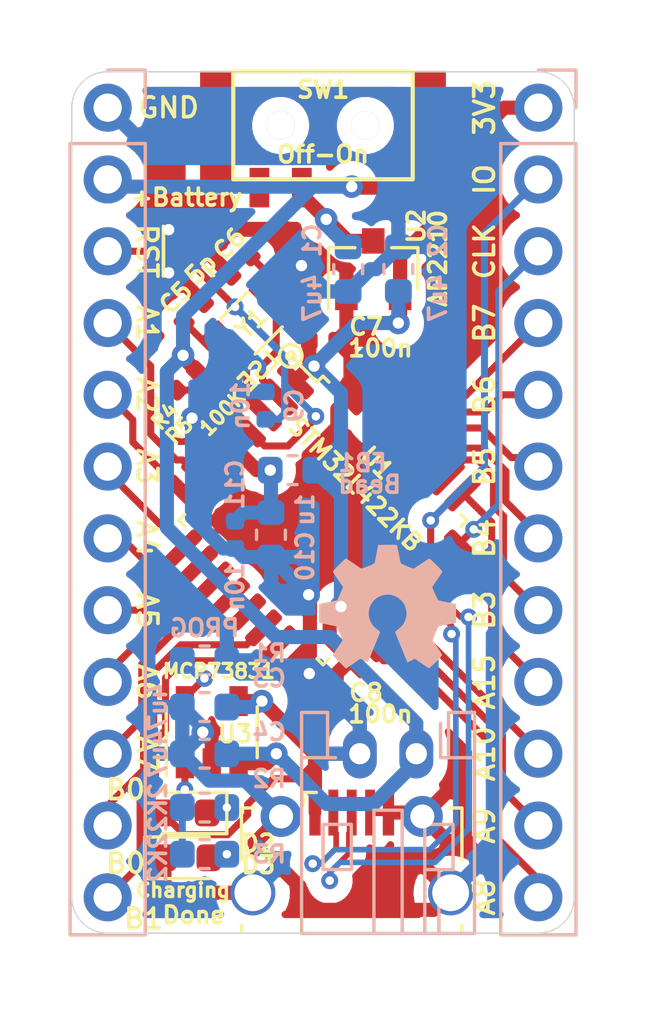
<source format=kicad_pcb>
(kicad_pcb (version 20171130) (host pcbnew 5.1.4-e60b266~84~ubuntu18.04.1)

  (general
    (thickness 1.6)
    (drawings 35)
    (tracks 347)
    (zones 0)
    (modules 29)
    (nets 38)
  )

  (page A4)
  (layers
    (0 F.Cu signal)
    (31 B.Cu signal)
    (32 B.Adhes user)
    (33 F.Adhes user)
    (34 B.Paste user)
    (35 F.Paste user)
    (36 B.SilkS user)
    (37 F.SilkS user)
    (38 B.Mask user)
    (39 F.Mask user)
    (40 Dwgs.User user)
    (41 Cmts.User user)
    (42 Eco1.User user)
    (43 Eco2.User user)
    (44 Edge.Cuts user)
    (45 Margin user)
    (46 B.CrtYd user)
    (47 F.CrtYd user)
    (48 B.Fab user)
    (49 F.Fab user)
  )

  (setup
    (last_trace_width 0.5)
    (user_trace_width 0.2)
    (user_trace_width 0.5)
    (trace_clearance 0.17)
    (zone_clearance 0.508)
    (zone_45_only no)
    (trace_min 0.2)
    (via_size 0.8)
    (via_drill 0.4)
    (via_min_size 0.4)
    (via_min_drill 0.3)
    (user_via 0.6 0.3)
    (uvia_size 0.3)
    (uvia_drill 0.1)
    (uvias_allowed no)
    (uvia_min_size 0.2)
    (uvia_min_drill 0.1)
    (edge_width 0.05)
    (segment_width 0.2)
    (pcb_text_width 0.3)
    (pcb_text_size 1.5 1.5)
    (mod_edge_width 0.12)
    (mod_text_size 1 1)
    (mod_text_width 0.15)
    (pad_size 1.2 1.75)
    (pad_drill 0.75)
    (pad_to_mask_clearance 0.025)
    (solder_mask_min_width 0.15)
    (aux_axis_origin 0 0)
    (visible_elements FFFFFF7F)
    (pcbplotparams
      (layerselection 0x010fc_ffffffff)
      (usegerberextensions false)
      (usegerberattributes false)
      (usegerberadvancedattributes false)
      (creategerberjobfile false)
      (excludeedgelayer true)
      (linewidth 0.100000)
      (plotframeref false)
      (viasonmask false)
      (mode 1)
      (useauxorigin false)
      (hpglpennumber 1)
      (hpglpenspeed 20)
      (hpglpendiameter 15.000000)
      (psnegative false)
      (psa4output false)
      (plotreference true)
      (plotvalue true)
      (plotinvisibletext false)
      (padsonsilk false)
      (subtractmaskfromsilk false)
      (outputformat 1)
      (mirror false)
      (drillshape 1)
      (scaleselection 1)
      (outputdirectory ""))
  )

  (net 0 "")
  (net 1 "Net-(C1-Pad2)")
  (net 2 GND)
  (net 3 VDD)
  (net 4 +BATT)
  (net 5 "Net-(C5-Pad1)")
  (net 6 "Net-(C6-Pad2)")
  (net 7 ~RST)
  (net 8 "Net-(C10-Pad2)")
  (net 9 +5V)
  (net 10 "Net-(D2-Pad1)")
  (net 11 "Net-(D3-Pad2)")
  (net 12 USB_D-)
  (net 13 USB_D+)
  (net 14 B0)
  (net 15 A7)
  (net 16 A6)
  (net 17 A5)
  (net 18 A4)
  (net 19 A3)
  (net 20 A2)
  (net 21 A1)
  (net 22 B7)
  (net 23 B6)
  (net 24 B5)
  (net 25 B4)
  (net 26 B3)
  (net 27 A15)
  (net 28 A10)
  (net 29 A9)
  (net 30 A8)
  (net 31 B1)
  (net 32 SWDIO)
  (net 33 SWCLK)
  (net 34 "Net-(R1-Pad1)")
  (net 35 "Net-(R2-Pad2)")
  (net 36 A0)
  (net 37 "Net-(SW1-Pad3)")

  (net_class Default "This is the default net class."
    (clearance 0.17)
    (trace_width 0.25)
    (via_dia 0.8)
    (via_drill 0.4)
    (uvia_dia 0.3)
    (uvia_drill 0.1)
    (add_net +5V)
    (add_net +BATT)
    (add_net A0)
    (add_net A1)
    (add_net A10)
    (add_net A15)
    (add_net A2)
    (add_net A3)
    (add_net A4)
    (add_net A5)
    (add_net A6)
    (add_net A7)
    (add_net A8)
    (add_net A9)
    (add_net B0)
    (add_net B1)
    (add_net B3)
    (add_net B4)
    (add_net B5)
    (add_net B6)
    (add_net B7)
    (add_net GND)
    (add_net "Net-(C1-Pad2)")
    (add_net "Net-(C10-Pad2)")
    (add_net "Net-(C5-Pad1)")
    (add_net "Net-(C6-Pad2)")
    (add_net "Net-(D2-Pad1)")
    (add_net "Net-(D3-Pad2)")
    (add_net "Net-(R1-Pad1)")
    (add_net "Net-(R2-Pad2)")
    (add_net "Net-(SW1-Pad3)")
    (add_net SWCLK)
    (add_net SWDIO)
    (add_net USB_D+)
    (add_net USB_D-)
    (add_net VDD)
    (add_net ~RST)
  )

  (module STM32L422KB_LiPo:oshw_logo (layer B.Cu) (tedit 0) (tstamp 5DB72A1D)
    (at 152.146 121.793 180)
    (fp_text reference G*** (at 0 0) (layer B.SilkS) hide
      (effects (font (size 1.524 1.524) (thickness 0.3)) (justify mirror))
    )
    (fp_text value LOGO (at 0.75 0) (layer B.SilkS) hide
      (effects (font (size 1.524 1.524) (thickness 0.3)) (justify mirror))
    )
    (fp_poly (pts (xy -0.001292 2.180606) (xy 0.003843 2.180534) (xy 0.3302 2.175934) (xy 0.386481 1.8796)
      (xy 0.405566 1.781252) (xy 0.423538 1.692558) (xy 0.439087 1.619686) (xy 0.450905 1.568803)
      (xy 0.456967 1.547621) (xy 0.47545 1.526463) (xy 0.517697 1.499851) (xy 0.58655 1.466249)
      (xy 0.684849 1.42412) (xy 0.686486 1.423446) (xy 0.767234 1.391558) (xy 0.838365 1.365907)
      (xy 0.893295 1.348692) (xy 0.925436 1.342111) (xy 0.929267 1.342418) (xy 0.951611 1.354161)
      (xy 0.996603 1.382096) (xy 1.059187 1.422933) (xy 1.134309 1.473384) (xy 1.20462 1.521627)
      (xy 1.285998 1.577126) (xy 1.35882 1.625154) (xy 1.41815 1.662586) (xy 1.459053 1.686298)
      (xy 1.475798 1.693334) (xy 1.494702 1.681842) (xy 1.533011 1.649916) (xy 1.586502 1.601383)
      (xy 1.650947 1.540068) (xy 1.717138 1.4748) (xy 1.801192 1.38922) (xy 1.86213 1.32387)
      (xy 1.901998 1.276313) (xy 1.922842 1.244112) (xy 1.926765 1.225033) (xy 1.914748 1.201466)
      (xy 1.886574 1.15527) (xy 1.845525 1.09155) (xy 1.79488 1.015409) (xy 1.744733 0.941826)
      (xy 1.571123 0.689851) (xy 1.667593 0.464289) (xy 1.703348 0.382669) (xy 1.735946 0.311895)
      (xy 1.762478 0.258018) (xy 1.780037 0.227089) (xy 1.783732 0.222628) (xy 1.806038 0.214497)
      (xy 1.856011 0.201727) (xy 1.927971 0.185597) (xy 2.01624 0.167382) (xy 2.1082 0.149652)
      (xy 2.413 0.092776) (xy 2.417591 -0.241479) (xy 2.418775 -0.343713) (xy 2.419389 -0.433336)
      (xy 2.419435 -0.505243) (xy 2.418913 -0.554327) (xy 2.417822 -0.575484) (xy 2.417591 -0.575936)
      (xy 2.388358 -0.579822) (xy 2.334674 -0.589274) (xy 2.262951 -0.60296) (xy 2.179603 -0.619547)
      (xy 2.091042 -0.637704) (xy 2.00368 -0.656097) (xy 1.923931 -0.673395) (xy 1.858207 -0.688266)
      (xy 1.81292 -0.699377) (xy 1.794488 -0.705391) (xy 1.783697 -0.725416) (xy 1.763082 -0.77113)
      (xy 1.735163 -0.836686) (xy 1.702457 -0.916234) (xy 1.684985 -0.959707) (xy 1.589239 -1.199747)
      (xy 1.75982 -1.449311) (xy 1.814818 -1.530775) (xy 1.862441 -1.603223) (xy 1.899609 -1.661814)
      (xy 1.923243 -1.701706) (xy 1.9304 -1.717506) (xy 1.918926 -1.734778) (xy 1.886991 -1.771726)
      (xy 1.838321 -1.824325) (xy 1.776647 -1.88855) (xy 1.705696 -1.960376) (xy 1.702254 -1.963813)
      (xy 1.474107 -2.19149) (xy 1.376287 -2.124015) (xy 1.319643 -2.085018) (xy 1.246324 -2.034648)
      (xy 1.16761 -1.98065) (xy 1.120817 -1.94859) (xy 0.963168 -1.84064) (xy 0.838459 -1.906551)
      (xy 0.780556 -1.935751) (xy 0.73484 -1.956177) (xy 0.708761 -1.964597) (xy 0.70567 -1.964131)
      (xy 0.696488 -1.945888) (xy 0.676546 -1.900739) (xy 0.647693 -1.833198) (xy 0.61178 -1.747775)
      (xy 0.570653 -1.648983) (xy 0.526163 -1.541336) (xy 0.480159 -1.429344) (xy 0.434488 -1.31752)
      (xy 0.391001 -1.210378) (xy 0.351545 -1.112428) (xy 0.31797 -1.028184) (xy 0.292124 -0.962158)
      (xy 0.275857 -0.918862) (xy 0.270933 -0.903115) (xy 0.283914 -0.884129) (xy 0.31818 -0.852842)
      (xy 0.366719 -0.815559) (xy 0.374191 -0.810265) (xy 0.438403 -0.758297) (xy 0.50172 -0.695867)
      (xy 0.543825 -0.64514) (xy 0.617792 -0.516112) (xy 0.660801 -0.383074) (xy 0.674936 -0.249461)
      (xy 0.662276 -0.118711) (xy 0.624903 0.005739) (xy 0.564898 0.120453) (xy 0.484342 0.221993)
      (xy 0.385316 0.306924) (xy 0.269901 0.371808) (xy 0.140179 0.413209) (xy -0.00177 0.427689)
      (xy -0.101621 0.420764) (xy -0.229493 0.387372) (xy -0.353021 0.325576) (xy -0.464406 0.240664)
      (xy -0.555848 0.137922) (xy -0.585024 0.093134) (xy -0.623614 0.009087) (xy -0.654512 -0.092516)
      (xy -0.673454 -0.195539) (xy -0.677333 -0.256049) (xy -0.665933 -0.356187) (xy -0.634767 -0.466261)
      (xy -0.588384 -0.57263) (xy -0.550735 -0.635508) (xy -0.505347 -0.690708) (xy -0.444448 -0.751059)
      (xy -0.381136 -0.803594) (xy -0.380483 -0.804074) (xy -0.329249 -0.843969) (xy -0.29083 -0.878229)
      (xy -0.271861 -0.900801) (xy -0.270933 -0.904018) (xy -0.277159 -0.923233) (xy -0.294603 -0.969181)
      (xy -0.321416 -1.037353) (xy -0.35575 -1.12324) (xy -0.395754 -1.222331) (xy -0.439579 -1.330117)
      (xy -0.485377 -1.442087) (xy -0.531297 -1.553731) (xy -0.575492 -1.66054) (xy -0.616111 -1.758004)
      (xy -0.651305 -1.841613) (xy -0.679225 -1.906856) (xy -0.698022 -1.949225) (xy -0.705588 -1.964049)
      (xy -0.72309 -1.960424) (xy -0.762706 -1.943568) (xy -0.81698 -1.916764) (xy -0.837008 -1.906203)
      (xy -0.960428 -1.840109) (xy -1.199718 -2.004256) (xy -1.279784 -2.058818) (xy -1.351026 -2.106684)
      (xy -1.408395 -2.144517) (xy -1.446844 -2.168981) (xy -1.460372 -2.176602) (xy -1.47847 -2.167724)
      (xy -1.516077 -2.138113) (xy -1.569128 -2.091358) (xy -1.633561 -2.031045) (xy -1.705313 -1.96076)
      (xy -1.708487 -1.957583) (xy -1.792919 -1.871828) (xy -1.854574 -1.806328) (xy -1.895651 -1.758467)
      (xy -1.918351 -1.725628) (xy -1.924873 -1.705195) (xy -1.924066 -1.701251) (xy -1.911076 -1.678045)
      (xy -1.882225 -1.63232) (xy -1.84097 -1.56937) (xy -1.790768 -1.494491) (xy -1.751092 -1.436267)
      (xy -1.589289 -1.200397) (xy -1.687532 -0.953664) (xy -1.731934 -0.84588) (xy -1.767466 -0.768238)
      (xy -1.795251 -0.718523) (xy -1.816414 -0.694519) (xy -1.819987 -0.692593) (xy -1.849569 -0.68415)
      (xy -1.904627 -0.671833) (xy -1.977228 -0.657313) (xy -2.0574 -0.642617) (xy -2.145508 -0.626918)
      (xy -2.229755 -0.611473) (xy -2.299861 -0.598193) (xy -2.341386 -0.589877) (xy -2.422172 -0.572775)
      (xy -2.417586 -0.24) (xy -2.413 0.092776) (xy -2.1082 0.149652) (xy -2.009845 0.168659)
      (xy -1.922504 0.186772) (xy -1.851858 0.202715) (xy -1.803584 0.21521) (xy -1.783732 0.222628)
      (xy -1.770313 0.243328) (xy -1.746824 0.289259) (xy -1.716173 0.35437) (xy -1.681268 0.432608)
      (xy -1.667593 0.464289) (xy -1.571122 0.689851) (xy -1.744733 0.941826) (xy -1.801129 1.024696)
      (xy -1.850831 1.09966) (xy -1.890557 1.161613) (xy -1.917028 1.20545) (xy -1.926765 1.225033)
      (xy -1.922661 1.244491) (xy -1.901549 1.276902) (xy -1.861382 1.324706) (xy -1.800115 1.390339)
      (xy -1.717137 1.4748) (xy -1.646337 1.544569) (xy -1.582619 1.605125) (xy -1.530195 1.652645)
      (xy -1.493274 1.683304) (xy -1.476522 1.693334) (xy -1.455956 1.684147) (xy -1.412428 1.658607)
      (xy -1.35075 1.619742) (xy -1.275731 1.570582) (xy -1.194193 1.515534) (xy -1.1111 1.459308)
      (xy -1.037006 1.410397) (xy -0.976632 1.37182) (xy -0.934701 1.346593) (xy -0.916035 1.337734)
      (xy -0.891756 1.344014) (xy -0.843974 1.360819) (xy -0.78021 1.3851) (xy -0.707987 1.413806)
      (xy -0.634828 1.443886) (xy -0.568256 1.47229) (xy -0.515792 1.495968) (xy -0.484959 1.511868)
      (xy -0.482422 1.51357) (xy -0.46886 1.532965) (xy -0.453957 1.573969) (xy -0.436889 1.639691)
      (xy -0.416834 1.73324) (xy -0.396929 1.836387) (xy -0.378369 1.934497) (xy -0.361361 2.021929)
      (xy -0.347072 2.092878) (xy -0.336668 2.141541) (xy -0.331591 2.161482) (xy -0.322794 2.169824)
      (xy -0.301017 2.17579) (xy -0.26212 2.179617) (xy -0.20196 2.181538) (xy -0.116398 2.181789)
      (xy -0.001292 2.180606)) (layer B.SilkS) (width 0.01))
  )

  (module Capacitor_SMD:C_0603_1608Metric (layer B.Cu) (tedit 5B301BBE) (tstamp 5DB63561)
    (at 150.749 109.855 90)
    (descr "Capacitor SMD 0603 (1608 Metric), square (rectangular) end terminal, IPC_7351 nominal, (Body size source: http://www.tortai-tech.com/upload/download/2011102023233369053.pdf), generated with kicad-footprint-generator")
    (tags capacitor)
    (path /5D60E67D)
    (attr smd)
    (fp_text reference C1 (at 1.016 -1.27 270) (layer B.SilkS)
      (effects (font (size 0.6 0.6) (thickness 0.13)) (justify mirror))
    )
    (fp_text value 4u7 (at -1.016 -1.27 270) (layer B.SilkS)
      (effects (font (size 0.6 0.6) (thickness 0.13)) (justify mirror))
    )
    (fp_text user %R (at 0 0 270) (layer B.Fab)
      (effects (font (size 0.4 0.4) (thickness 0.06)) (justify mirror))
    )
    (fp_line (start 1.48 -0.73) (end -1.48 -0.73) (layer B.CrtYd) (width 0.05))
    (fp_line (start 1.48 0.73) (end 1.48 -0.73) (layer B.CrtYd) (width 0.05))
    (fp_line (start -1.48 0.73) (end 1.48 0.73) (layer B.CrtYd) (width 0.05))
    (fp_line (start -1.48 -0.73) (end -1.48 0.73) (layer B.CrtYd) (width 0.05))
    (fp_line (start -0.162779 -0.51) (end 0.162779 -0.51) (layer B.SilkS) (width 0.12))
    (fp_line (start -0.162779 0.51) (end 0.162779 0.51) (layer B.SilkS) (width 0.12))
    (fp_line (start 0.8 -0.4) (end -0.8 -0.4) (layer B.Fab) (width 0.1))
    (fp_line (start 0.8 0.4) (end 0.8 -0.4) (layer B.Fab) (width 0.1))
    (fp_line (start -0.8 0.4) (end 0.8 0.4) (layer B.Fab) (width 0.1))
    (fp_line (start -0.8 -0.4) (end -0.8 0.4) (layer B.Fab) (width 0.1))
    (pad 2 smd roundrect (at 0.7875 0 90) (size 0.875 0.95) (layers B.Cu B.Paste B.Mask) (roundrect_rratio 0.25)
      (net 1 "Net-(C1-Pad2)"))
    (pad 1 smd roundrect (at -0.7875 0 90) (size 0.875 0.95) (layers B.Cu B.Paste B.Mask) (roundrect_rratio 0.25)
      (net 2 GND))
    (model ${KISYS3DMOD}/Capacitor_SMD.3dshapes/C_0603_1608Metric.wrl
      (at (xyz 0 0 0))
      (scale (xyz 1 1 1))
      (rotate (xyz 0 0 0))
    )
  )

  (module Capacitor_SMD:C_0603_1608Metric (layer B.Cu) (tedit 5B301BBE) (tstamp 5DB6D479)
    (at 152.527 109.855 90)
    (descr "Capacitor SMD 0603 (1608 Metric), square (rectangular) end terminal, IPC_7351 nominal, (Body size source: http://www.tortai-tech.com/upload/download/2011102023233369053.pdf), generated with kicad-footprint-generator")
    (tags capacitor)
    (path /5D60DB98)
    (attr smd)
    (fp_text reference C2 (at 1.016 1.397 90) (layer B.SilkS)
      (effects (font (size 0.6 0.6) (thickness 0.13)) (justify mirror))
    )
    (fp_text value 4u7 (at -1.016 1.397 90) (layer B.SilkS)
      (effects (font (size 0.6 0.6) (thickness 0.13)) (justify mirror))
    )
    (fp_line (start -0.8 -0.4) (end -0.8 0.4) (layer B.Fab) (width 0.1))
    (fp_line (start -0.8 0.4) (end 0.8 0.4) (layer B.Fab) (width 0.1))
    (fp_line (start 0.8 0.4) (end 0.8 -0.4) (layer B.Fab) (width 0.1))
    (fp_line (start 0.8 -0.4) (end -0.8 -0.4) (layer B.Fab) (width 0.1))
    (fp_line (start -0.162779 0.51) (end 0.162779 0.51) (layer B.SilkS) (width 0.12))
    (fp_line (start -0.162779 -0.51) (end 0.162779 -0.51) (layer B.SilkS) (width 0.12))
    (fp_line (start -1.48 -0.73) (end -1.48 0.73) (layer B.CrtYd) (width 0.05))
    (fp_line (start -1.48 0.73) (end 1.48 0.73) (layer B.CrtYd) (width 0.05))
    (fp_line (start 1.48 0.73) (end 1.48 -0.73) (layer B.CrtYd) (width 0.05))
    (fp_line (start 1.48 -0.73) (end -1.48 -0.73) (layer B.CrtYd) (width 0.05))
    (fp_text user %R (at 0 0 90) (layer B.Fab)
      (effects (font (size 0.4 0.4) (thickness 0.06)) (justify mirror))
    )
    (pad 1 smd roundrect (at -0.7875 0 90) (size 0.875 0.95) (layers B.Cu B.Paste B.Mask) (roundrect_rratio 0.25)
      (net 3 VDD))
    (pad 2 smd roundrect (at 0.7875 0 90) (size 0.875 0.95) (layers B.Cu B.Paste B.Mask) (roundrect_rratio 0.25)
      (net 2 GND))
    (model ${KISYS3DMOD}/Capacitor_SMD.3dshapes/C_0603_1608Metric.wrl
      (at (xyz 0 0 0))
      (scale (xyz 1 1 1))
      (rotate (xyz 0 0 0))
    )
  )

  (module Capacitor_SMD:C_0603_1608Metric (layer B.Cu) (tedit 5B301BBE) (tstamp 5DB65321)
    (at 145.669 125.349 180)
    (descr "Capacitor SMD 0603 (1608 Metric), square (rectangular) end terminal, IPC_7351 nominal, (Body size source: http://www.tortai-tech.com/upload/download/2011102023233369053.pdf), generated with kicad-footprint-generator")
    (tags capacitor)
    (path /5D620FA2)
    (attr smd)
    (fp_text reference C3 (at -2.286 1.016) (layer B.SilkS)
      (effects (font (size 0.6 0.6) (thickness 0.13)) (justify mirror))
    )
    (fp_text value 4u7 (at 1.651 0 90) (layer B.SilkS)
      (effects (font (size 0.6 0.6) (thickness 0.13)) (justify mirror))
    )
    (fp_text user %R (at 0 0) (layer B.Fab)
      (effects (font (size 0.4 0.4) (thickness 0.06)) (justify mirror))
    )
    (fp_line (start 1.48 -0.73) (end -1.48 -0.73) (layer B.CrtYd) (width 0.05))
    (fp_line (start 1.48 0.73) (end 1.48 -0.73) (layer B.CrtYd) (width 0.05))
    (fp_line (start -1.48 0.73) (end 1.48 0.73) (layer B.CrtYd) (width 0.05))
    (fp_line (start -1.48 -0.73) (end -1.48 0.73) (layer B.CrtYd) (width 0.05))
    (fp_line (start -0.162779 -0.51) (end 0.162779 -0.51) (layer B.SilkS) (width 0.12))
    (fp_line (start -0.162779 0.51) (end 0.162779 0.51) (layer B.SilkS) (width 0.12))
    (fp_line (start 0.8 -0.4) (end -0.8 -0.4) (layer B.Fab) (width 0.1))
    (fp_line (start 0.8 0.4) (end 0.8 -0.4) (layer B.Fab) (width 0.1))
    (fp_line (start -0.8 0.4) (end 0.8 0.4) (layer B.Fab) (width 0.1))
    (fp_line (start -0.8 -0.4) (end -0.8 0.4) (layer B.Fab) (width 0.1))
    (pad 2 smd roundrect (at 0.7875 0 180) (size 0.875 0.95) (layers B.Cu B.Paste B.Mask) (roundrect_rratio 0.25)
      (net 2 GND))
    (pad 1 smd roundrect (at -0.7875 0 180) (size 0.875 0.95) (layers B.Cu B.Paste B.Mask) (roundrect_rratio 0.25)
      (net 9 +5V))
    (model ${KISYS3DMOD}/Capacitor_SMD.3dshapes/C_0603_1608Metric.wrl
      (at (xyz 0 0 0))
      (scale (xyz 1 1 1))
      (rotate (xyz 0 0 0))
    )
  )

  (module Capacitor_SMD:C_0603_1608Metric (layer B.Cu) (tedit 5B301BBE) (tstamp 5DB66102)
    (at 145.669 127 180)
    (descr "Capacitor SMD 0603 (1608 Metric), square (rectangular) end terminal, IPC_7351 nominal, (Body size source: http://www.tortai-tech.com/upload/download/2011102023233369053.pdf), generated with kicad-footprint-generator")
    (tags capacitor)
    (path /5D625127)
    (attr smd)
    (fp_text reference C4 (at -2.286 0.762) (layer B.SilkS)
      (effects (font (size 0.6 0.6) (thickness 0.13)) (justify mirror))
    )
    (fp_text value 4u7 (at 1.651 0 90) (layer B.SilkS)
      (effects (font (size 0.6 0.6) (thickness 0.13)) (justify mirror))
    )
    (fp_line (start -0.8 -0.4) (end -0.8 0.4) (layer B.Fab) (width 0.1))
    (fp_line (start -0.8 0.4) (end 0.8 0.4) (layer B.Fab) (width 0.1))
    (fp_line (start 0.8 0.4) (end 0.8 -0.4) (layer B.Fab) (width 0.1))
    (fp_line (start 0.8 -0.4) (end -0.8 -0.4) (layer B.Fab) (width 0.1))
    (fp_line (start -0.162779 0.51) (end 0.162779 0.51) (layer B.SilkS) (width 0.12))
    (fp_line (start -0.162779 -0.51) (end 0.162779 -0.51) (layer B.SilkS) (width 0.12))
    (fp_line (start -1.48 -0.73) (end -1.48 0.73) (layer B.CrtYd) (width 0.05))
    (fp_line (start -1.48 0.73) (end 1.48 0.73) (layer B.CrtYd) (width 0.05))
    (fp_line (start 1.48 0.73) (end 1.48 -0.73) (layer B.CrtYd) (width 0.05))
    (fp_line (start 1.48 -0.73) (end -1.48 -0.73) (layer B.CrtYd) (width 0.05))
    (fp_text user %R (at 0 0) (layer B.Fab)
      (effects (font (size 0.4 0.4) (thickness 0.06)) (justify mirror))
    )
    (pad 1 smd roundrect (at -0.7875 0 180) (size 0.875 0.95) (layers B.Cu B.Paste B.Mask) (roundrect_rratio 0.25)
      (net 4 +BATT))
    (pad 2 smd roundrect (at 0.7875 0 180) (size 0.875 0.95) (layers B.Cu B.Paste B.Mask) (roundrect_rratio 0.25)
      (net 2 GND))
    (model ${KISYS3DMOD}/Capacitor_SMD.3dshapes/C_0603_1608Metric.wrl
      (at (xyz 0 0 0))
      (scale (xyz 1 1 1))
      (rotate (xyz 0 0 0))
    )
  )

  (module Capacitor_SMD:C_0402_1005Metric (layer F.Cu) (tedit 5B301BBE) (tstamp 5DB6D292)
    (at 145.288 111.379 45)
    (descr "Capacitor SMD 0402 (1005 Metric), square (rectangular) end terminal, IPC_7351 nominal, (Body size source: http://www.tortai-tech.com/upload/download/2011102023233369053.pdf), generated with kicad-footprint-generator")
    (tags capacitor)
    (path /5D6652B9)
    (attr smd)
    (fp_text reference C5 (at -0.089803 -0.808223 45) (layer F.SilkS)
      (effects (font (size 0.6 0.6) (thickness 0.13)))
    )
    (fp_text value 5p (at 1.257236 -0.898026 45) (layer F.SilkS)
      (effects (font (size 0.6 0.6) (thickness 0.13)))
    )
    (fp_text user %R (at 0 0 45) (layer F.Fab)
      (effects (font (size 0.25 0.25) (thickness 0.04)))
    )
    (fp_line (start 0.93 0.47) (end -0.93 0.47) (layer F.CrtYd) (width 0.05))
    (fp_line (start 0.93 -0.47) (end 0.93 0.47) (layer F.CrtYd) (width 0.05))
    (fp_line (start -0.93 -0.47) (end 0.93 -0.47) (layer F.CrtYd) (width 0.05))
    (fp_line (start -0.93 0.47) (end -0.93 -0.47) (layer F.CrtYd) (width 0.05))
    (fp_line (start 0.5 0.25) (end -0.5 0.25) (layer F.Fab) (width 0.1))
    (fp_line (start 0.5 -0.25) (end 0.5 0.25) (layer F.Fab) (width 0.1))
    (fp_line (start -0.5 -0.25) (end 0.5 -0.25) (layer F.Fab) (width 0.1))
    (fp_line (start -0.5 0.25) (end -0.5 -0.25) (layer F.Fab) (width 0.1))
    (pad 2 smd roundrect (at 0.485 0 45) (size 0.59 0.64) (layers F.Cu F.Paste F.Mask) (roundrect_rratio 0.25)
      (net 2 GND))
    (pad 1 smd roundrect (at -0.485 0 45) (size 0.59 0.64) (layers F.Cu F.Paste F.Mask) (roundrect_rratio 0.25)
      (net 5 "Net-(C5-Pad1)"))
    (model ${KISYS3DMOD}/Capacitor_SMD.3dshapes/C_0402_1005Metric.wrl
      (at (xyz 0 0 0))
      (scale (xyz 1 1 1))
      (rotate (xyz 0 0 0))
    )
  )

  (module Capacitor_SMD:C_0402_1005Metric (layer F.Cu) (tedit 5B301BBE) (tstamp 5DB635B2)
    (at 146.939 109.728 45)
    (descr "Capacitor SMD 0402 (1005 Metric), square (rectangular) end terminal, IPC_7351 nominal, (Body size source: http://www.tortai-tech.com/upload/download/2011102023233369053.pdf), generated with kicad-footprint-generator")
    (tags capacitor)
    (path /5D66438D)
    (attr smd)
    (fp_text reference C6 (at 0.269408 -0.808223 45) (layer F.SilkS)
      (effects (font (size 0.6 0.6) (thickness 0.13)))
    )
    (fp_text value 5p (at -1.077631 -0.898026 45) (layer F.Fab)
      (effects (font (size 0.6 0.6) (thickness 0.13)))
    )
    (fp_line (start -0.5 0.25) (end -0.5 -0.25) (layer F.Fab) (width 0.1))
    (fp_line (start -0.5 -0.25) (end 0.5 -0.25) (layer F.Fab) (width 0.1))
    (fp_line (start 0.5 -0.25) (end 0.5 0.25) (layer F.Fab) (width 0.1))
    (fp_line (start 0.5 0.25) (end -0.5 0.25) (layer F.Fab) (width 0.1))
    (fp_line (start -0.93 0.47) (end -0.93 -0.47) (layer F.CrtYd) (width 0.05))
    (fp_line (start -0.93 -0.47) (end 0.93 -0.47) (layer F.CrtYd) (width 0.05))
    (fp_line (start 0.93 -0.47) (end 0.93 0.47) (layer F.CrtYd) (width 0.05))
    (fp_line (start 0.93 0.47) (end -0.93 0.47) (layer F.CrtYd) (width 0.05))
    (fp_text user %R (at 0 0 45) (layer F.Fab)
      (effects (font (size 0.25 0.25) (thickness 0.04)))
    )
    (pad 1 smd roundrect (at -0.485 0 45) (size 0.59 0.64) (layers F.Cu F.Paste F.Mask) (roundrect_rratio 0.25)
      (net 2 GND))
    (pad 2 smd roundrect (at 0.485 0 45) (size 0.59 0.64) (layers F.Cu F.Paste F.Mask) (roundrect_rratio 0.25)
      (net 6 "Net-(C6-Pad2)"))
    (model ${KISYS3DMOD}/Capacitor_SMD.3dshapes/C_0402_1005Metric.wrl
      (at (xyz 0 0 0))
      (scale (xyz 1 1 1))
      (rotate (xyz 0 0 0))
    )
  )

  (module Capacitor_SMD:C_0402_1005Metric (layer F.Cu) (tedit 5B301BBE) (tstamp 5DB635C1)
    (at 149.86 112.395)
    (descr "Capacitor SMD 0402 (1005 Metric), square (rectangular) end terminal, IPC_7351 nominal, (Body size source: http://www.tortai-tech.com/upload/download/2011102023233369053.pdf), generated with kicad-footprint-generator")
    (tags capacitor)
    (path /5D657DA4)
    (attr smd)
    (fp_text reference C7 (at 1.524 -0.508) (layer F.SilkS)
      (effects (font (size 0.6 0.6) (thickness 0.13)))
    )
    (fp_text value 100n (at 2.032 0.254) (layer F.SilkS)
      (effects (font (size 0.6 0.6) (thickness 0.13)))
    )
    (fp_line (start -0.5 0.25) (end -0.5 -0.25) (layer F.Fab) (width 0.1))
    (fp_line (start -0.5 -0.25) (end 0.5 -0.25) (layer F.Fab) (width 0.1))
    (fp_line (start 0.5 -0.25) (end 0.5 0.25) (layer F.Fab) (width 0.1))
    (fp_line (start 0.5 0.25) (end -0.5 0.25) (layer F.Fab) (width 0.1))
    (fp_line (start -0.93 0.47) (end -0.93 -0.47) (layer F.CrtYd) (width 0.05))
    (fp_line (start -0.93 -0.47) (end 0.93 -0.47) (layer F.CrtYd) (width 0.05))
    (fp_line (start 0.93 -0.47) (end 0.93 0.47) (layer F.CrtYd) (width 0.05))
    (fp_line (start 0.93 0.47) (end -0.93 0.47) (layer F.CrtYd) (width 0.05))
    (fp_text user %R (at 0 0) (layer F.Fab)
      (effects (font (size 0.25 0.25) (thickness 0.04)))
    )
    (pad 1 smd roundrect (at -0.485 0) (size 0.59 0.64) (layers F.Cu F.Paste F.Mask) (roundrect_rratio 0.25)
      (net 3 VDD))
    (pad 2 smd roundrect (at 0.485 0) (size 0.59 0.64) (layers F.Cu F.Paste F.Mask) (roundrect_rratio 0.25)
      (net 2 GND))
    (model ${KISYS3DMOD}/Capacitor_SMD.3dshapes/C_0402_1005Metric.wrl
      (at (xyz 0 0 0))
      (scale (xyz 1 1 1))
      (rotate (xyz 0 0 0))
    )
  )

  (module Capacitor_SMD:C_0402_1005Metric (layer F.Cu) (tedit 5B301BBE) (tstamp 5DB6534F)
    (at 149.86 125.095 180)
    (descr "Capacitor SMD 0402 (1005 Metric), square (rectangular) end terminal, IPC_7351 nominal, (Body size source: http://www.tortai-tech.com/upload/download/2011102023233369053.pdf), generated with kicad-footprint-generator")
    (tags capacitor)
    (path /5D65F846)
    (attr smd)
    (fp_text reference C8 (at -1.524 0.254) (layer F.SilkS)
      (effects (font (size 0.6 0.6) (thickness 0.13)))
    )
    (fp_text value 100n (at -2.032 -0.508) (layer F.SilkS)
      (effects (font (size 0.6 0.6) (thickness 0.13)))
    )
    (fp_text user %R (at 0 0) (layer F.Fab)
      (effects (font (size 0.25 0.25) (thickness 0.04)))
    )
    (fp_line (start 0.93 0.47) (end -0.93 0.47) (layer F.CrtYd) (width 0.05))
    (fp_line (start 0.93 -0.47) (end 0.93 0.47) (layer F.CrtYd) (width 0.05))
    (fp_line (start -0.93 -0.47) (end 0.93 -0.47) (layer F.CrtYd) (width 0.05))
    (fp_line (start -0.93 0.47) (end -0.93 -0.47) (layer F.CrtYd) (width 0.05))
    (fp_line (start 0.5 0.25) (end -0.5 0.25) (layer F.Fab) (width 0.1))
    (fp_line (start 0.5 -0.25) (end 0.5 0.25) (layer F.Fab) (width 0.1))
    (fp_line (start -0.5 -0.25) (end 0.5 -0.25) (layer F.Fab) (width 0.1))
    (fp_line (start -0.5 0.25) (end -0.5 -0.25) (layer F.Fab) (width 0.1))
    (pad 2 smd roundrect (at 0.485 0 180) (size 0.59 0.64) (layers F.Cu F.Paste F.Mask) (roundrect_rratio 0.25)
      (net 2 GND))
    (pad 1 smd roundrect (at -0.485 0 180) (size 0.59 0.64) (layers F.Cu F.Paste F.Mask) (roundrect_rratio 0.25)
      (net 3 VDD))
    (model ${KISYS3DMOD}/Capacitor_SMD.3dshapes/C_0402_1005Metric.wrl
      (at (xyz 0 0 0))
      (scale (xyz 1 1 1))
      (rotate (xyz 0 0 0))
    )
  )

  (module Capacitor_SMD:C_0402_1005Metric (layer B.Cu) (tedit 5B301BBE) (tstamp 5DB65379)
    (at 147.828 114.681 90)
    (descr "Capacitor SMD 0402 (1005 Metric), square (rectangular) end terminal, IPC_7351 nominal, (Body size source: http://www.tortai-tech.com/upload/download/2011102023233369053.pdf), generated with kicad-footprint-generator")
    (tags capacitor)
    (path /5D6727BD)
    (attr smd)
    (fp_text reference C9 (at 0 1.016 90) (layer B.SilkS)
      (effects (font (size 0.6 0.6) (thickness 0.13)) (justify mirror))
    )
    (fp_text value 10n (at 0 -0.889 90) (layer B.SilkS)
      (effects (font (size 0.6 0.6) (thickness 0.13)) (justify mirror))
    )
    (fp_line (start -0.5 -0.25) (end -0.5 0.25) (layer B.Fab) (width 0.1))
    (fp_line (start -0.5 0.25) (end 0.5 0.25) (layer B.Fab) (width 0.1))
    (fp_line (start 0.5 0.25) (end 0.5 -0.25) (layer B.Fab) (width 0.1))
    (fp_line (start 0.5 -0.25) (end -0.5 -0.25) (layer B.Fab) (width 0.1))
    (fp_line (start -0.93 -0.47) (end -0.93 0.47) (layer B.CrtYd) (width 0.05))
    (fp_line (start -0.93 0.47) (end 0.93 0.47) (layer B.CrtYd) (width 0.05))
    (fp_line (start 0.93 0.47) (end 0.93 -0.47) (layer B.CrtYd) (width 0.05))
    (fp_line (start 0.93 -0.47) (end -0.93 -0.47) (layer B.CrtYd) (width 0.05))
    (fp_text user %R (at 0 0 90) (layer B.Fab)
      (effects (font (size 0.25 0.25) (thickness 0.04)) (justify mirror))
    )
    (pad 1 smd roundrect (at -0.485 0 90) (size 0.59 0.64) (layers B.Cu B.Paste B.Mask) (roundrect_rratio 0.25)
      (net 7 ~RST))
    (pad 2 smd roundrect (at 0.485 0 90) (size 0.59 0.64) (layers B.Cu B.Paste B.Mask) (roundrect_rratio 0.25)
      (net 2 GND))
    (model ${KISYS3DMOD}/Capacitor_SMD.3dshapes/C_0402_1005Metric.wrl
      (at (xyz 0 0 0))
      (scale (xyz 1 1 1))
      (rotate (xyz 0 0 0))
    )
  )

  (module Capacitor_SMD:C_0603_1608Metric (layer B.Cu) (tedit 5B301BBE) (tstamp 5DB635F0)
    (at 148.0185 119.253 90)
    (descr "Capacitor SMD 0603 (1608 Metric), square (rectangular) end terminal, IPC_7351 nominal, (Body size source: http://www.tortai-tech.com/upload/download/2011102023233369053.pdf), generated with kicad-footprint-generator")
    (tags capacitor)
    (path /5D689A3D)
    (attr smd)
    (fp_text reference C10 (at -0.762 1.2065 270) (layer B.SilkS)
      (effects (font (size 0.6 0.6) (thickness 0.13)) (justify mirror))
    )
    (fp_text value 1u (at 0.889 1.2065 270) (layer B.SilkS)
      (effects (font (size 0.6 0.6) (thickness 0.13)) (justify mirror))
    )
    (fp_line (start -0.8 -0.4) (end -0.8 0.4) (layer B.Fab) (width 0.1))
    (fp_line (start -0.8 0.4) (end 0.8 0.4) (layer B.Fab) (width 0.1))
    (fp_line (start 0.8 0.4) (end 0.8 -0.4) (layer B.Fab) (width 0.1))
    (fp_line (start 0.8 -0.4) (end -0.8 -0.4) (layer B.Fab) (width 0.1))
    (fp_line (start -0.162779 0.51) (end 0.162779 0.51) (layer B.SilkS) (width 0.12))
    (fp_line (start -0.162779 -0.51) (end 0.162779 -0.51) (layer B.SilkS) (width 0.12))
    (fp_line (start -1.48 -0.73) (end -1.48 0.73) (layer B.CrtYd) (width 0.05))
    (fp_line (start -1.48 0.73) (end 1.48 0.73) (layer B.CrtYd) (width 0.05))
    (fp_line (start 1.48 0.73) (end 1.48 -0.73) (layer B.CrtYd) (width 0.05))
    (fp_line (start 1.48 -0.73) (end -1.48 -0.73) (layer B.CrtYd) (width 0.05))
    (fp_text user %R (at 0 0 270) (layer B.Fab)
      (effects (font (size 0.4 0.4) (thickness 0.06)) (justify mirror))
    )
    (pad 1 smd roundrect (at -0.7875 0 90) (size 0.875 0.95) (layers B.Cu B.Paste B.Mask) (roundrect_rratio 0.25)
      (net 2 GND))
    (pad 2 smd roundrect (at 0.7875 0 90) (size 0.875 0.95) (layers B.Cu B.Paste B.Mask) (roundrect_rratio 0.25)
      (net 8 "Net-(C10-Pad2)"))
    (model ${KISYS3DMOD}/Capacitor_SMD.3dshapes/C_0603_1608Metric.wrl
      (at (xyz 0 0 0))
      (scale (xyz 1 1 1))
      (rotate (xyz 0 0 0))
    )
  )

  (module Capacitor_SMD:C_0402_1005Metric (layer B.Cu) (tedit 5B301BBE) (tstamp 5DB652F5)
    (at 146.7485 119.253 270)
    (descr "Capacitor SMD 0402 (1005 Metric), square (rectangular) end terminal, IPC_7351 nominal, (Body size source: http://www.tortai-tech.com/upload/download/2011102023233369053.pdf), generated with kicad-footprint-generator")
    (tags capacitor)
    (path /5D687FB7)
    (attr smd)
    (fp_text reference C11 (at -1.778 0 90) (layer B.SilkS)
      (effects (font (size 0.6 0.6) (thickness 0.13)) (justify mirror))
    )
    (fp_text value 10n (at 1.8415 0 90) (layer B.SilkS)
      (effects (font (size 0.6 0.6) (thickness 0.13)) (justify mirror))
    )
    (fp_text user %R (at 0 0 90) (layer B.Fab)
      (effects (font (size 0.25 0.25) (thickness 0.04)) (justify mirror))
    )
    (fp_line (start 0.93 -0.47) (end -0.93 -0.47) (layer B.CrtYd) (width 0.05))
    (fp_line (start 0.93 0.47) (end 0.93 -0.47) (layer B.CrtYd) (width 0.05))
    (fp_line (start -0.93 0.47) (end 0.93 0.47) (layer B.CrtYd) (width 0.05))
    (fp_line (start -0.93 -0.47) (end -0.93 0.47) (layer B.CrtYd) (width 0.05))
    (fp_line (start 0.5 -0.25) (end -0.5 -0.25) (layer B.Fab) (width 0.1))
    (fp_line (start 0.5 0.25) (end 0.5 -0.25) (layer B.Fab) (width 0.1))
    (fp_line (start -0.5 0.25) (end 0.5 0.25) (layer B.Fab) (width 0.1))
    (fp_line (start -0.5 -0.25) (end -0.5 0.25) (layer B.Fab) (width 0.1))
    (pad 2 smd roundrect (at 0.485 0 270) (size 0.59 0.64) (layers B.Cu B.Paste B.Mask) (roundrect_rratio 0.25)
      (net 2 GND))
    (pad 1 smd roundrect (at -0.485 0 270) (size 0.59 0.64) (layers B.Cu B.Paste B.Mask) (roundrect_rratio 0.25)
      (net 8 "Net-(C10-Pad2)"))
    (model ${KISYS3DMOD}/Capacitor_SMD.3dshapes/C_0402_1005Metric.wrl
      (at (xyz 0 0 0))
      (scale (xyz 1 1 1))
      (rotate (xyz 0 0 0))
    )
  )

  (module LED_SMD:LED_0603_1608Metric (layer F.Cu) (tedit 5B301BBE) (tstamp 5DB66D91)
    (at 144.9705 129.0955 180)
    (descr "LED SMD 0603 (1608 Metric), square (rectangular) end terminal, IPC_7351 nominal, (Body size source: http://www.tortai-tech.com/upload/download/2011102023233369053.pdf), generated with kicad-footprint-generator")
    (tags diode)
    (path /5D6281A1)
    (attr smd)
    (fp_text reference D2 (at -2.6035 -1.0795 180) (layer F.SilkS)
      (effects (font (size 0.6 0.6) (thickness 0.13)))
    )
    (fp_text value Charging (at 0.0635 -2.7305) (layer F.SilkS)
      (effects (font (size 0.5 0.5) (thickness 0.12)))
    )
    (fp_line (start 0.8 -0.4) (end -0.5 -0.4) (layer F.Fab) (width 0.1))
    (fp_line (start -0.5 -0.4) (end -0.8 -0.1) (layer F.Fab) (width 0.1))
    (fp_line (start -0.8 -0.1) (end -0.8 0.4) (layer F.Fab) (width 0.1))
    (fp_line (start -0.8 0.4) (end 0.8 0.4) (layer F.Fab) (width 0.1))
    (fp_line (start 0.8 0.4) (end 0.8 -0.4) (layer F.Fab) (width 0.1))
    (fp_line (start 0.8 -0.735) (end -1.485 -0.735) (layer F.SilkS) (width 0.12))
    (fp_line (start -1.485 -0.735) (end -1.485 0.735) (layer F.SilkS) (width 0.12))
    (fp_line (start -1.485 0.735) (end 0.8 0.735) (layer F.SilkS) (width 0.12))
    (fp_line (start -1.48 0.73) (end -1.48 -0.73) (layer F.CrtYd) (width 0.05))
    (fp_line (start -1.48 -0.73) (end 1.48 -0.73) (layer F.CrtYd) (width 0.05))
    (fp_line (start 1.48 -0.73) (end 1.48 0.73) (layer F.CrtYd) (width 0.05))
    (fp_line (start 1.48 0.73) (end -1.48 0.73) (layer F.CrtYd) (width 0.05))
    (fp_text user %R (at 0 0) (layer F.Fab)
      (effects (font (size 0.4 0.4) (thickness 0.06)))
    )
    (pad 1 smd roundrect (at -0.7875 0 180) (size 0.875 0.95) (layers F.Cu F.Paste F.Mask) (roundrect_rratio 0.25)
      (net 10 "Net-(D2-Pad1)"))
    (pad 2 smd roundrect (at 0.7875 0 180) (size 0.875 0.95) (layers F.Cu F.Paste F.Mask) (roundrect_rratio 0.25)
      (net 9 +5V))
    (model ${KISYS3DMOD}/LED_SMD.3dshapes/LED_0603_1608Metric.wrl
      (at (xyz 0 0 0))
      (scale (xyz 1 1 1))
      (rotate (xyz 0 0 0))
    )
  )

  (module LED_SMD:LED_0603_1608Metric (layer F.Cu) (tedit 5B301BBE) (tstamp 5DB6F780)
    (at 145.034 130.683)
    (descr "LED SMD 0603 (1608 Metric), square (rectangular) end terminal, IPC_7351 nominal, (Body size source: http://www.tortai-tech.com/upload/download/2011102023233369053.pdf), generated with kicad-footprint-generator")
    (tags diode)
    (path /5D628BE2)
    (attr smd)
    (fp_text reference D3 (at 2.54 0.254 180) (layer F.SilkS)
      (effects (font (size 0.6 0.6) (thickness 0.13)))
    )
    (fp_text value Done (at 0.254 2.032) (layer F.SilkS)
      (effects (font (size 0.6 0.6) (thickness 0.13)))
    )
    (fp_text user %R (at 0 0) (layer F.Fab)
      (effects (font (size 0.4 0.4) (thickness 0.06)))
    )
    (fp_line (start 1.48 0.73) (end -1.48 0.73) (layer F.CrtYd) (width 0.05))
    (fp_line (start 1.48 -0.73) (end 1.48 0.73) (layer F.CrtYd) (width 0.05))
    (fp_line (start -1.48 -0.73) (end 1.48 -0.73) (layer F.CrtYd) (width 0.05))
    (fp_line (start -1.48 0.73) (end -1.48 -0.73) (layer F.CrtYd) (width 0.05))
    (fp_line (start -1.485 0.735) (end 0.8 0.735) (layer F.SilkS) (width 0.12))
    (fp_line (start -1.485 -0.735) (end -1.485 0.735) (layer F.SilkS) (width 0.12))
    (fp_line (start 0.8 -0.735) (end -1.485 -0.735) (layer F.SilkS) (width 0.12))
    (fp_line (start 0.8 0.4) (end 0.8 -0.4) (layer F.Fab) (width 0.1))
    (fp_line (start -0.8 0.4) (end 0.8 0.4) (layer F.Fab) (width 0.1))
    (fp_line (start -0.8 -0.1) (end -0.8 0.4) (layer F.Fab) (width 0.1))
    (fp_line (start -0.5 -0.4) (end -0.8 -0.1) (layer F.Fab) (width 0.1))
    (fp_line (start 0.8 -0.4) (end -0.5 -0.4) (layer F.Fab) (width 0.1))
    (pad 2 smd roundrect (at 0.7875 0) (size 0.875 0.95) (layers F.Cu F.Paste F.Mask) (roundrect_rratio 0.25)
      (net 11 "Net-(D3-Pad2)"))
    (pad 1 smd roundrect (at -0.7875 0) (size 0.875 0.95) (layers F.Cu F.Paste F.Mask) (roundrect_rratio 0.25)
      (net 2 GND))
    (model ${KISYS3DMOD}/LED_SMD.3dshapes/LED_0603_1608Metric.wrl
      (at (xyz 0 0 0))
      (scale (xyz 1 1 1))
      (rotate (xyz 0 0 0))
    )
  )

  (module Resistor_SMD:R_0603_1608Metric (layer B.Cu) (tedit 5B301BBD) (tstamp 5DB67F43)
    (at 148.7805 116.967 180)
    (descr "Resistor SMD 0603 (1608 Metric), square (rectangular) end terminal, IPC_7351 nominal, (Body size source: http://www.tortai-tech.com/upload/download/2011102023233369053.pdf), generated with kicad-footprint-generator")
    (tags resistor)
    (path /5D67E05A)
    (attr smd)
    (fp_text reference FB1 (at -2.4765 0.254) (layer B.SilkS)
      (effects (font (size 0.6 0.6) (thickness 0.13)) (justify mirror))
    )
    (fp_text value Bead (at -2.7305 -0.508) (layer B.SilkS)
      (effects (font (size 0.6 0.6) (thickness 0.13)) (justify mirror))
    )
    (fp_text user %R (at 0 0) (layer B.Fab)
      (effects (font (size 0.4 0.4) (thickness 0.06)) (justify mirror))
    )
    (fp_line (start 1.48 -0.73) (end -1.48 -0.73) (layer B.CrtYd) (width 0.05))
    (fp_line (start 1.48 0.73) (end 1.48 -0.73) (layer B.CrtYd) (width 0.05))
    (fp_line (start -1.48 0.73) (end 1.48 0.73) (layer B.CrtYd) (width 0.05))
    (fp_line (start -1.48 -0.73) (end -1.48 0.73) (layer B.CrtYd) (width 0.05))
    (fp_line (start -0.162779 -0.51) (end 0.162779 -0.51) (layer B.SilkS) (width 0.12))
    (fp_line (start -0.162779 0.51) (end 0.162779 0.51) (layer B.SilkS) (width 0.12))
    (fp_line (start 0.8 -0.4) (end -0.8 -0.4) (layer B.Fab) (width 0.1))
    (fp_line (start 0.8 0.4) (end 0.8 -0.4) (layer B.Fab) (width 0.1))
    (fp_line (start -0.8 0.4) (end 0.8 0.4) (layer B.Fab) (width 0.1))
    (fp_line (start -0.8 -0.4) (end -0.8 0.4) (layer B.Fab) (width 0.1))
    (pad 2 smd roundrect (at 0.7875 0 180) (size 0.875 0.95) (layers B.Cu B.Paste B.Mask) (roundrect_rratio 0.25)
      (net 8 "Net-(C10-Pad2)"))
    (pad 1 smd roundrect (at -0.7875 0 180) (size 0.875 0.95) (layers B.Cu B.Paste B.Mask) (roundrect_rratio 0.25)
      (net 3 VDD))
    (model ${KISYS3DMOD}/Resistor_SMD.3dshapes/R_0603_1608Metric.wrl
      (at (xyz 0 0 0))
      (scale (xyz 1 1 1))
      (rotate (xyz 0 0 0))
    )
  )

  (module Connector_JST:JST_PH_S2B-PH-K_1x02_P2.00mm_Horizontal (layer B.Cu) (tedit 5DB5F9AE) (tstamp 5DB66A8F)
    (at 153.162 127 180)
    (descr "JST PH series connector, S2B-PH-K (http://www.jst-mfg.com/product/pdf/eng/ePH.pdf), generated with kicad-footprint-generator")
    (tags "connector JST PH top entry")
    (path /5D73D462)
    (fp_text reference J5 (at -0.889 -8.001) (layer B.Fab)
      (effects (font (size 1 1) (thickness 0.15)) (justify mirror))
    )
    (fp_text value Battery (at 1 -7.45) (layer B.Fab)
      (effects (font (size 1 1) (thickness 0.15)) (justify mirror))
    )
    (fp_line (start -0.86 -0.14) (end -1.14 -0.14) (layer B.SilkS) (width 0.12))
    (fp_line (start -1.14 -0.14) (end -1.14 1.46) (layer B.SilkS) (width 0.12))
    (fp_line (start -1.14 1.46) (end -2.06 1.46) (layer B.SilkS) (width 0.12))
    (fp_line (start -2.06 1.46) (end -2.06 -6.36) (layer B.SilkS) (width 0.12))
    (fp_line (start -2.06 -6.36) (end 4.06 -6.36) (layer B.SilkS) (width 0.12))
    (fp_line (start 4.06 -6.36) (end 4.06 1.46) (layer B.SilkS) (width 0.12))
    (fp_line (start 4.06 1.46) (end 3.14 1.46) (layer B.SilkS) (width 0.12))
    (fp_line (start 3.14 1.46) (end 3.14 -0.14) (layer B.SilkS) (width 0.12))
    (fp_line (start 3.14 -0.14) (end 2.86 -0.14) (layer B.SilkS) (width 0.12))
    (fp_line (start 0.5 -6.36) (end 0.5 -2) (layer B.SilkS) (width 0.12))
    (fp_line (start 0.5 -2) (end 1.5 -2) (layer B.SilkS) (width 0.12))
    (fp_line (start 1.5 -2) (end 1.5 -6.36) (layer B.SilkS) (width 0.12))
    (fp_line (start -2.06 -0.14) (end -1.14 -0.14) (layer B.SilkS) (width 0.12))
    (fp_line (start 4.06 -0.14) (end 3.14 -0.14) (layer B.SilkS) (width 0.12))
    (fp_line (start -1.3 -2.5) (end -1.3 -4.1) (layer B.SilkS) (width 0.12))
    (fp_line (start -1.3 -4.1) (end -0.3 -4.1) (layer B.SilkS) (width 0.12))
    (fp_line (start -0.3 -4.1) (end -0.3 -2.5) (layer B.SilkS) (width 0.12))
    (fp_line (start -0.3 -2.5) (end -1.3 -2.5) (layer B.SilkS) (width 0.12))
    (fp_line (start 3.3 -2.5) (end 3.3 -4.1) (layer B.SilkS) (width 0.12))
    (fp_line (start 3.3 -4.1) (end 2.3 -4.1) (layer B.SilkS) (width 0.12))
    (fp_line (start 2.3 -4.1) (end 2.3 -2.5) (layer B.SilkS) (width 0.12))
    (fp_line (start 2.3 -2.5) (end 3.3 -2.5) (layer B.SilkS) (width 0.12))
    (fp_line (start -0.3 -4.1) (end -0.3 -6.36) (layer B.SilkS) (width 0.12))
    (fp_line (start -0.8 -4.1) (end -0.8 -6.36) (layer B.SilkS) (width 0.12))
    (fp_line (start -2.45 1.85) (end -2.45 -6.75) (layer B.CrtYd) (width 0.05))
    (fp_line (start -2.45 -6.75) (end 4.45 -6.75) (layer B.CrtYd) (width 0.05))
    (fp_line (start 4.45 -6.75) (end 4.45 1.85) (layer B.CrtYd) (width 0.05))
    (fp_line (start 4.45 1.85) (end -2.45 1.85) (layer B.CrtYd) (width 0.05))
    (fp_line (start -1.25 -0.25) (end -1.25 1.35) (layer B.Fab) (width 0.1))
    (fp_line (start -1.25 1.35) (end -1.95 1.35) (layer B.Fab) (width 0.1))
    (fp_line (start -1.95 1.35) (end -1.95 -6.25) (layer B.Fab) (width 0.1))
    (fp_line (start -1.95 -6.25) (end 3.95 -6.25) (layer B.Fab) (width 0.1))
    (fp_line (start 3.95 -6.25) (end 3.95 1.35) (layer B.Fab) (width 0.1))
    (fp_line (start 3.95 1.35) (end 3.25 1.35) (layer B.Fab) (width 0.1))
    (fp_line (start 3.25 1.35) (end 3.25 -0.25) (layer B.Fab) (width 0.1))
    (fp_line (start 3.25 -0.25) (end -1.25 -0.25) (layer B.Fab) (width 0.1))
    (fp_line (start -0.86 -0.14) (end -0.86 1.075) (layer B.SilkS) (width 0.12))
    (fp_line (start 0 -0.875) (end -0.5 -1.375) (layer B.Fab) (width 0.1))
    (fp_line (start -0.5 -1.375) (end 0.5 -1.375) (layer B.Fab) (width 0.1))
    (fp_line (start 0.5 -1.375) (end 0 -0.875) (layer B.Fab) (width 0.1))
    (fp_text user %R (at 1 -2.5) (layer B.Fab)
      (effects (font (size 1 1) (thickness 0.15)) (justify mirror))
    )
    (pad 1 thru_hole oval (at 0 0 180) (size 1.2 1.75) (drill 0.75) (layers *.Cu *.Mask)
      (net 4 +BATT))
    (pad 2 thru_hole oval (at 2 0 180) (size 1.2 1.75) (drill 0.75) (layers *.Cu *.Mask)
      (net 2 GND))
    (model ${KISYS3DMOD}/Connector_JST.3dshapes/JST_PH_S2B-PH-K_1x02_P2.00mm_Horizontal.wrl
      (at (xyz 0 0 0))
      (scale (xyz 1 1 1))
      (rotate (xyz 0 0 0))
    )
  )

  (module Resistor_SMD:R_0603_1608Metric (layer B.Cu) (tedit 5B301BBD) (tstamp 5DB636F9)
    (at 145.669 123.698)
    (descr "Resistor SMD 0603 (1608 Metric), square (rectangular) end terminal, IPC_7351 nominal, (Body size source: http://www.tortai-tech.com/upload/download/2011102023233369053.pdf), generated with kicad-footprint-generator")
    (tags resistor)
    (path /5D622F43)
    (attr smd)
    (fp_text reference R1 (at 2.286 -0.254) (layer B.SilkS)
      (effects (font (size 0.6 0.6) (thickness 0.13)) (justify mirror))
    )
    (fp_text value PROG (at 0 -1.143) (layer B.SilkS)
      (effects (font (size 0.6 0.6) (thickness 0.13)) (justify mirror))
    )
    (fp_line (start -0.8 -0.4) (end -0.8 0.4) (layer B.Fab) (width 0.1))
    (fp_line (start -0.8 0.4) (end 0.8 0.4) (layer B.Fab) (width 0.1))
    (fp_line (start 0.8 0.4) (end 0.8 -0.4) (layer B.Fab) (width 0.1))
    (fp_line (start 0.8 -0.4) (end -0.8 -0.4) (layer B.Fab) (width 0.1))
    (fp_line (start -0.162779 0.51) (end 0.162779 0.51) (layer B.SilkS) (width 0.12))
    (fp_line (start -0.162779 -0.51) (end 0.162779 -0.51) (layer B.SilkS) (width 0.12))
    (fp_line (start -1.48 -0.73) (end -1.48 0.73) (layer B.CrtYd) (width 0.05))
    (fp_line (start -1.48 0.73) (end 1.48 0.73) (layer B.CrtYd) (width 0.05))
    (fp_line (start 1.48 0.73) (end 1.48 -0.73) (layer B.CrtYd) (width 0.05))
    (fp_line (start 1.48 -0.73) (end -1.48 -0.73) (layer B.CrtYd) (width 0.05))
    (fp_text user %R (at 0 0) (layer B.Fab)
      (effects (font (size 0.4 0.4) (thickness 0.06)) (justify mirror))
    )
    (pad 1 smd roundrect (at -0.7875 0) (size 0.875 0.95) (layers B.Cu B.Paste B.Mask) (roundrect_rratio 0.25)
      (net 34 "Net-(R1-Pad1)"))
    (pad 2 smd roundrect (at 0.7875 0) (size 0.875 0.95) (layers B.Cu B.Paste B.Mask) (roundrect_rratio 0.25)
      (net 2 GND))
    (model ${KISYS3DMOD}/Resistor_SMD.3dshapes/R_0603_1608Metric.wrl
      (at (xyz 0 0 0))
      (scale (xyz 1 1 1))
      (rotate (xyz 0 0 0))
    )
  )

  (module Resistor_SMD:R_0603_1608Metric (layer B.Cu) (tedit 5B301BBD) (tstamp 5DB66BD8)
    (at 145.669 128.905 180)
    (descr "Resistor SMD 0603 (1608 Metric), square (rectangular) end terminal, IPC_7351 nominal, (Body size source: http://www.tortai-tech.com/upload/download/2011102023233369053.pdf), generated with kicad-footprint-generator")
    (tags resistor)
    (path /5D62965F)
    (attr smd)
    (fp_text reference R2 (at -2.286 1.016) (layer B.SilkS)
      (effects (font (size 0.6 0.6) (thickness 0.13)) (justify mirror))
    )
    (fp_text value 2K2 (at 1.651 0 90) (layer B.SilkS)
      (effects (font (size 0.6 0.6) (thickness 0.13)) (justify mirror))
    )
    (fp_line (start -0.8 -0.4) (end -0.8 0.4) (layer B.Fab) (width 0.1))
    (fp_line (start -0.8 0.4) (end 0.8 0.4) (layer B.Fab) (width 0.1))
    (fp_line (start 0.8 0.4) (end 0.8 -0.4) (layer B.Fab) (width 0.1))
    (fp_line (start 0.8 -0.4) (end -0.8 -0.4) (layer B.Fab) (width 0.1))
    (fp_line (start -0.162779 0.51) (end 0.162779 0.51) (layer B.SilkS) (width 0.12))
    (fp_line (start -0.162779 -0.51) (end 0.162779 -0.51) (layer B.SilkS) (width 0.12))
    (fp_line (start -1.48 -0.73) (end -1.48 0.73) (layer B.CrtYd) (width 0.05))
    (fp_line (start -1.48 0.73) (end 1.48 0.73) (layer B.CrtYd) (width 0.05))
    (fp_line (start 1.48 0.73) (end 1.48 -0.73) (layer B.CrtYd) (width 0.05))
    (fp_line (start 1.48 -0.73) (end -1.48 -0.73) (layer B.CrtYd) (width 0.05))
    (fp_text user %R (at 0 0) (layer B.Fab)
      (effects (font (size 0.4 0.4) (thickness 0.06)) (justify mirror))
    )
    (pad 1 smd roundrect (at -0.7875 0 180) (size 0.875 0.95) (layers B.Cu B.Paste B.Mask) (roundrect_rratio 0.25)
      (net 10 "Net-(D2-Pad1)"))
    (pad 2 smd roundrect (at 0.7875 0 180) (size 0.875 0.95) (layers B.Cu B.Paste B.Mask) (roundrect_rratio 0.25)
      (net 35 "Net-(R2-Pad2)"))
    (model ${KISYS3DMOD}/Resistor_SMD.3dshapes/R_0603_1608Metric.wrl
      (at (xyz 0 0 0))
      (scale (xyz 1 1 1))
      (rotate (xyz 0 0 0))
    )
  )

  (module Resistor_SMD:R_0603_1608Metric (layer B.Cu) (tedit 5B301BBD) (tstamp 5DB6F6BC)
    (at 145.669 130.556 180)
    (descr "Resistor SMD 0603 (1608 Metric), square (rectangular) end terminal, IPC_7351 nominal, (Body size source: http://www.tortai-tech.com/upload/download/2011102023233369053.pdf), generated with kicad-footprint-generator")
    (tags resistor)
    (path /5D62A257)
    (attr smd)
    (fp_text reference R3 (at -2.286 0) (layer B.SilkS)
      (effects (font (size 0.6 0.6) (thickness 0.13)) (justify mirror))
    )
    (fp_text value 2K2 (at 1.651 -0.127 90) (layer B.SilkS)
      (effects (font (size 0.6 0.6) (thickness 0.13)) (justify mirror))
    )
    (fp_text user %R (at 0 0) (layer B.Fab)
      (effects (font (size 0.4 0.4) (thickness 0.06)) (justify mirror))
    )
    (fp_line (start 1.48 -0.73) (end -1.48 -0.73) (layer B.CrtYd) (width 0.05))
    (fp_line (start 1.48 0.73) (end 1.48 -0.73) (layer B.CrtYd) (width 0.05))
    (fp_line (start -1.48 0.73) (end 1.48 0.73) (layer B.CrtYd) (width 0.05))
    (fp_line (start -1.48 -0.73) (end -1.48 0.73) (layer B.CrtYd) (width 0.05))
    (fp_line (start -0.162779 -0.51) (end 0.162779 -0.51) (layer B.SilkS) (width 0.12))
    (fp_line (start -0.162779 0.51) (end 0.162779 0.51) (layer B.SilkS) (width 0.12))
    (fp_line (start 0.8 -0.4) (end -0.8 -0.4) (layer B.Fab) (width 0.1))
    (fp_line (start 0.8 0.4) (end 0.8 -0.4) (layer B.Fab) (width 0.1))
    (fp_line (start -0.8 0.4) (end 0.8 0.4) (layer B.Fab) (width 0.1))
    (fp_line (start -0.8 -0.4) (end -0.8 0.4) (layer B.Fab) (width 0.1))
    (pad 2 smd roundrect (at 0.7875 0 180) (size 0.875 0.95) (layers B.Cu B.Paste B.Mask) (roundrect_rratio 0.25)
      (net 35 "Net-(R2-Pad2)"))
    (pad 1 smd roundrect (at -0.7875 0 180) (size 0.875 0.95) (layers B.Cu B.Paste B.Mask) (roundrect_rratio 0.25)
      (net 11 "Net-(D3-Pad2)"))
    (model ${KISYS3DMOD}/Resistor_SMD.3dshapes/R_0603_1608Metric.wrl
      (at (xyz 0 0 0))
      (scale (xyz 1 1 1))
      (rotate (xyz 0 0 0))
    )
  )

  (module Resistor_SMD:R_0402_1005Metric (layer F.Cu) (tedit 5B301BBD) (tstamp 5DB6E569)
    (at 145.034 113.792 225)
    (descr "Resistor SMD 0402 (1005 Metric), square (rectangular) end terminal, IPC_7351 nominal, (Body size source: http://www.tortai-tech.com/upload/download/2011102023233369053.pdf), generated with kicad-footprint-generator")
    (tags resistor)
    (path /5D684AF2)
    (attr smd)
    (fp_text reference R4 (at 1.436841 -0.35921 225) (layer F.SilkS)
      (effects (font (size 0.5 0.5) (thickness 0.12)))
    )
    (fp_text value 100K (at -0.089803 -1.706249 225) (layer F.SilkS)
      (effects (font (size 0.5 0.5) (thickness 0.12)))
    )
    (fp_line (start -0.5 0.25) (end -0.5 -0.25) (layer F.Fab) (width 0.1))
    (fp_line (start -0.5 -0.25) (end 0.5 -0.25) (layer F.Fab) (width 0.1))
    (fp_line (start 0.5 -0.25) (end 0.5 0.25) (layer F.Fab) (width 0.1))
    (fp_line (start 0.5 0.25) (end -0.5 0.25) (layer F.Fab) (width 0.1))
    (fp_line (start -0.93 0.47) (end -0.93 -0.47) (layer F.CrtYd) (width 0.05))
    (fp_line (start -0.93 -0.47) (end 0.93 -0.47) (layer F.CrtYd) (width 0.05))
    (fp_line (start 0.93 -0.47) (end 0.93 0.47) (layer F.CrtYd) (width 0.05))
    (fp_line (start 0.93 0.47) (end -0.93 0.47) (layer F.CrtYd) (width 0.05))
    (fp_text user %R (at 0 0 45) (layer F.Fab)
      (effects (font (size 0.25 0.25) (thickness 0.04)))
    )
    (pad 1 smd roundrect (at -0.485 0 225) (size 0.59 0.64) (layers F.Cu F.Paste F.Mask) (roundrect_rratio 0.25)
      (net 4 +BATT))
    (pad 2 smd roundrect (at 0.485 0 225) (size 0.59 0.64) (layers F.Cu F.Paste F.Mask) (roundrect_rratio 0.25)
      (net 36 A0))
    (model ${KISYS3DMOD}/Resistor_SMD.3dshapes/R_0402_1005Metric.wrl
      (at (xyz 0 0 0))
      (scale (xyz 1 1 1))
      (rotate (xyz 0 0 0))
    )
  )

  (module Resistor_SMD:R_0402_1005Metric (layer F.Cu) (tedit 5B301BBD) (tstamp 5DB6618F)
    (at 145.8595 114.4905 225)
    (descr "Resistor SMD 0402 (1005 Metric), square (rectangular) end terminal, IPC_7351 nominal, (Body size source: http://www.tortai-tech.com/upload/download/2011102023233369053.pdf), generated with kicad-footprint-generator")
    (tags resistor)
    (path /5D6851A3)
    (attr smd)
    (fp_text reference R5 (at 1.526644 0 225) (layer F.SilkS)
      (effects (font (size 0.5 0.5) (thickness 0.12)))
    )
    (fp_text value 100K (at 0 1.17 45) (layer F.Fab)
      (effects (font (size 1 1) (thickness 0.15)))
    )
    (fp_text user %R (at 0 0 45) (layer F.Fab)
      (effects (font (size 0.25 0.25) (thickness 0.04)))
    )
    (fp_line (start 0.93 0.47) (end -0.93 0.47) (layer F.CrtYd) (width 0.05))
    (fp_line (start 0.93 -0.47) (end 0.93 0.47) (layer F.CrtYd) (width 0.05))
    (fp_line (start -0.93 -0.47) (end 0.93 -0.47) (layer F.CrtYd) (width 0.05))
    (fp_line (start -0.93 0.47) (end -0.93 -0.47) (layer F.CrtYd) (width 0.05))
    (fp_line (start 0.5 0.25) (end -0.5 0.25) (layer F.Fab) (width 0.1))
    (fp_line (start 0.5 -0.25) (end 0.5 0.25) (layer F.Fab) (width 0.1))
    (fp_line (start -0.5 -0.25) (end 0.5 -0.25) (layer F.Fab) (width 0.1))
    (fp_line (start -0.5 0.25) (end -0.5 -0.25) (layer F.Fab) (width 0.1))
    (pad 2 smd roundrect (at 0.485 0 225) (size 0.59 0.64) (layers F.Cu F.Paste F.Mask) (roundrect_rratio 0.25)
      (net 2 GND))
    (pad 1 smd roundrect (at -0.485 0 225) (size 0.59 0.64) (layers F.Cu F.Paste F.Mask) (roundrect_rratio 0.25)
      (net 36 A0))
    (model ${KISYS3DMOD}/Resistor_SMD.3dshapes/R_0402_1005Metric.wrl
      (at (xyz 0 0 0))
      (scale (xyz 1 1 1))
      (rotate (xyz 0 0 0))
    )
  )

  (module Package_QFP:LQFP-32_7x7mm_P0.8mm (layer F.Cu) (tedit 5C1823C9) (tstamp 5DB72738)
    (at 149.86 118.745 315)
    (descr "LQFP, 32 Pin (https://www.nxp.com/docs/en/package-information/SOT358-1.pdf), generated with kicad-footprint-generator ipc_gullwing_generator.py")
    (tags "LQFP QFP")
    (path /5D60BE2B)
    (attr smd)
    (fp_text reference U1 (at -0.089803 -2.783879 135) (layer F.SilkS)
      (effects (font (size 0.6 0.6) (thickness 0.13)))
    )
    (fp_text value STM32L422KB (at -0.089803 -1.706249 135) (layer F.SilkS)
      (effects (font (size 0.6 0.6) (thickness 0.13)))
    )
    (fp_line (start 3.31 3.61) (end 3.61 3.61) (layer F.SilkS) (width 0.12))
    (fp_line (start 3.61 3.61) (end 3.61 3.31) (layer F.SilkS) (width 0.12))
    (fp_line (start -3.31 3.61) (end -3.61 3.61) (layer F.SilkS) (width 0.12))
    (fp_line (start -3.61 3.61) (end -3.61 3.31) (layer F.SilkS) (width 0.12))
    (fp_line (start 3.31 -3.61) (end 3.61 -3.61) (layer F.SilkS) (width 0.12))
    (fp_line (start 3.61 -3.61) (end 3.61 -3.31) (layer F.SilkS) (width 0.12))
    (fp_line (start -3.31 -3.61) (end -3.61 -3.61) (layer F.SilkS) (width 0.12))
    (fp_line (start -3.61 -3.61) (end -3.61 -3.31) (layer F.SilkS) (width 0.12))
    (fp_line (start -3.61 -3.31) (end -4.925 -3.31) (layer F.SilkS) (width 0.12))
    (fp_line (start -2.5 -3.5) (end 3.5 -3.5) (layer F.Fab) (width 0.1))
    (fp_line (start 3.5 -3.5) (end 3.5 3.5) (layer F.Fab) (width 0.1))
    (fp_line (start 3.5 3.5) (end -3.5 3.5) (layer F.Fab) (width 0.1))
    (fp_line (start -3.5 3.5) (end -3.5 -2.5) (layer F.Fab) (width 0.1))
    (fp_line (start -3.5 -2.5) (end -2.5 -3.5) (layer F.Fab) (width 0.1))
    (fp_line (start 0 -5.18) (end -3.3 -5.18) (layer F.CrtYd) (width 0.05))
    (fp_line (start -3.3 -5.18) (end -3.3 -3.75) (layer F.CrtYd) (width 0.05))
    (fp_line (start -3.3 -3.75) (end -3.75 -3.75) (layer F.CrtYd) (width 0.05))
    (fp_line (start -3.75 -3.75) (end -3.75 -3.3) (layer F.CrtYd) (width 0.05))
    (fp_line (start -3.75 -3.3) (end -5.18 -3.3) (layer F.CrtYd) (width 0.05))
    (fp_line (start -5.18 -3.3) (end -5.18 0) (layer F.CrtYd) (width 0.05))
    (fp_line (start 0 -5.18) (end 3.3 -5.18) (layer F.CrtYd) (width 0.05))
    (fp_line (start 3.3 -5.18) (end 3.3 -3.75) (layer F.CrtYd) (width 0.05))
    (fp_line (start 3.3 -3.75) (end 3.75 -3.75) (layer F.CrtYd) (width 0.05))
    (fp_line (start 3.75 -3.75) (end 3.75 -3.3) (layer F.CrtYd) (width 0.05))
    (fp_line (start 3.75 -3.3) (end 5.18 -3.3) (layer F.CrtYd) (width 0.05))
    (fp_line (start 5.18 -3.3) (end 5.18 0) (layer F.CrtYd) (width 0.05))
    (fp_line (start 0 5.18) (end -3.3 5.18) (layer F.CrtYd) (width 0.05))
    (fp_line (start -3.3 5.18) (end -3.3 3.75) (layer F.CrtYd) (width 0.05))
    (fp_line (start -3.3 3.75) (end -3.75 3.75) (layer F.CrtYd) (width 0.05))
    (fp_line (start -3.75 3.75) (end -3.75 3.3) (layer F.CrtYd) (width 0.05))
    (fp_line (start -3.75 3.3) (end -5.18 3.3) (layer F.CrtYd) (width 0.05))
    (fp_line (start -5.18 3.3) (end -5.18 0) (layer F.CrtYd) (width 0.05))
    (fp_line (start 0 5.18) (end 3.3 5.18) (layer F.CrtYd) (width 0.05))
    (fp_line (start 3.3 5.18) (end 3.3 3.75) (layer F.CrtYd) (width 0.05))
    (fp_line (start 3.3 3.75) (end 3.75 3.75) (layer F.CrtYd) (width 0.05))
    (fp_line (start 3.75 3.75) (end 3.75 3.3) (layer F.CrtYd) (width 0.05))
    (fp_line (start 3.75 3.3) (end 5.18 3.3) (layer F.CrtYd) (width 0.05))
    (fp_line (start 5.18 3.3) (end 5.18 0) (layer F.CrtYd) (width 0.05))
    (fp_text user %R (at 0 0 135) (layer F.Fab)
      (effects (font (size 1 1) (thickness 0.15)))
    )
    (pad 1 smd roundrect (at -4.175 -2.8 315) (size 1.5 0.5) (layers F.Cu F.Paste F.Mask) (roundrect_rratio 0.25)
      (net 3 VDD))
    (pad 2 smd roundrect (at -4.175 -2 315) (size 1.5 0.5) (layers F.Cu F.Paste F.Mask) (roundrect_rratio 0.25)
      (net 6 "Net-(C6-Pad2)"))
    (pad 3 smd roundrect (at -4.175 -1.2 315) (size 1.5 0.5) (layers F.Cu F.Paste F.Mask) (roundrect_rratio 0.25)
      (net 5 "Net-(C5-Pad1)"))
    (pad 4 smd roundrect (at -4.175 -0.4 315) (size 1.5 0.5) (layers F.Cu F.Paste F.Mask) (roundrect_rratio 0.25)
      (net 7 ~RST))
    (pad 5 smd roundrect (at -4.175 0.4 315) (size 1.5 0.5) (layers F.Cu F.Paste F.Mask) (roundrect_rratio 0.25)
      (net 8 "Net-(C10-Pad2)"))
    (pad 6 smd roundrect (at -4.175 1.2 315) (size 1.5 0.5) (layers F.Cu F.Paste F.Mask) (roundrect_rratio 0.25)
      (net 36 A0))
    (pad 7 smd roundrect (at -4.175 2 315) (size 1.5 0.5) (layers F.Cu F.Paste F.Mask) (roundrect_rratio 0.25)
      (net 21 A1))
    (pad 8 smd roundrect (at -4.175 2.8 315) (size 1.5 0.5) (layers F.Cu F.Paste F.Mask) (roundrect_rratio 0.25)
      (net 20 A2))
    (pad 9 smd roundrect (at -2.8 4.175 315) (size 0.5 1.5) (layers F.Cu F.Paste F.Mask) (roundrect_rratio 0.25)
      (net 19 A3))
    (pad 10 smd roundrect (at -2 4.175 315) (size 0.5 1.5) (layers F.Cu F.Paste F.Mask) (roundrect_rratio 0.25)
      (net 18 A4))
    (pad 11 smd roundrect (at -1.2 4.175 315) (size 0.5 1.5) (layers F.Cu F.Paste F.Mask) (roundrect_rratio 0.25)
      (net 17 A5))
    (pad 12 smd roundrect (at -0.4 4.175 315) (size 0.5 1.5) (layers F.Cu F.Paste F.Mask) (roundrect_rratio 0.25)
      (net 16 A6))
    (pad 13 smd roundrect (at 0.4 4.175 315) (size 0.5 1.5) (layers F.Cu F.Paste F.Mask) (roundrect_rratio 0.25)
      (net 15 A7))
    (pad 14 smd roundrect (at 1.2 4.175 315) (size 0.5 1.5) (layers F.Cu F.Paste F.Mask) (roundrect_rratio 0.25)
      (net 14 B0))
    (pad 15 smd roundrect (at 2 4.175 315) (size 0.5 1.5) (layers F.Cu F.Paste F.Mask) (roundrect_rratio 0.25)
      (net 31 B1))
    (pad 16 smd roundrect (at 2.8 4.175 315) (size 0.5 1.5) (layers F.Cu F.Paste F.Mask) (roundrect_rratio 0.25)
      (net 2 GND))
    (pad 17 smd roundrect (at 4.175 2.8 315) (size 1.5 0.5) (layers F.Cu F.Paste F.Mask) (roundrect_rratio 0.25)
      (net 3 VDD))
    (pad 18 smd roundrect (at 4.175 2 315) (size 1.5 0.5) (layers F.Cu F.Paste F.Mask) (roundrect_rratio 0.25)
      (net 30 A8))
    (pad 19 smd roundrect (at 4.175 1.2 315) (size 1.5 0.5) (layers F.Cu F.Paste F.Mask) (roundrect_rratio 0.25)
      (net 29 A9))
    (pad 20 smd roundrect (at 4.175 0.4 315) (size 1.5 0.5) (layers F.Cu F.Paste F.Mask) (roundrect_rratio 0.25)
      (net 28 A10))
    (pad 21 smd roundrect (at 4.175 -0.4 315) (size 1.5 0.5) (layers F.Cu F.Paste F.Mask) (roundrect_rratio 0.25)
      (net 12 USB_D-))
    (pad 22 smd roundrect (at 4.175 -1.2 315) (size 1.5 0.5) (layers F.Cu F.Paste F.Mask) (roundrect_rratio 0.25)
      (net 13 USB_D+))
    (pad 23 smd roundrect (at 4.175 -2 315) (size 1.5 0.5) (layers F.Cu F.Paste F.Mask) (roundrect_rratio 0.25)
      (net 32 SWDIO))
    (pad 24 smd roundrect (at 4.175 -2.8 315) (size 1.5 0.5) (layers F.Cu F.Paste F.Mask) (roundrect_rratio 0.25)
      (net 33 SWCLK))
    (pad 25 smd roundrect (at 2.8 -4.175 315) (size 0.5 1.5) (layers F.Cu F.Paste F.Mask) (roundrect_rratio 0.25)
      (net 27 A15))
    (pad 26 smd roundrect (at 2 -4.175 315) (size 0.5 1.5) (layers F.Cu F.Paste F.Mask) (roundrect_rratio 0.25)
      (net 26 B3))
    (pad 27 smd roundrect (at 1.2 -4.175 315) (size 0.5 1.5) (layers F.Cu F.Paste F.Mask) (roundrect_rratio 0.25)
      (net 25 B4))
    (pad 28 smd roundrect (at 0.4 -4.175 315) (size 0.5 1.5) (layers F.Cu F.Paste F.Mask) (roundrect_rratio 0.25)
      (net 24 B5))
    (pad 29 smd roundrect (at -0.4 -4.175 315) (size 0.5 1.5) (layers F.Cu F.Paste F.Mask) (roundrect_rratio 0.25)
      (net 23 B6))
    (pad 30 smd roundrect (at -1.2 -4.175 315) (size 0.5 1.5) (layers F.Cu F.Paste F.Mask) (roundrect_rratio 0.25)
      (net 22 B7))
    (pad 31 smd roundrect (at -2 -4.175 315) (size 0.5 1.5) (layers F.Cu F.Paste F.Mask) (roundrect_rratio 0.25)
      (net 2 GND))
    (pad 32 smd roundrect (at -2.8 -4.175 315) (size 0.5 1.5) (layers F.Cu F.Paste F.Mask) (roundrect_rratio 0.25)
      (net 2 GND))
    (model ${KISYS3DMOD}/Package_QFP.3dshapes/LQFP-32_7x7mm_P0.8mm.wrl
      (at (xyz 0 0 0))
      (scale (xyz 1 1 1))
      (rotate (xyz 0 0 0))
    )
  )

  (module Package_TO_SOT_SMD:SOT-23 (layer F.Cu) (tedit 5A02FF57) (tstamp 5DB637AA)
    (at 151.638 109.855 90)
    (descr "SOT-23, Standard")
    (tags SOT-23)
    (path /5D60CC2B)
    (attr smd)
    (fp_text reference U2 (at 1.524 1.524 270) (layer F.SilkS)
      (effects (font (size 0.6 0.6) (thickness 0.13)))
    )
    (fp_text value AP2210 (at 0.381 2.286 90) (layer F.SilkS)
      (effects (font (size 0.6 0.6) (thickness 0.13)))
    )
    (fp_line (start 0.76 1.58) (end -0.7 1.58) (layer F.SilkS) (width 0.12))
    (fp_line (start 0.76 -1.58) (end -1.4 -1.58) (layer F.SilkS) (width 0.12))
    (fp_line (start -1.7 1.75) (end -1.7 -1.75) (layer F.CrtYd) (width 0.05))
    (fp_line (start 1.7 1.75) (end -1.7 1.75) (layer F.CrtYd) (width 0.05))
    (fp_line (start 1.7 -1.75) (end 1.7 1.75) (layer F.CrtYd) (width 0.05))
    (fp_line (start -1.7 -1.75) (end 1.7 -1.75) (layer F.CrtYd) (width 0.05))
    (fp_line (start 0.76 -1.58) (end 0.76 -0.65) (layer F.SilkS) (width 0.12))
    (fp_line (start 0.76 1.58) (end 0.76 0.65) (layer F.SilkS) (width 0.12))
    (fp_line (start -0.7 1.52) (end 0.7 1.52) (layer F.Fab) (width 0.1))
    (fp_line (start 0.7 -1.52) (end 0.7 1.52) (layer F.Fab) (width 0.1))
    (fp_line (start -0.7 -0.95) (end -0.15 -1.52) (layer F.Fab) (width 0.1))
    (fp_line (start -0.15 -1.52) (end 0.7 -1.52) (layer F.Fab) (width 0.1))
    (fp_line (start -0.7 -0.95) (end -0.7 1.5) (layer F.Fab) (width 0.1))
    (fp_text user %R (at 0 0) (layer F.Fab)
      (effects (font (size 0.5 0.5) (thickness 0.075)))
    )
    (pad 3 smd rect (at 1 0 90) (size 0.9 0.8) (layers F.Cu F.Paste F.Mask)
      (net 1 "Net-(C1-Pad2)"))
    (pad 2 smd rect (at -1 0.95 90) (size 0.9 0.8) (layers F.Cu F.Paste F.Mask)
      (net 3 VDD))
    (pad 1 smd rect (at -1 -0.95 90) (size 0.9 0.8) (layers F.Cu F.Paste F.Mask)
      (net 2 GND))
    (model ${KISYS3DMOD}/Package_TO_SOT_SMD.3dshapes/SOT-23.wrl
      (at (xyz 0 0 0))
      (scale (xyz 1 1 1))
      (rotate (xyz 0 0 0))
    )
  )

  (module Package_TO_SOT_SMD:SOT-23-5 (layer F.Cu) (tedit 5A02FF57) (tstamp 5DB65B5C)
    (at 145.923 126.238 90)
    (descr "5-pin SOT23 package")
    (tags SOT-23-5)
    (path /5D610A0B)
    (attr smd)
    (fp_text reference U3 (at -0.0635 0.8255 180) (layer F.SilkS)
      (effects (font (size 0.6 0.6) (thickness 0.13)))
    )
    (fp_text value MCP73831 (at 2.159 0.254) (layer F.SilkS)
      (effects (font (size 0.5 0.5) (thickness 0.12)))
    )
    (fp_text user %R (at 0 0) (layer F.Fab)
      (effects (font (size 0.5 0.5) (thickness 0.075)))
    )
    (fp_line (start -0.9 1.61) (end 0.9 1.61) (layer F.SilkS) (width 0.12))
    (fp_line (start 0.9 -1.61) (end -1.55 -1.61) (layer F.SilkS) (width 0.12))
    (fp_line (start -1.9 -1.8) (end 1.9 -1.8) (layer F.CrtYd) (width 0.05))
    (fp_line (start 1.9 -1.8) (end 1.9 1.8) (layer F.CrtYd) (width 0.05))
    (fp_line (start 1.9 1.8) (end -1.9 1.8) (layer F.CrtYd) (width 0.05))
    (fp_line (start -1.9 1.8) (end -1.9 -1.8) (layer F.CrtYd) (width 0.05))
    (fp_line (start -0.9 -0.9) (end -0.25 -1.55) (layer F.Fab) (width 0.1))
    (fp_line (start 0.9 -1.55) (end -0.25 -1.55) (layer F.Fab) (width 0.1))
    (fp_line (start -0.9 -0.9) (end -0.9 1.55) (layer F.Fab) (width 0.1))
    (fp_line (start 0.9 1.55) (end -0.9 1.55) (layer F.Fab) (width 0.1))
    (fp_line (start 0.9 -1.55) (end 0.9 1.55) (layer F.Fab) (width 0.1))
    (pad 1 smd rect (at -1.1 -0.95 90) (size 1.06 0.65) (layers F.Cu F.Paste F.Mask)
      (net 35 "Net-(R2-Pad2)"))
    (pad 2 smd rect (at -1.1 0 90) (size 1.06 0.65) (layers F.Cu F.Paste F.Mask)
      (net 2 GND))
    (pad 3 smd rect (at -1.1 0.95 90) (size 1.06 0.65) (layers F.Cu F.Paste F.Mask)
      (net 4 +BATT))
    (pad 4 smd rect (at 1.1 0.95 90) (size 1.06 0.65) (layers F.Cu F.Paste F.Mask)
      (net 9 +5V))
    (pad 5 smd rect (at 1.1 -0.95 90) (size 1.06 0.65) (layers F.Cu F.Paste F.Mask)
      (net 34 "Net-(R1-Pad1)"))
    (model ${KISYS3DMOD}/Package_TO_SOT_SMD.3dshapes/SOT-23-5.wrl
      (at (xyz 0 0 0))
      (scale (xyz 1 1 1))
      (rotate (xyz 0 0 0))
    )
  )

  (module Crystal:Crystal_SMD_3215-2Pin_3.2x1.5mm (layer F.Cu) (tedit 5A0FD1B2) (tstamp 5DB70F3F)
    (at 147.32 111.76 225)
    (descr "SMD Crystal FC-135 https://support.epson.biz/td/api/doc_check.php?dl=brief_FC-135R_en.pdf")
    (tags "SMD SMT Crystal")
    (path /5D66364C)
    (attr smd)
    (fp_text reference Y1 (at 0 0 45) (layer F.SilkS)
      (effects (font (size 0.6 0.6) (thickness 0.13)))
    )
    (fp_text value LSE (at 1.023749 -1.382959 225) (layer F.SilkS)
      (effects (font (size 0.6 0.6) (thickness 0.13)) (justify mirror))
    )
    (fp_text user %R (at 0 0 45) (layer F.Fab)
      (effects (font (size 1 1) (thickness 0.15)))
    )
    (fp_line (start -2 -1.15) (end 2 -1.15) (layer F.CrtYd) (width 0.05))
    (fp_line (start -1.6 -0.75) (end -1.6 0.75) (layer F.Fab) (width 0.1))
    (fp_line (start -0.675 0.875) (end 0.675 0.875) (layer F.SilkS) (width 0.12))
    (fp_line (start -0.675 -0.875) (end 0.675 -0.875) (layer F.SilkS) (width 0.12))
    (fp_line (start 1.6 -0.75) (end 1.6 0.75) (layer F.Fab) (width 0.1))
    (fp_line (start -1.6 -0.75) (end 1.6 -0.75) (layer F.Fab) (width 0.1))
    (fp_line (start -1.6 0.75) (end 1.6 0.75) (layer F.Fab) (width 0.1))
    (fp_line (start -2 1.15) (end 2 1.15) (layer F.CrtYd) (width 0.05))
    (fp_line (start -2 -1.15) (end -2 1.15) (layer F.CrtYd) (width 0.05))
    (fp_line (start 2 -1.15) (end 2 1.15) (layer F.CrtYd) (width 0.05))
    (pad 1 smd rect (at 1.25 0 225) (size 1 1.8) (layers F.Cu F.Paste F.Mask)
      (net 5 "Net-(C5-Pad1)"))
    (pad 2 smd rect (at -1.25 0 225) (size 1 1.8) (layers F.Cu F.Paste F.Mask)
      (net 6 "Net-(C6-Pad2)"))
    (model ${KISYS3DMOD}/Crystal.3dshapes/Crystal_SMD_3215-2Pin_3.2x1.5mm.wrl
      (at (xyz 0 0 0))
      (scale (xyz 1 1 1))
      (rotate (xyz 0 0 0))
    )
  )

  (module Connector_PinHeader_2.54mm:PinHeader_1x12_P2.54mm_Vertical (layer B.Cu) (tedit 5DB5F069) (tstamp 5DB641C6)
    (at 142.24 104.14 180)
    (descr "Through hole straight pin header, 1x12, 2.54mm pitch, single row")
    (tags "Through hole pin header THT 1x12 2.54mm single row")
    (path /5D7360A0)
    (fp_text reference J2 (at 0 2.33) (layer B.Fab)
      (effects (font (size 1 1) (thickness 0.15)) (justify mirror))
    )
    (fp_text value GPIO1 (at 0 -30.27) (layer B.Fab)
      (effects (font (size 1 1) (thickness 0.15)) (justify mirror))
    )
    (fp_line (start -0.635 1.27) (end 1.27 1.27) (layer B.Fab) (width 0.1))
    (fp_line (start 1.27 1.27) (end 1.27 -29.21) (layer B.Fab) (width 0.1))
    (fp_line (start 1.27 -29.21) (end -1.27 -29.21) (layer B.Fab) (width 0.1))
    (fp_line (start -1.27 -29.21) (end -1.27 0.635) (layer B.Fab) (width 0.1))
    (fp_line (start -1.27 0.635) (end -0.635 1.27) (layer B.Fab) (width 0.1))
    (fp_line (start -1.33 -29.27) (end 1.33 -29.27) (layer B.SilkS) (width 0.12))
    (fp_line (start -1.33 -1.27) (end -1.33 -29.27) (layer B.SilkS) (width 0.12))
    (fp_line (start 1.33 -1.27) (end 1.33 -29.27) (layer B.SilkS) (width 0.12))
    (fp_line (start -1.33 -1.27) (end 1.33 -1.27) (layer B.SilkS) (width 0.12))
    (fp_line (start -1.33 0) (end -1.33 1.33) (layer B.SilkS) (width 0.12))
    (fp_line (start -1.33 1.33) (end 0 1.33) (layer B.SilkS) (width 0.12))
    (fp_line (start -1.8 1.8) (end -1.8 -29.75) (layer B.CrtYd) (width 0.05))
    (fp_line (start -1.8 -29.75) (end 1.8 -29.75) (layer B.CrtYd) (width 0.05))
    (fp_line (start 1.8 -29.75) (end 1.8 1.8) (layer B.CrtYd) (width 0.05))
    (fp_line (start 1.8 1.8) (end -1.8 1.8) (layer B.CrtYd) (width 0.05))
    (fp_text user %R (at 0 -13.97 270) (layer B.Fab)
      (effects (font (size 1 1) (thickness 0.15)) (justify mirror))
    )
    (pad 1 thru_hole circle (at 0 0 180) (size 1.7 1.7) (drill 1) (layers *.Cu *.Mask)
      (net 2 GND))
    (pad 2 thru_hole oval (at 0 -2.54 180) (size 1.7 1.7) (drill 1) (layers *.Cu *.Mask)
      (net 4 +BATT))
    (pad 3 thru_hole oval (at 0 -5.08 180) (size 1.7 1.7) (drill 1) (layers *.Cu *.Mask)
      (net 7 ~RST))
    (pad 4 thru_hole oval (at 0 -7.62 180) (size 1.7 1.7) (drill 1) (layers *.Cu *.Mask)
      (net 21 A1))
    (pad 5 thru_hole oval (at 0 -10.16 180) (size 1.7 1.7) (drill 1) (layers *.Cu *.Mask)
      (net 20 A2))
    (pad 6 thru_hole oval (at 0 -12.7 180) (size 1.7 1.7) (drill 1) (layers *.Cu *.Mask)
      (net 19 A3))
    (pad 7 thru_hole oval (at 0 -15.24 180) (size 1.7 1.7) (drill 1) (layers *.Cu *.Mask)
      (net 18 A4))
    (pad 8 thru_hole oval (at 0 -17.78 180) (size 1.7 1.7) (drill 1) (layers *.Cu *.Mask)
      (net 17 A5))
    (pad 9 thru_hole oval (at 0 -20.32 180) (size 1.7 1.7) (drill 1) (layers *.Cu *.Mask)
      (net 16 A6))
    (pad 10 thru_hole oval (at 0 -22.86 180) (size 1.7 1.7) (drill 1) (layers *.Cu *.Mask)
      (net 15 A7))
    (pad 11 thru_hole oval (at 0 -25.4 180) (size 1.7 1.7) (drill 1) (layers *.Cu *.Mask)
      (net 14 B0))
    (pad 12 thru_hole oval (at 0 -27.94 180) (size 1.7 1.7) (drill 1) (layers *.Cu *.Mask)
      (net 31 B1))
    (model ${KISYS3DMOD}/Connector_PinHeader_2.54mm.3dshapes/PinHeader_1x12_P2.54mm_Vertical.wrl
      (at (xyz 0 0 0))
      (scale (xyz 1 1 1))
      (rotate (xyz 0 0 0))
    )
  )

  (module Connector_PinHeader_2.54mm:PinHeader_1x12_P2.54mm_Vertical (layer B.Cu) (tedit 5DB5F065) (tstamp 5DB7029E)
    (at 157.48 104.14 180)
    (descr "Through hole straight pin header, 1x12, 2.54mm pitch, single row")
    (tags "Through hole pin header THT 1x12 2.54mm single row")
    (path /5D73708A)
    (fp_text reference J3 (at 0 2.33) (layer B.Fab)
      (effects (font (size 1 1) (thickness 0.15)) (justify mirror))
    )
    (fp_text value GPIO2 (at 0 -30.27) (layer B.Fab)
      (effects (font (size 1 1) (thickness 0.15)) (justify mirror))
    )
    (fp_text user %R (at 0 -13.97 270) (layer B.Fab)
      (effects (font (size 1 1) (thickness 0.15)) (justify mirror))
    )
    (fp_line (start 1.8 1.8) (end -1.8 1.8) (layer B.CrtYd) (width 0.05))
    (fp_line (start 1.8 -29.75) (end 1.8 1.8) (layer B.CrtYd) (width 0.05))
    (fp_line (start -1.8 -29.75) (end 1.8 -29.75) (layer B.CrtYd) (width 0.05))
    (fp_line (start -1.8 1.8) (end -1.8 -29.75) (layer B.CrtYd) (width 0.05))
    (fp_line (start -1.33 1.33) (end 0 1.33) (layer B.SilkS) (width 0.12))
    (fp_line (start -1.33 0) (end -1.33 1.33) (layer B.SilkS) (width 0.12))
    (fp_line (start -1.33 -1.27) (end 1.33 -1.27) (layer B.SilkS) (width 0.12))
    (fp_line (start 1.33 -1.27) (end 1.33 -29.27) (layer B.SilkS) (width 0.12))
    (fp_line (start -1.33 -1.27) (end -1.33 -29.27) (layer B.SilkS) (width 0.12))
    (fp_line (start -1.33 -29.27) (end 1.33 -29.27) (layer B.SilkS) (width 0.12))
    (fp_line (start -1.27 0.635) (end -0.635 1.27) (layer B.Fab) (width 0.1))
    (fp_line (start -1.27 -29.21) (end -1.27 0.635) (layer B.Fab) (width 0.1))
    (fp_line (start 1.27 -29.21) (end -1.27 -29.21) (layer B.Fab) (width 0.1))
    (fp_line (start 1.27 1.27) (end 1.27 -29.21) (layer B.Fab) (width 0.1))
    (fp_line (start -0.635 1.27) (end 1.27 1.27) (layer B.Fab) (width 0.1))
    (pad 12 thru_hole oval (at 0 -27.94 180) (size 1.7 1.7) (drill 1) (layers *.Cu *.Mask)
      (net 30 A8))
    (pad 11 thru_hole oval (at 0 -25.4 180) (size 1.7 1.7) (drill 1) (layers *.Cu *.Mask)
      (net 29 A9))
    (pad 10 thru_hole oval (at 0 -22.86 180) (size 1.7 1.7) (drill 1) (layers *.Cu *.Mask)
      (net 28 A10))
    (pad 9 thru_hole oval (at 0 -20.32 180) (size 1.7 1.7) (drill 1) (layers *.Cu *.Mask)
      (net 27 A15))
    (pad 8 thru_hole oval (at 0 -17.78 180) (size 1.7 1.7) (drill 1) (layers *.Cu *.Mask)
      (net 26 B3))
    (pad 7 thru_hole oval (at 0 -15.24 180) (size 1.7 1.7) (drill 1) (layers *.Cu *.Mask)
      (net 25 B4))
    (pad 6 thru_hole oval (at 0 -12.7 180) (size 1.7 1.7) (drill 1) (layers *.Cu *.Mask)
      (net 24 B5))
    (pad 5 thru_hole oval (at 0 -10.16 180) (size 1.7 1.7) (drill 1) (layers *.Cu *.Mask)
      (net 23 B6))
    (pad 4 thru_hole oval (at 0 -7.62 180) (size 1.7 1.7) (drill 1) (layers *.Cu *.Mask)
      (net 22 B7))
    (pad 3 thru_hole oval (at 0 -5.08 180) (size 1.7 1.7) (drill 1) (layers *.Cu *.Mask)
      (net 33 SWCLK))
    (pad 2 thru_hole oval (at 0 -2.54 180) (size 1.7 1.7) (drill 1) (layers *.Cu *.Mask)
      (net 32 SWDIO))
    (pad 1 thru_hole circle (at 0 0 180) (size 1.7 1.7) (drill 1) (layers *.Cu *.Mask)
      (net 3 VDD))
    (model ${KISYS3DMOD}/Connector_PinHeader_2.54mm.3dshapes/PinHeader_1x12_P2.54mm_Vertical.wrl
      (at (xyz 0 0 0))
      (scale (xyz 1 1 1))
      (rotate (xyz 0 0 0))
    )
  )

  (module STM32L422KB_LiPo:MyMicroUSB (layer F.Cu) (tedit 5D389E6D) (tstamp 5DB6C78B)
    (at 150.876 130.683)
    (descr http://www.molex.com/pdm_docs/sd/1050170001_sd.pdf)
    (tags "Micro-USB SMD Typ-B")
    (path /5D616E48)
    (attr smd)
    (fp_text reference J1 (at 0 0.889) (layer F.Fab)
      (effects (font (size 1 1) (thickness 0.15)))
    )
    (fp_text value uUSB (at 0.3 4.3375) (layer F.Fab)
      (effects (font (size 1 1) (thickness 0.15)))
    )
    (fp_text user "PCB Edge" (at 0 2.6875) (layer Dwgs.User)
      (effects (font (size 0.5 0.5) (thickness 0.08)))
    )
    (fp_text user %R (at 0 0.8875) (layer F.Fab)
      (effects (font (size 1 1) (thickness 0.15)))
    )
    (fp_line (start -4.4 3.64) (end 4.4 3.64) (layer F.CrtYd) (width 0.05))
    (fp_line (start 4.4 -2.46) (end 4.4 3.64) (layer F.CrtYd) (width 0.05))
    (fp_line (start -4.4 -2.46) (end 4.4 -2.46) (layer F.CrtYd) (width 0.05))
    (fp_line (start -4.4 3.64) (end -4.4 -2.46) (layer F.CrtYd) (width 0.05))
    (fp_line (start -3.9 -1.7625) (end -3.45 -1.7625) (layer F.SilkS) (width 0.12))
    (fp_line (start -3.9 0.0875) (end -3.9 -1.7625) (layer F.SilkS) (width 0.12))
    (fp_line (start 3.9 2.6375) (end 3.9 2.3875) (layer F.SilkS) (width 0.12))
    (fp_line (start 3.75 3.3875) (end 3.75 -1.6125) (layer F.Fab) (width 0.1))
    (fp_line (start -3 2.689204) (end 3 2.689204) (layer F.Fab) (width 0.1))
    (fp_line (start -3.75 3.389204) (end 3.75 3.389204) (layer F.Fab) (width 0.1))
    (fp_line (start -3.75 -1.6125) (end 3.75 -1.6125) (layer F.Fab) (width 0.1))
    (fp_line (start -3.75 3.3875) (end -3.75 -1.6125) (layer F.Fab) (width 0.1))
    (fp_line (start -3.9 2.6375) (end -3.9 2.3875) (layer F.SilkS) (width 0.12))
    (fp_line (start 3.9 0.0875) (end 3.9 -1.7625) (layer F.SilkS) (width 0.12))
    (fp_line (start 3.9 -1.7625) (end 3.45 -1.7625) (layer F.SilkS) (width 0.12))
    (fp_line (start -1.7 -2.3125) (end -1.25 -2.3125) (layer F.SilkS) (width 0.12))
    (fp_line (start -1.7 -2.3125) (end -1.7 -1.8625) (layer F.SilkS) (width 0.12))
    (fp_line (start -1.3 -1.7125) (end -1.5 -1.9125) (layer F.Fab) (width 0.1))
    (fp_line (start -1.1 -1.9125) (end -1.3 -1.7125) (layer F.Fab) (width 0.1))
    (fp_line (start -1.5 -2.1225) (end -1.1 -2.1225) (layer F.Fab) (width 0.1))
    (fp_line (start -1.5 -2.1225) (end -1.5 -1.9125) (layer F.Fab) (width 0.1))
    (fp_line (start -1.1 -2.1225) (end -1.1 -1.9125) (layer F.Fab) (width 0.1))
    (pad 6 thru_hole circle (at -2.5 -1.4625) (size 1.45 1.45) (drill 0.85) (layers *.Cu *.Mask)
      (net 2 GND))
    (pad 2 smd rect (at -0.65 -1.6) (size 0.35 1.625) (layers F.Cu F.Paste F.Mask)
      (net 12 USB_D-))
    (pad 1 smd rect (at -1.3 -1.6) (size 0.4 1.625) (layers F.Cu F.Paste F.Mask)
      (net 9 +5V))
    (pad 5 smd rect (at 1.3 -1.6) (size 0.4 1.625) (layers F.Cu F.Paste F.Mask)
      (net 2 GND))
    (pad 4 smd rect (at 0.65 -1.6) (size 0.35 1.625) (layers F.Cu F.Paste F.Mask)
      (net 2 GND))
    (pad 3 smd rect (at 0 -1.6) (size 0.35 1.625) (layers F.Cu F.Paste F.Mask)
      (net 13 USB_D+))
    (pad 6 thru_hole circle (at 2.5 -1.4625) (size 1.45 1.45) (drill 0.85) (layers *.Cu *.Mask)
      (net 2 GND))
    (pad 6 thru_hole circle (at -3.5 1.2375 180) (size 1.6 1.6) (drill 1.3) (layers *.Cu *.Mask)
      (net 2 GND))
    (pad 6 thru_hole circle (at 3.5 1.2375) (size 1.6 1.6) (drill 1.3) (layers *.Cu *.Mask)
      (net 2 GND))
    (model ${KISYS3DMOD}/Connector_USB.3dshapes/USB_Micro-B_Molex-105017-0001.wrl
      (at (xyz 0 0 0))
      (scale (xyz 1 1 1))
      (rotate (xyz 0 0 0))
    )
  )

  (module STM32L422KB_LiPo:mini_slide_switch (layer F.Cu) (tedit 5C8A828B) (tstamp 5DB6C7AF)
    (at 149.86 104.769 180)
    (path /5D6133AA)
    (fp_text reference SW1 (at 0 1.27) (layer F.SilkS)
      (effects (font (size 0.6 0.6) (thickness 0.13)))
    )
    (fp_text value Off-On (at 0 -1.022) (layer F.SilkS)
      (effects (font (size 0.6 0.6) (thickness 0.13)))
    )
    (fp_line (start -3.175 -1.905) (end 3.175 -1.905) (layer F.SilkS) (width 0.15))
    (fp_line (start 3.175 -1.905) (end 3.175 1.905) (layer F.SilkS) (width 0.15))
    (fp_line (start 3.175 1.905) (end -3.175 1.905) (layer F.SilkS) (width 0.15))
    (fp_line (start -3.175 1.905) (end -3.175 -1.905) (layer F.SilkS) (width 0.15))
    (pad 4 smd rect (at -3.75 -1.53 180) (size 1.2 0.8) (layers F.Cu F.Paste F.Mask))
    (pad 4 smd rect (at -3.75 1.53 180) (size 1.2 0.8) (layers F.Cu F.Paste F.Mask))
    (pad 4 smd rect (at 3.75 -1.53 180) (size 1.2 0.8) (layers F.Cu F.Paste F.Mask))
    (pad 4 smd rect (at 3.75 1.53 180) (size 1.2 0.8) (layers F.Cu F.Paste F.Mask))
    (pad 1 smd rect (at -2.25 -2.2 180) (size 0.7 1.4) (layers F.Cu F.Paste F.Mask)
      (net 4 +BATT))
    (pad 2 smd rect (at 0.75 -2.2 180) (size 0.7 1.4) (layers F.Cu F.Paste F.Mask)
      (net 1 "Net-(C1-Pad2)"))
    (pad 3 smd rect (at 2.25 -2.2 180) (size 0.7 1.4) (layers F.Cu F.Paste F.Mask)
      (net 37 "Net-(SW1-Pad3)"))
    (pad 4 thru_hole circle (at -1.5 0 180) (size 1 1) (drill 1) (layers *.Cu *.Mask))
    (pad 4 thru_hole circle (at 1.5 0 180) (size 1 1) (drill 1) (layers *.Cu *.Mask))
  )

  (gr_text B0 (at 142.875 130.8735) (layer F.SilkS) (tstamp 5DB71441)
    (effects (font (size 0.7 0.7) (thickness 0.13)))
  )
  (gr_text GND (at 144.399 104.14) (layer F.SilkS) (tstamp 5DB70752)
    (effects (font (size 0.7 0.7) (thickness 0.13)))
  )
  (gr_text +Battery (at 145.034 107.315) (layer F.SilkS) (tstamp 5DB70750)
    (effects (font (size 0.6 0.6) (thickness 0.13)))
  )
  (gr_text ~RST (at 143.637 109.22 270) (layer F.SilkS) (tstamp 5DB7074E)
    (effects (font (size 0.7 0.7) (thickness 0.13)))
  )
  (gr_text A1 (at 143.637 111.76 270) (layer F.SilkS) (tstamp 5DB7074C)
    (effects (font (size 0.7 0.7) (thickness 0.13)))
  )
  (gr_text A2 (at 143.637 114.3 270) (layer F.SilkS) (tstamp 5DB7074A)
    (effects (font (size 0.7 0.7) (thickness 0.13)))
  )
  (gr_text A3 (at 143.637 116.84 270) (layer F.SilkS) (tstamp 5DB70748)
    (effects (font (size 0.7 0.7) (thickness 0.13)))
  )
  (gr_text A4 (at 143.637 119.38 270) (layer F.SilkS) (tstamp 5DB70746)
    (effects (font (size 0.7 0.7) (thickness 0.13)))
  )
  (gr_text A5 (at 143.637 121.92 270) (layer F.SilkS) (tstamp 5DB70744)
    (effects (font (size 0.7 0.7) (thickness 0.13)))
  )
  (gr_text A6 (at 143.637 124.46 270) (layer F.SilkS) (tstamp 5DB70742)
    (effects (font (size 0.7 0.7) (thickness 0.13)))
  )
  (gr_text A7 (at 143.637 127 270) (layer F.SilkS) (tstamp 5DB7073F)
    (effects (font (size 0.7 0.7) (thickness 0.13)))
  )
  (gr_text B0 (at 142.875 128.27) (layer F.SilkS) (tstamp 5DB7073C)
    (effects (font (size 0.7 0.7) (thickness 0.13)))
  )
  (gr_text B1 (at 143.51 132.842) (layer F.SilkS) (tstamp 5DB70737)
    (effects (font (size 0.7 0.7) (thickness 0.13)))
  )
  (gr_text A8 (at 155.575 132.08 90) (layer F.SilkS) (tstamp 5DB705B4)
    (effects (font (size 0.7 0.7) (thickness 0.13)))
  )
  (gr_text A9 (at 155.575 129.54 90) (layer F.SilkS) (tstamp 5DB705B2)
    (effects (font (size 0.7 0.7) (thickness 0.13)))
  )
  (gr_text A10 (at 155.575 127 90) (layer F.SilkS) (tstamp 5DB705B0)
    (effects (font (size 0.7 0.7) (thickness 0.13)))
  )
  (gr_text A15 (at 155.575 124.46 90) (layer F.SilkS) (tstamp 5DB705AE)
    (effects (font (size 0.7 0.7) (thickness 0.13)))
  )
  (gr_text B3 (at 155.575 121.92 90) (layer F.SilkS) (tstamp 5DB705AC)
    (effects (font (size 0.7 0.7) (thickness 0.13)))
  )
  (gr_text B4 (at 155.575 119.38 90) (layer F.SilkS) (tstamp 5DB705AA)
    (effects (font (size 0.7 0.7) (thickness 0.13)))
  )
  (gr_text B5 (at 155.575 116.84 90) (layer F.SilkS) (tstamp 5DB705A8)
    (effects (font (size 0.7 0.7) (thickness 0.13)))
  )
  (gr_text B6 (at 155.575 114.3 90) (layer F.SilkS) (tstamp 5DB705A6)
    (effects (font (size 0.7 0.7) (thickness 0.13)))
  )
  (gr_text B7 (at 155.575 111.76 90) (layer F.SilkS) (tstamp 5DB705A3)
    (effects (font (size 0.7 0.7) (thickness 0.13)))
  )
  (gr_text CLK (at 155.575 109.22 90) (layer F.SilkS)
    (effects (font (size 0.7 0.7) (thickness 0.13)))
  )
  (gr_text IO (at 155.575 106.68 90) (layer F.SilkS)
    (effects (font (size 0.7 0.7) (thickness 0.13)))
  )
  (gr_text 3V3 (at 155.575 104.14 90) (layer F.SilkS)
    (effects (font (size 0.7 0.7) (thickness 0.13)))
  )
  (gr_circle (center 148.718023 112.921976) (end 148.717 112.522) (layer F.SilkS) (width 0.12))
  (gr_circle (center 148.718023 112.921976) (end 148.717 112.776) (layer F.SilkS) (width 0.12))
  (gr_line (start 140.97 104.14) (end 140.97 132.08) (layer Edge.Cuts) (width 0.05))
  (gr_line (start 157.48 102.87) (end 142.24 102.87) (layer Edge.Cuts) (width 0.05) (tstamp 5DB656DA))
  (gr_line (start 158.75 132.08) (end 158.75 104.14) (layer Edge.Cuts) (width 0.05) (tstamp 5DB656D9))
  (gr_line (start 157.48 133.35) (end 142.24 133.35) (layer Edge.Cuts) (width 0.05) (tstamp 5DB6568C))
  (gr_arc (start 157.48 132.08) (end 157.48 133.35) (angle -90) (layer Edge.Cuts) (width 0.05))
  (gr_arc (start 142.24 132.08) (end 140.97 132.08) (angle -90) (layer Edge.Cuts) (width 0.05))
  (gr_arc (start 142.24 104.14) (end 142.24 102.87) (angle -90) (layer Edge.Cuts) (width 0.05))
  (gr_arc (start 157.48 104.14) (end 158.75 104.14) (angle -90) (layer Edge.Cuts) (width 0.05))

  (segment (start 149.11 107.227) (end 149.11 106.969) (width 0.5) (layer F.Cu) (net 1))
  (segment (start 151.638 108.855) (end 150.738 108.855) (width 0.5) (layer F.Cu) (net 1))
  (via (at 149.9735 108.0905) (size 0.8) (drill 0.4) (layers F.Cu B.Cu) (net 1))
  (segment (start 149.9735 108.0905) (end 149.11 107.227) (width 0.5) (layer F.Cu) (net 1))
  (segment (start 150.738 108.855) (end 149.9735 108.0905) (width 0.5) (layer F.Cu) (net 1))
  (segment (start 149.9735 108.292) (end 150.749 109.0675) (width 0.5) (layer B.Cu) (net 1))
  (segment (start 149.9735 108.0905) (end 149.9735 108.292) (width 0.5) (layer B.Cu) (net 1))
  (segment (start 150.688 112.052) (end 150.345 112.395) (width 0.5) (layer F.Cu) (net 2))
  (segment (start 150.688 110.855) (end 150.688 112.052) (width 0.5) (layer F.Cu) (net 2))
  (via (at 145.2245 115.1255) (size 0.8) (drill 0.4) (layers F.Cu B.Cu) (net 2))
  (segment (start 145.453053 114.896947) (end 145.161 115.189) (width 0.5) (layer F.Cu) (net 2))
  (segment (start 146.154 114.196) (end 147.828 114.196) (width 0.5) (layer B.Cu) (net 2))
  (segment (start 145.2245 115.1255) (end 146.154 114.196) (width 0.5) (layer B.Cu) (net 2))
  (via (at 144.399 108.458) (size 0.8) (drill 0.4) (layers F.Cu B.Cu) (net 2))
  (segment (start 146.596053 110.070947) (end 144.983106 108.458) (width 0.5) (layer F.Cu) (net 2))
  (segment (start 144.983106 108.458) (end 144.399 108.458) (width 0.5) (layer F.Cu) (net 2))
  (via (at 144.399 109.982) (size 0.8) (drill 0.4) (layers F.Cu B.Cu) (net 2))
  (segment (start 144.576894 109.982) (end 145.630947 111.036053) (width 0.5) (layer F.Cu) (net 2))
  (segment (start 144.399 109.982) (end 144.576894 109.982) (width 0.5) (layer F.Cu) (net 2))
  (segment (start 144.399 109.982) (end 144.399 108.458) (width 0.5) (layer B.Cu) (net 2))
  (segment (start 144.399 106.299) (end 142.24 104.14) (width 0.5) (layer F.Cu) (net 2))
  (segment (start 144.399 108.458) (end 144.399 106.299) (width 0.5) (layer F.Cu) (net 2))
  (segment (start 149.375 124.164342) (end 148.887728 123.67707) (width 0.5) (layer F.Cu) (net 2))
  (segment (start 149.375 125.095) (end 149.375 124.164342) (width 0.5) (layer F.Cu) (net 2))
  (via (at 149.375 124.164342) (size 0.8) (drill 0.4) (layers F.Cu B.Cu) (net 2))
  (segment (start 149.352 121.374) (end 148.0185 120.0405) (width 0.5) (layer B.Cu) (net 2))
  (segment (start 147.051 120.0405) (end 146.7485 119.738) (width 0.5) (layer B.Cu) (net 2))
  (segment (start 148.0185 120.0405) (end 147.051 120.0405) (width 0.5) (layer B.Cu) (net 2))
  (segment (start 149.397383 121.419383) (end 149.352 121.374) (width 0.5) (layer F.Cu) (net 2))
  (segment (start 149.397383 123.576274) (end 149.397383 121.419383) (width 0.5) (layer F.Cu) (net 2))
  (segment (start 149.375 123.598657) (end 149.397383 123.576274) (width 0.5) (layer F.Cu) (net 2))
  (segment (start 149.375 124.164342) (end 149.375 123.598657) (width 0.5) (layer F.Cu) (net 2))
  (via (at 149.352 121.374) (size 0.8) (drill 0.4) (layers F.Cu B.Cu) (net 2))
  (segment (start 151.162 125.951342) (end 149.375 124.164342) (width 0.5) (layer B.Cu) (net 2))
  (segment (start 151.162 127) (end 151.162 125.951342) (width 0.5) (layer B.Cu) (net 2))
  (segment (start 146.922842 124.164342) (end 146.4565 123.698) (width 0.5) (layer B.Cu) (net 2))
  (segment (start 149.375 124.164342) (end 146.922842 124.164342) (width 0.5) (layer B.Cu) (net 2))
  (segment (start 146.4565 123.698) (end 146.4565 123.774) (width 0.5) (layer B.Cu) (net 2))
  (via (at 145.6055 126.238) (size 0.8) (drill 0.4) (layers F.Cu B.Cu) (net 2))
  (segment (start 145.923 127.338) (end 145.923 126.5555) (width 0.5) (layer F.Cu) (net 2))
  (segment (start 145.923 126.5555) (end 145.6055 126.238) (width 0.5) (layer F.Cu) (net 2))
  (segment (start 145.6055 126.276) (end 144.8815 127) (width 0.5) (layer B.Cu) (net 2))
  (segment (start 145.6055 126.238) (end 145.6055 126.276) (width 0.5) (layer B.Cu) (net 2))
  (segment (start 145.6055 126.073) (end 144.8815 125.349) (width 0.5) (layer B.Cu) (net 2))
  (segment (start 145.6055 126.238) (end 145.6055 126.073) (width 0.5) (layer B.Cu) (net 2))
  (segment (start 151.397957 114.378616) (end 151.397957 114.378615) (width 0.25) (layer F.Cu) (net 2))
  (segment (start 150.832272 112.882272) (end 150.345 112.395) (width 0.5) (layer F.Cu) (net 2))
  (segment (start 150.832272 113.81293) (end 150.832272 112.882272) (width 0.5) (layer F.Cu) (net 2))
  (via (at 149.098 109.728) (size 0.8) (drill 0.4) (layers F.Cu B.Cu) (net 2))
  (segment (start 144.983106 108.458) (end 147.828 108.458) (width 0.5) (layer F.Cu) (net 2))
  (segment (start 147.828 108.458) (end 149.098 109.728) (width 0.5) (layer F.Cu) (net 2))
  (segment (start 150.0125 110.6425) (end 149.098 109.728) (width 0.5) (layer B.Cu) (net 2))
  (segment (start 150.749 110.6425) (end 150.0125 110.6425) (width 0.5) (layer B.Cu) (net 2))
  (segment (start 152.527 109.0675) (end 151.7395 109.855) (width 0.5) (layer B.Cu) (net 2))
  (segment (start 151.5365 109.855) (end 150.749 110.6425) (width 0.5) (layer B.Cu) (net 2))
  (segment (start 151.7395 109.855) (end 151.5365 109.855) (width 0.5) (layer B.Cu) (net 2))
  (segment (start 151.097671 114.078329) (end 150.368 114.808) (width 0.5) (layer F.Cu) (net 2))
  (segment (start 151.097671 114.078329) (end 150.832272 113.81293) (width 0.25) (layer F.Cu) (net 2))
  (segment (start 151.397957 114.378615) (end 151.097671 114.078329) (width 0.25) (layer F.Cu) (net 2))
  (segment (start 150.368 114.808) (end 150.368 115.443) (width 0.5) (layer F.Cu) (net 2))
  (segment (start 149.352 116.459) (end 149.352 121.374) (width 0.5) (layer F.Cu) (net 2))
  (segment (start 150.368 115.443) (end 149.352 116.459) (width 0.5) (layer F.Cu) (net 2))
  (segment (start 145.2245 118.634) (end 145.2245 115.691185) (width 0.5) (layer B.Cu) (net 2))
  (segment (start 146.3285 119.738) (end 145.2245 118.634) (width 0.5) (layer B.Cu) (net 2))
  (segment (start 145.2245 115.691185) (end 145.2245 115.1255) (width 0.5) (layer B.Cu) (net 2))
  (segment (start 146.7485 119.738) (end 146.3285 119.738) (width 0.5) (layer B.Cu) (net 2))
  (segment (start 153.2385 129.083) (end 153.376 129.2205) (width 0.5) (layer F.Cu) (net 2))
  (segment (start 152.176 129.083) (end 153.2385 129.083) (width 0.5) (layer F.Cu) (net 2))
  (segment (start 152.176 129.083) (end 151.526 129.083) (width 0.25) (layer F.Cu) (net 2))
  (segment (start 144.8815 127) (end 145.834 127.9525) (width 0.5) (layer B.Cu) (net 2))
  (segment (start 148.376 129.2205) (end 147.108 127.9525) (width 0.5) (layer B.Cu) (net 2) (tstamp 5DB6FAFB))
  (segment (start 145.834 127.9525) (end 147.0025 127.9525) (width 0.5) (layer B.Cu) (net 2))
  (segment (start 147.376 131.9205) (end 144.4935 131.9205) (width 0.5) (layer F.Cu) (net 2))
  (segment (start 148.175999 131.120501) (end 148.456001 131.120501) (width 0.5) (layer F.Cu) (net 2))
  (segment (start 147.376 131.9205) (end 148.175999 131.120501) (width 0.5) (layer F.Cu) (net 2))
  (segment (start 148.456001 131.120501) (end 149.0345 131.699) (width 0.5) (layer F.Cu) (net 2))
  (segment (start 149.0345 131.699) (end 149.0345 132.0165) (width 0.5) (layer F.Cu) (net 2))
  (segment (start 149.5425 132.5245) (end 153.772 132.5245) (width 0.5) (layer F.Cu) (net 2))
  (segment (start 153.772 132.5245) (end 154.376 131.9205) (width 0.5) (layer F.Cu) (net 2))
  (segment (start 149.0345 132.0165) (end 149.5425 132.5245) (width 0.5) (layer F.Cu) (net 2))
  (segment (start 144.183 131.61) (end 144.4935 131.9205) (width 0.5) (layer F.Cu) (net 2))
  (segment (start 144.183 130.7465) (end 144.183 131.61) (width 0.5) (layer F.Cu) (net 2))
  (segment (start 156.277919 104.14) (end 155.194 105.223919) (width 0.5) (layer F.Cu) (net 3))
  (segment (start 157.48 104.14) (end 156.277919 104.14) (width 0.5) (layer F.Cu) (net 3))
  (segment (start 155.194 105.223919) (end 155.194 106.807) (width 0.5) (layer F.Cu) (net 3))
  (segment (start 152.588 109.413) (end 152.588 110.855) (width 0.5) (layer F.Cu) (net 3))
  (segment (start 155.194 106.807) (end 152.588 109.413) (width 0.5) (layer F.Cu) (net 3))
  (via (at 152.527 111.76) (size 0.8) (drill 0.4) (layers F.Cu B.Cu) (net 3))
  (segment (start 152.588 110.855) (end 152.588 111.699) (width 0.5) (layer F.Cu) (net 3))
  (segment (start 152.588 111.699) (end 152.527 111.76) (width 0.5) (layer F.Cu) (net 3))
  (segment (start 152.527 111.76) (end 152.527 110.6425) (width 0.5) (layer B.Cu) (net 3))
  (via (at 149.5425 113.284) (size 0.8) (drill 0.4) (layers F.Cu B.Cu) (net 3))
  (segment (start 152.527 111.76) (end 151.0665 111.76) (width 0.5) (layer B.Cu) (net 3) (tstamp 5DB6D5F4))
  (segment (start 151.0665 111.76) (end 149.5425 113.284) (width 0.5) (layer B.Cu) (net 3))
  (segment (start 149.416658 113.284) (end 148.887728 113.81293) (width 0.5) (layer F.Cu) (net 3))
  (segment (start 149.5425 113.284) (end 149.416658 113.284) (width 0.5) (layer F.Cu) (net 3))
  (segment (start 149.375 113.1165) (end 149.5425 113.284) (width 0.5) (layer F.Cu) (net 3))
  (segment (start 149.375 112.395) (end 149.375 113.1165) (width 0.5) (layer F.Cu) (net 3))
  (segment (start 149.5425 113.284) (end 150.495 114.2365) (width 0.5) (layer B.Cu) (net 3))
  (segment (start 150.495 116.04) (end 149.568 116.967) (width 0.5) (layer B.Cu) (net 3))
  (segment (start 150.495 114.2365) (end 150.495 116.04) (width 0.5) (layer B.Cu) (net 3))
  (via (at 150.495 121.793) (size 0.8) (drill 0.4) (layers F.Cu B.Cu) (net 3))
  (segment (start 150.095001 122.939799) (end 150.832272 123.67707) (width 0.5) (layer F.Cu) (net 3))
  (segment (start 150.495 121.793) (end 150.095001 122.192999) (width 0.5) (layer F.Cu) (net 3))
  (segment (start 150.095001 122.192999) (end 150.095001 122.939799) (width 0.5) (layer F.Cu) (net 3))
  (segment (start 150.345 124.164342) (end 150.832272 123.67707) (width 0.5) (layer F.Cu) (net 3))
  (segment (start 150.345 125.095) (end 150.345 124.164342) (width 0.5) (layer F.Cu) (net 3))
  (segment (start 150.495 116.5775) (end 150.495 116.3955) (width 0.5) (layer B.Cu) (net 3))
  (segment (start 150.1055 116.967) (end 150.495 116.5775) (width 0.5) (layer B.Cu) (net 3))
  (segment (start 150.495 116.04) (end 150.495 116.3955) (width 0.5) (layer B.Cu) (net 3))
  (segment (start 149.568 116.967) (end 150.1055 116.967) (width 0.5) (layer B.Cu) (net 3))
  (segment (start 150.448612 117.428612) (end 150.495 117.475) (width 0.5) (layer B.Cu) (net 3))
  (segment (start 150.029612 117.428612) (end 150.448612 117.428612) (width 0.5) (layer B.Cu) (net 3))
  (segment (start 149.568 116.967) (end 150.029612 117.428612) (width 0.5) (layer B.Cu) (net 3))
  (segment (start 150.495 116.3955) (end 150.495 117.475) (width 0.5) (layer B.Cu) (net 3))
  (segment (start 150.067612 117.428612) (end 150.495 117.856) (width 0.5) (layer B.Cu) (net 3))
  (segment (start 150.029612 117.428612) (end 150.067612 117.428612) (width 0.5) (layer B.Cu) (net 3))
  (segment (start 150.495 117.475) (end 150.495 117.856) (width 0.5) (layer B.Cu) (net 3))
  (segment (start 150.495 117.856) (end 150.495 121.793) (width 0.5) (layer B.Cu) (net 3))
  (via (at 150.876 106.934) (size 0.8) (drill 0.4) (layers F.Cu B.Cu) (net 4))
  (segment (start 152.11 106.969) (end 150.911 106.969) (width 0.5) (layer F.Cu) (net 4))
  (segment (start 150.911 106.969) (end 150.876 106.934) (width 0.5) (layer F.Cu) (net 4))
  (segment (start 150.876 106.934) (end 149.479 106.934) (width 0.5) (layer B.Cu) (net 4))
  (via (at 144.907 112.903) (size 0.8) (drill 0.4) (layers F.Cu B.Cu) (net 4))
  (segment (start 149.479 106.934) (end 144.907 111.506) (width 0.5) (layer B.Cu) (net 4))
  (segment (start 144.907 111.506) (end 144.907 112.903) (width 0.5) (layer B.Cu) (net 4))
  (segment (start 144.907 112.979106) (end 145.376947 113.449053) (width 0.5) (layer F.Cu) (net 4))
  (segment (start 144.907 112.903) (end 144.907 112.979106) (width 0.5) (layer F.Cu) (net 4))
  (segment (start 144.907 112.903) (end 144.3355 113.4745) (width 0.5) (layer B.Cu) (net 4))
  (segment (start 148.209 127) (end 146.4565 127) (width 0.5) (layer B.Cu) (net 4))
  (via (at 148.209 127) (size 0.8) (drill 0.4) (layers F.Cu B.Cu) (net 4))
  (segment (start 146.873 127.338) (end 147.871 127.338) (width 0.5) (layer F.Cu) (net 4))
  (segment (start 147.871 127.338) (end 148.209 127) (width 0.5) (layer F.Cu) (net 4))
  (segment (start 144.3355 113.4745) (end 144.3355 118.999) (width 0.5) (layer B.Cu) (net 4))
  (segment (start 148.209 122.8725) (end 144.3355 118.999) (width 0.5) (layer B.Cu) (net 4))
  (segment (start 153.162 127) (end 153.162 125.9205) (width 0.5) (layer B.Cu) (net 4))
  (segment (start 153.162 125.9205) (end 150.114 122.8725) (width 0.5) (layer B.Cu) (net 4))
  (segment (start 148.7805 122.8725) (end 148.209 122.8725) (width 0.5) (layer B.Cu) (net 4))
  (segment (start 150.114 122.8725) (end 148.7805 122.8725) (width 0.5) (layer B.Cu) (net 4))
  (segment (start 148.209 127) (end 149.987 128.778) (width 0.5) (layer B.Cu) (net 4))
  (segment (start 153.162 127.275) (end 153.162 127) (width 0.5) (layer B.Cu) (net 4))
  (segment (start 151.659 128.778) (end 153.162 127.275) (width 0.5) (layer B.Cu) (net 4))
  (segment (start 149.987 128.778) (end 151.659 128.778) (width 0.5) (layer B.Cu) (net 4))
  (segment (start 142.494 106.934) (end 142.24 106.68) (width 0.5) (layer B.Cu) (net 4))
  (segment (start 149.479 106.934) (end 142.494 106.934) (width 0.5) (layer B.Cu) (net 4))
  (segment (start 145.866989 112.643883) (end 144.945053 111.721947) (width 0.25) (layer F.Cu) (net 5))
  (segment (start 146.436117 112.643883) (end 145.866989 112.643883) (width 0.25) (layer F.Cu) (net 5))
  (segment (start 147.143223 113.350989) (end 146.436117 112.643883) (width 0.25) (layer F.Cu) (net 5))
  (segment (start 147.155318 113.363084) (end 147.143223 113.350989) (width 0.25) (layer F.Cu) (net 5))
  (segment (start 147.155318 114.343262) (end 147.155318 113.363084) (width 0.25) (layer F.Cu) (net 5))
  (segment (start 147.756357 114.944301) (end 147.155318 114.343262) (width 0.25) (layer F.Cu) (net 5))
  (segment (start 148.203883 110.306989) (end 147.281947 109.385053) (width 0.25) (layer F.Cu) (net 6))
  (segment (start 148.203883 110.876117) (end 148.203883 110.306989) (width 0.25) (layer F.Cu) (net 6))
  (segment (start 148.203883 112.781117) (end 148.203883 110.876117) (width 0.25) (layer F.Cu) (net 6))
  (segment (start 147.721004 113.263996) (end 148.203883 112.781117) (width 0.25) (layer F.Cu) (net 6))
  (segment (start 148.322043 114.378616) (end 147.721004 113.777577) (width 0.25) (layer F.Cu) (net 6))
  (segment (start 147.721004 113.777577) (end 147.721004 113.263996) (width 0.25) (layer F.Cu) (net 6))
  (segment (start 148.620475 116.111025) (end 149.0345 115.697) (width 0.25) (layer F.Cu) (net 7))
  (segment (start 147.190672 115.509986) (end 147.791711 116.111025) (width 0.25) (layer F.Cu) (net 7))
  (segment (start 147.791711 116.111025) (end 148.620475 116.111025) (width 0.25) (layer F.Cu) (net 7))
  (via (at 146.7485 111.1885) (size 0.6) (drill 0.3) (layers F.Cu B.Cu) (net 7))
  (segment (start 148.5035 112.9435) (end 146.7485 111.1885) (width 0.25) (layer B.Cu) (net 7))
  (segment (start 144.78 109.22) (end 142.24 109.22) (width 0.25) (layer F.Cu) (net 7))
  (segment (start 146.7485 111.1885) (end 144.78 109.22) (width 0.25) (layer F.Cu) (net 7))
  (via (at 149.606 115.062) (size 0.6) (drill 0.3) (layers F.Cu B.Cu) (net 7))
  (segment (start 149.0345 115.697) (end 149.606 115.1255) (width 0.25) (layer F.Cu) (net 7))
  (segment (start 149.606 115.1255) (end 149.606 115.062) (width 0.25) (layer F.Cu) (net 7))
  (segment (start 149.606 115.062) (end 148.5035 113.9595) (width 0.25) (layer B.Cu) (net 7))
  (segment (start 148.5035 113.9595) (end 148.5035 112.9435) (width 0.25) (layer B.Cu) (net 7))
  (segment (start 147.828 115.166) (end 148.2955 115.166) (width 0.25) (layer B.Cu) (net 7))
  (segment (start 148.5035 114.958) (end 148.5035 113.9595) (width 0.25) (layer B.Cu) (net 7))
  (segment (start 148.2955 115.166) (end 148.5035 114.958) (width 0.25) (layer B.Cu) (net 7))
  (segment (start 147.051 118.4655) (end 146.7485 118.768) (width 0.5) (layer B.Cu) (net 8))
  (segment (start 148.0185 118.4655) (end 147.051 118.4655) (width 0.5) (layer B.Cu) (net 8))
  (segment (start 148.0185 116.9925) (end 147.993 116.967) (width 0.5) (layer B.Cu) (net 8))
  (segment (start 148.0185 118.4655) (end 148.0185 116.9925) (width 0.5) (layer B.Cu) (net 8))
  (via (at 147.993 116.967) (size 0.8) (drill 0.4) (layers F.Cu B.Cu) (net 8))
  (segment (start 146.624986 116.075672) (end 147.516314 116.967) (width 0.5) (layer F.Cu) (net 8))
  (segment (start 147.516314 116.967) (end 147.993 116.967) (width 0.5) (layer F.Cu) (net 8))
  (segment (start 149.576 129.083) (end 149.576 128.24) (width 0.45) (layer F.Cu) (net 9))
  (segment (start 149.576 127.016) (end 147.698 125.138) (width 0.5) (layer F.Cu) (net 9))
  (segment (start 147.698 125.138) (end 146.873 125.138) (width 0.5) (layer F.Cu) (net 9))
  (segment (start 149.576 128.24) (end 149.576 127.016) (width 0.5) (layer F.Cu) (net 9))
  (via (at 147.698 125.138) (size 0.8) (drill 0.4) (layers F.Cu B.Cu) (net 9))
  (segment (start 147.487 125.349) (end 147.698 125.138) (width 0.5) (layer B.Cu) (net 9))
  (segment (start 146.4565 125.349) (end 147.487 125.349) (width 0.5) (layer B.Cu) (net 9))
  (segment (start 149.576 127.3075) (end 149.576 127.016) (width 0.25) (layer F.Cu) (net 9))
  (segment (start 148.9945 127.889) (end 149.576 127.3075) (width 0.25) (layer F.Cu) (net 9))
  (segment (start 147.193 128.78676) (end 148.09076 127.889) (width 0.25) (layer F.Cu) (net 9))
  (segment (start 144.183 129.0955) (end 144.95301 129.86551) (width 0.25) (layer F.Cu) (net 9))
  (segment (start 146.48649 129.86551) (end 147.193 129.159) (width 0.25) (layer F.Cu) (net 9))
  (segment (start 147.193 129.159) (end 147.193 128.78676) (width 0.25) (layer F.Cu) (net 9))
  (segment (start 144.95301 129.86551) (end 146.48649 129.86551) (width 0.25) (layer F.Cu) (net 9))
  (segment (start 148.09076 127.889) (end 148.9945 127.889) (width 0.25) (layer F.Cu) (net 9))
  (via (at 146.4565 128.905) (size 0.6) (drill 0.3) (layers F.Cu B.Cu) (net 10))
  (segment (start 145.9485 128.905) (end 145.758 129.0955) (width 0.25) (layer F.Cu) (net 10))
  (segment (start 146.4565 128.905) (end 145.9485 128.905) (width 0.25) (layer F.Cu) (net 10))
  (via (at 146.4565 130.556) (size 0.6) (drill 0.3) (layers F.Cu B.Cu) (net 11))
  (segment (start 145.9485 130.556) (end 145.758 130.7465) (width 0.25) (layer F.Cu) (net 11))
  (segment (start 146.4565 130.556) (end 145.9485 130.556) (width 0.25) (layer F.Cu) (net 11))
  (via (at 154.409414 122.764085) (size 0.6) (drill 0.3) (layers F.Cu B.Cu) (net 12))
  (segment (start 154.409414 122.481242) (end 154.409414 122.764085) (width 0.2) (layer F.Cu) (net 12))
  (segment (start 153.095014 121.414328) (end 153.3425 121.414328) (width 0.2) (layer F.Cu) (net 12))
  (segment (start 153.3425 121.414328) (end 154.409414 122.481242) (width 0.2) (layer F.Cu) (net 12))
  (segment (start 154.560456 129.474344) (end 153.6403 130.3945) (width 0.2) (layer B.Cu) (net 12))
  (segment (start 154.560456 122.915127) (end 154.560456 129.474344) (width 0.2) (layer B.Cu) (net 12))
  (segment (start 154.409414 122.764085) (end 154.560456 122.915127) (width 0.2) (layer B.Cu) (net 12))
  (segment (start 150.326 130.343301) (end 149.778822 130.890479) (width 0.2) (layer F.Cu) (net 12))
  (segment (start 150.326 129.8205) (end 150.326 130.343301) (width 0.2) (layer F.Cu) (net 12))
  (via (at 149.495979 130.890479) (size 0.6) (drill 0.3) (layers F.Cu B.Cu) (net 12))
  (segment (start 150.226 129.083) (end 150.226 129.7205) (width 0.2) (layer F.Cu) (net 12))
  (segment (start 149.778822 130.890479) (end 149.495979 130.890479) (width 0.2) (layer F.Cu) (net 12))
  (segment (start 150.226 129.7205) (end 150.326 129.8205) (width 0.2) (layer F.Cu) (net 12))
  (segment (start 149.778822 130.890479) (end 149.495979 130.890479) (width 0.2) (layer B.Cu) (net 12))
  (segment (start 150.274801 130.3945) (end 149.778822 130.890479) (width 0.2) (layer B.Cu) (net 12))
  (segment (start 153.6403 130.3945) (end 150.274801 130.3945) (width 0.2) (layer B.Cu) (net 12))
  (segment (start 154.727613 122.163043) (end 155.010456 122.163043) (width 0.2) (layer F.Cu) (net 13))
  (via (at 155.010456 122.163043) (size 0.6) (drill 0.3) (layers F.Cu B.Cu) (net 13))
  (segment (start 153.660699 120.848643) (end 153.660699 121.096129) (width 0.2) (layer F.Cu) (net 13))
  (segment (start 153.660699 121.096129) (end 154.727613 122.163043) (width 0.2) (layer F.Cu) (net 13))
  (segment (start 155.010456 122.163043) (end 155.010456 129.660744) (width 0.2) (layer B.Cu) (net 13))
  (segment (start 155.010456 129.660744) (end 153.8267 130.8445) (width 0.2) (layer B.Cu) (net 13))
  (segment (start 150.097021 131.208678) (end 150.097021 131.491521) (width 0.2) (layer F.Cu) (net 13))
  (via (at 150.097021 131.491521) (size 0.6) (drill 0.3) (layers F.Cu B.Cu) (net 13))
  (segment (start 150.876 129.083) (end 150.876 129.7205) (width 0.2) (layer F.Cu) (net 13))
  (segment (start 150.876 129.7205) (end 150.776 129.8205) (width 0.2) (layer F.Cu) (net 13))
  (segment (start 150.776 129.8205) (end 150.776 130.529699) (width 0.2) (layer F.Cu) (net 13))
  (segment (start 150.776 130.529699) (end 150.097021 131.208678) (width 0.2) (layer F.Cu) (net 13))
  (segment (start 150.097021 131.208678) (end 150.097021 131.491521) (width 0.2) (layer B.Cu) (net 13))
  (segment (start 153.8267 130.8445) (end 150.461199 130.8445) (width 0.2) (layer B.Cu) (net 13))
  (segment (start 150.461199 130.8445) (end 150.097021 131.208678) (width 0.2) (layer B.Cu) (net 13))
  (segment (start 142.24 128.8415) (end 142.24 129.54) (width 0.25) (layer F.Cu) (net 14))
  (segment (start 143.51 127.5715) (end 142.24 128.8415) (width 0.25) (layer F.Cu) (net 14))
  (segment (start 147.155318 123.146738) (end 144.823262 123.146738) (width 0.25) (layer F.Cu) (net 14))
  (segment (start 147.756357 122.545699) (end 147.155318 123.146738) (width 0.25) (layer F.Cu) (net 14))
  (segment (start 144.823262 123.146738) (end 143.86651 124.10349) (width 0.25) (layer F.Cu) (net 14))
  (segment (start 143.86651 124.10349) (end 143.86651 125.967473) (width 0.25) (layer F.Cu) (net 14))
  (segment (start 143.86651 125.967473) (end 143.51 126.323983) (width 0.25) (layer F.Cu) (net 14))
  (segment (start 143.51 126.323983) (end 143.51 127.5715) (width 0.25) (layer F.Cu) (net 14))
  (segment (start 146.589633 122.581053) (end 144.690447 122.581053) (width 0.25) (layer F.Cu) (net 15))
  (segment (start 147.190672 121.980014) (end 146.589633 122.581053) (width 0.25) (layer F.Cu) (net 15))
  (segment (start 144.690447 122.581053) (end 143.4465 123.825) (width 0.25) (layer F.Cu) (net 15))
  (segment (start 143.4465 125.7935) (end 142.24 127) (width 0.25) (layer F.Cu) (net 15))
  (segment (start 143.4465 123.825) (end 143.4465 125.7935) (width 0.25) (layer F.Cu) (net 15))
  (segment (start 142.24 124.1425) (end 142.24 124.46) (width 0.25) (layer F.Cu) (net 16))
  (segment (start 144.367133 122.015367) (end 142.24 124.1425) (width 0.25) (layer F.Cu) (net 16))
  (segment (start 146.624986 121.414328) (end 146.023947 122.015367) (width 0.25) (layer F.Cu) (net 16))
  (segment (start 146.023947 122.015367) (end 144.367133 122.015367) (width 0.25) (layer F.Cu) (net 16))
  (segment (start 145.458262 121.449682) (end 144.297818 121.449682) (width 0.25) (layer F.Cu) (net 17))
  (segment (start 146.059301 120.848643) (end 145.458262 121.449682) (width 0.25) (layer F.Cu) (net 17))
  (segment (start 143.8275 121.92) (end 142.24 121.92) (width 0.25) (layer F.Cu) (net 17))
  (segment (start 144.297818 121.449682) (end 143.8275 121.92) (width 0.25) (layer F.Cu) (net 17))
  (segment (start 142.748 119.38) (end 142.24 119.38) (width 0.25) (layer F.Cu) (net 18))
  (segment (start 144.251996 120.883996) (end 142.748 119.38) (width 0.25) (layer F.Cu) (net 18))
  (segment (start 145.493616 120.282957) (end 144.892577 120.883996) (width 0.25) (layer F.Cu) (net 18))
  (segment (start 144.892577 120.883996) (end 144.251996 120.883996) (width 0.25) (layer F.Cu) (net 18))
  (segment (start 142.24 117.029342) (end 142.24 116.84) (width 0.25) (layer F.Cu) (net 19))
  (segment (start 144.92793 119.717272) (end 142.24 117.029342) (width 0.25) (layer F.Cu) (net 19))
  (segment (start 144.92793 117.772728) (end 143.129 115.973798) (width 0.25) (layer F.Cu) (net 20))
  (segment (start 143.129 115.189) (end 142.24 114.3) (width 0.25) (layer F.Cu) (net 20))
  (segment (start 143.129 115.973798) (end 143.129 115.189) (width 0.25) (layer F.Cu) (net 20))
  (segment (start 143.764 113.284) (end 142.24 111.76) (width 0.25) (layer F.Cu) (net 21))
  (segment (start 143.764 115.697) (end 143.764 113.284) (width 0.25) (layer F.Cu) (net 21))
  (segment (start 144.673004 116.606004) (end 143.764 115.697) (width 0.25) (layer F.Cu) (net 21))
  (segment (start 145.493616 117.207043) (end 144.892577 116.606004) (width 0.25) (layer F.Cu) (net 21))
  (segment (start 144.892577 116.606004) (end 144.673004 116.606004) (width 0.25) (layer F.Cu) (net 21))
  (segment (start 152.564682 114.343262) (end 151.963643 114.944301) (width 0.25) (layer F.Cu) (net 22))
  (segment (start 154.896738 114.343262) (end 152.564682 114.343262) (width 0.25) (layer F.Cu) (net 22))
  (segment (start 157.48 111.76) (end 154.896738 114.343262) (width 0.25) (layer F.Cu) (net 22))
  (segment (start 153.130367 114.908947) (end 155.601053 114.908947) (width 0.25) (layer F.Cu) (net 23))
  (segment (start 152.529328 115.509986) (end 153.130367 114.908947) (width 0.25) (layer F.Cu) (net 23))
  (segment (start 156.21 114.3) (end 157.48 114.3) (width 0.25) (layer F.Cu) (net 23))
  (segment (start 155.601053 114.908947) (end 156.21 114.3) (width 0.25) (layer F.Cu) (net 23))
  (segment (start 153.696053 115.474633) (end 155.479633 115.474633) (width 0.25) (layer F.Cu) (net 24))
  (segment (start 153.095014 116.075672) (end 153.696053 115.474633) (width 0.25) (layer F.Cu) (net 24))
  (segment (start 155.479633 115.474633) (end 156.5275 116.5225) (width 0.25) (layer F.Cu) (net 24))
  (segment (start 157.1625 116.5225) (end 157.48 116.84) (width 0.25) (layer F.Cu) (net 24))
  (segment (start 156.5275 116.5225) (end 157.1625 116.5225) (width 0.25) (layer F.Cu) (net 24))
  (segment (start 154.116062 116.185994) (end 155.514977 116.185994) (width 0.25) (layer F.Cu) (net 25))
  (segment (start 153.660699 116.641357) (end 154.116062 116.185994) (width 0.25) (layer F.Cu) (net 25))
  (segment (start 156.334999 118.085517) (end 157.48 119.230518) (width 0.25) (layer F.Cu) (net 25))
  (segment (start 157.48 119.230518) (end 157.48 119.38) (width 0.25) (layer F.Cu) (net 25))
  (segment (start 156.334999 117.006016) (end 156.334999 118.085517) (width 0.25) (layer F.Cu) (net 25))
  (segment (start 155.514977 116.185994) (end 156.334999 117.006016) (width 0.25) (layer F.Cu) (net 25))
  (segment (start 154.226384 117.207043) (end 154.827423 116.606004) (width 0.25) (layer F.Cu) (net 26))
  (segment (start 156.24901 120.68901) (end 157.48 121.92) (width 0.25) (layer F.Cu) (net 26))
  (segment (start 154.827423 116.606004) (end 155.341004 116.606004) (width 0.25) (layer F.Cu) (net 26))
  (segment (start 155.341004 116.606004) (end 155.8925 117.1575) (width 0.25) (layer F.Cu) (net 26))
  (segment (start 155.8925 118.237) (end 156.24901 118.59351) (width 0.25) (layer F.Cu) (net 26))
  (segment (start 155.8925 117.1575) (end 155.8925 118.237) (width 0.25) (layer F.Cu) (net 26))
  (segment (start 156.24901 118.59351) (end 156.24901 120.68901) (width 0.25) (layer F.Cu) (net 26))
  (segment (start 154.79207 117.772728) (end 155.829 118.809658) (width 0.25) (layer F.Cu) (net 27))
  (segment (start 155.829 122.809) (end 157.48 124.46) (width 0.25) (layer F.Cu) (net 27))
  (segment (start 155.829 118.809658) (end 155.829 122.809) (width 0.25) (layer F.Cu) (net 27))
  (segment (start 157.48 126.930686) (end 157.48 127) (width 0.25) (layer F.Cu) (net 28))
  (segment (start 152.529328 121.980014) (end 157.48 126.930686) (width 0.25) (layer F.Cu) (net 28))
  (segment (start 152.564682 123.146738) (end 152.991738 123.146738) (width 0.25) (layer F.Cu) (net 29))
  (segment (start 151.963643 122.545699) (end 152.564682 123.146738) (width 0.25) (layer F.Cu) (net 29))
  (segment (start 152.991738 123.146738) (end 156.21 126.365) (width 0.25) (layer F.Cu) (net 29))
  (segment (start 156.21 128.27) (end 157.48 129.54) (width 0.25) (layer F.Cu) (net 29))
  (segment (start 156.21 126.365) (end 156.21 128.27) (width 0.25) (layer F.Cu) (net 29))
  (segment (start 155.7655 129.7305) (end 157.48 131.445) (width 0.25) (layer F.Cu) (net 30))
  (segment (start 155.7655 126.619) (end 155.7655 129.7305) (width 0.25) (layer F.Cu) (net 30))
  (segment (start 157.48 131.445) (end 157.48 132.08) (width 0.25) (layer F.Cu) (net 30))
  (segment (start 151.397957 123.111384) (end 151.998996 123.712423) (width 0.25) (layer F.Cu) (net 30))
  (segment (start 152.858923 123.712423) (end 155.7655 126.619) (width 0.25) (layer F.Cu) (net 30))
  (segment (start 151.998996 123.712423) (end 152.858923 123.712423) (width 0.25) (layer F.Cu) (net 30))
  (segment (start 143.38699 130.93301) (end 143.089999 131.230001) (width 0.25) (layer F.Cu) (net 31))
  (segment (start 143.38699 128.43594) (end 143.38699 130.93301) (width 0.25) (layer F.Cu) (net 31))
  (segment (start 143.93001 127.89292) (end 143.38699 128.43594) (width 0.25) (layer F.Cu) (net 31))
  (segment (start 148.322043 123.111384) (end 147.721004 123.712423) (width 0.25) (layer F.Cu) (net 31))
  (segment (start 143.93001 126.51649) (end 143.93001 127.89292) (width 0.25) (layer F.Cu) (net 31))
  (segment (start 147.721004 123.712423) (end 144.892577 123.712423) (width 0.25) (layer F.Cu) (net 31))
  (segment (start 144.892577 123.712423) (end 144.28652 124.31848) (width 0.25) (layer F.Cu) (net 31))
  (segment (start 143.089999 131.230001) (end 142.24 132.08) (width 0.25) (layer F.Cu) (net 31))
  (segment (start 144.28652 124.31848) (end 144.28652 126.15998) (width 0.25) (layer F.Cu) (net 31))
  (segment (start 144.28652 126.15998) (end 143.93001 126.51649) (width 0.25) (layer F.Cu) (net 31))
  (via (at 153.67 118.745) (size 0.6) (drill 0.3) (layers F.Cu B.Cu) (net 32))
  (segment (start 154.226384 120.282957) (end 153.67 119.726573) (width 0.25) (layer F.Cu) (net 32))
  (segment (start 153.67 119.726573) (end 153.67 118.745) (width 0.25) (layer F.Cu) (net 32))
  (segment (start 153.67 118.745) (end 155.575 116.84) (width 0.25) (layer B.Cu) (net 32))
  (segment (start 155.575 108.585) (end 157.48 106.68) (width 0.25) (layer B.Cu) (net 32))
  (segment (start 155.575 116.84) (end 155.575 108.585) (width 0.25) (layer B.Cu) (net 32))
  (via (at 155.194 119.0625) (size 0.6) (drill 0.3) (layers F.Cu B.Cu) (net 33))
  (segment (start 154.79207 119.717272) (end 154.79207 119.46443) (width 0.25) (layer F.Cu) (net 33))
  (segment (start 154.79207 119.46443) (end 155.194 119.0625) (width 0.25) (layer F.Cu) (net 33))
  (segment (start 155.194 119.0625) (end 156.083 118.1735) (width 0.25) (layer B.Cu) (net 33))
  (segment (start 156.083 110.617) (end 157.48 109.22) (width 0.25) (layer B.Cu) (net 33))
  (segment (start 156.083 118.1735) (end 156.083 110.617) (width 0.25) (layer B.Cu) (net 33))
  (via (at 145.664381 124.335859) (size 0.6) (drill 0.3) (layers F.Cu B.Cu) (net 34))
  (segment (start 144.973 125.138) (end 144.973 125.02724) (width 0.25) (layer F.Cu) (net 34))
  (segment (start 144.973 125.02724) (end 145.664381 124.335859) (width 0.25) (layer F.Cu) (net 34))
  (segment (start 145.519359 124.335859) (end 144.8815 123.698) (width 0.25) (layer B.Cu) (net 34))
  (segment (start 145.664381 124.335859) (end 145.519359 124.335859) (width 0.25) (layer B.Cu) (net 34))
  (segment (start 144.973 127.338) (end 144.973 128.2675) (width 0.25) (layer F.Cu) (net 35))
  (via (at 144.9705 128.27) (size 0.6) (drill 0.3) (layers F.Cu B.Cu) (net 35))
  (segment (start 144.973 128.2675) (end 144.9705 128.27) (width 0.25) (layer F.Cu) (net 35))
  (segment (start 144.9705 128.816) (end 144.8815 128.905) (width 0.25) (layer B.Cu) (net 35))
  (segment (start 144.9705 128.27) (end 144.9705 128.816) (width 0.25) (layer B.Cu) (net 35))
  (segment (start 144.8815 130.556) (end 144.8815 128.905) (width 0.25) (layer B.Cu) (net 35))
  (segment (start 146.059301 116.641357) (end 145.368944 115.951) (width 0.25) (layer F.Cu) (net 36))
  (segment (start 145.368944 115.951) (end 144.78 115.951) (width 0.25) (layer F.Cu) (net 36))
  (segment (start 144.78 115.951) (end 144.399 115.57) (width 0.25) (layer F.Cu) (net 36))
  (segment (start 144.399 114.427) (end 144.691053 114.134947) (width 0.25) (layer F.Cu) (net 36))
  (segment (start 144.399 115.57) (end 144.399 114.427) (width 0.25) (layer F.Cu) (net 36))
  (segment (start 146.189841 114.134947) (end 146.202447 114.147553) (width 0.25) (layer F.Cu) (net 36))
  (segment (start 144.691053 114.134947) (end 146.189841 114.134947) (width 0.25) (layer F.Cu) (net 36))

  (zone (net 2) (net_name GND) (layer F.Cu) (tstamp 5DB6C7CB) (hatch edge 0.508)
    (connect_pads (clearance 0.508))
    (min_thickness 0.254)
    (fill yes (arc_segments 32) (thermal_gap 0.508) (thermal_bridge_width 0.508))
    (polygon
      (pts
        (xy 139.7 101.6) (xy 160.02 101.6) (xy 160.02 135.255) (xy 139.7 135.255) (xy 139.7 109.855)
      )
    )
    (filled_polygon
      (pts
        (xy 155.0055 126.933802) (xy 155.005501 129.693168) (xy 155.001824 129.7305) (xy 155.005501 129.767833) (xy 155.015122 129.86551)
        (xy 155.016498 129.879485) (xy 155.059954 130.022746) (xy 155.130526 130.154776) (xy 155.19018 130.227464) (xy 155.2255 130.270501)
        (xy 155.254498 130.294299) (xy 156.229503 131.269304) (xy 156.101401 131.508966) (xy 156.016487 131.788889) (xy 155.987815 132.08)
        (xy 156.016487 132.371111) (xy 156.101401 132.651034) (xy 156.122229 132.69) (xy 155.517289 132.69) (xy 155.612671 132.662014)
        (xy 155.733571 132.406504) (xy 155.8023 132.132316) (xy 155.816217 131.849988) (xy 155.774787 131.57037) (xy 155.679603 131.304208)
        (xy 155.612671 131.178986) (xy 155.368702 131.107403) (xy 154.555605 131.9205) (xy 154.569748 131.934643) (xy 154.390143 132.114248)
        (xy 154.376 132.100105) (xy 154.361858 132.114248) (xy 154.182253 131.934643) (xy 154.196395 131.9205) (xy 153.383298 131.107403)
        (xy 153.139329 131.178986) (xy 153.018429 131.434496) (xy 152.9497 131.708684) (xy 152.935783 131.991012) (xy 152.977213 132.27063)
        (xy 153.072397 132.536792) (xy 153.139329 132.662014) (xy 153.234711 132.69) (xy 148.517289 132.69) (xy 148.612671 132.662014)
        (xy 148.733571 132.406504) (xy 148.8023 132.132316) (xy 148.816217 131.849988) (xy 148.774787 131.57037) (xy 148.716099 131.406262)
        (xy 148.769717 131.486507) (xy 148.899951 131.616741) (xy 149.05309 131.719065) (xy 149.205362 131.782138) (xy 149.268435 131.93441)
        (xy 149.370759 132.087549) (xy 149.500993 132.217783) (xy 149.654132 132.320107) (xy 149.824292 132.390589) (xy 150.004932 132.426521)
        (xy 150.18911 132.426521) (xy 150.36975 132.390589) (xy 150.53991 132.320107) (xy 150.693049 132.217783) (xy 150.823283 132.087549)
        (xy 150.925607 131.93441) (xy 150.996089 131.76425) (xy 151.032021 131.58361) (xy 151.032021 131.399432) (xy 151.017702 131.327444)
        (xy 151.270193 131.074953) (xy 151.298238 131.051937) (xy 151.390087 130.940019) (xy 151.396619 130.927798) (xy 153.562903 130.927798)
        (xy 154.376 131.740895) (xy 155.189097 130.927798) (xy 155.117514 130.683829) (xy 154.862004 130.562929) (xy 154.587816 130.4942)
        (xy 154.305488 130.480283) (xy 154.02587 130.521713) (xy 153.759708 130.616897) (xy 153.634486 130.683829) (xy 153.562903 130.927798)
        (xy 151.396619 130.927798) (xy 151.458337 130.812332) (xy 151.500365 130.673784) (xy 151.511 130.565804) (xy 151.511 130.565795)
        (xy 151.514555 130.5297) (xy 151.511 130.493605) (xy 151.511 130.335944) (xy 151.513052 130.333444) (xy 151.518522 130.340303)
        (xy 151.614089 130.421005) (xy 151.634581 130.432331) (xy 151.73275 130.5305) (xy 151.83426 130.519501) (xy 151.8385 130.518149)
        (xy 151.84274 130.519501) (xy 151.94425 130.5305) (xy 152.042419 130.432331) (xy 152.062911 130.421005) (xy 152.158478 130.340303)
        (xy 152.236465 130.242506) (xy 152.249 130.218241) (xy 152.249 130.37175) (xy 152.40775 130.5305) (xy 152.50926 130.519501)
        (xy 152.628436 130.481513) (xy 152.735474 130.422352) (xy 152.921678 130.50935) (xy 153.181849 130.573219) (xy 153.449482 130.585104)
        (xy 153.714291 130.544548) (xy 153.9661 130.453109) (xy 154.073035 130.39595) (xy 154.135528 130.159633) (xy 153.376 129.400105)
        (xy 153.361858 129.414248) (xy 153.182253 129.234643) (xy 153.196395 129.2205) (xy 153.555605 129.2205) (xy 154.315133 129.980028)
        (xy 154.55145 129.917535) (xy 154.66485 129.674822) (xy 154.728719 129.414651) (xy 154.740604 129.147018) (xy 154.700048 128.882209)
        (xy 154.608609 128.6304) (xy 154.55145 128.523465) (xy 154.315133 128.460972) (xy 153.555605 129.2205) (xy 153.196395 129.2205)
        (xy 153.182253 129.206358) (xy 153.361858 129.026753) (xy 153.376 129.040895) (xy 154.135528 128.281367) (xy 154.086353 128.095413)
        (xy 154.193833 127.964449) (xy 154.308511 127.749901) (xy 154.37913 127.517102) (xy 154.397 127.335665) (xy 154.397 126.664336)
        (xy 154.37913 126.482899) (xy 154.308511 126.2501) (xy 154.293254 126.221555)
      )
    )
    (filled_polygon
      (pts
        (xy 144.3735 130.556) (xy 144.3935 130.556) (xy 144.3935 130.81) (xy 144.3735 130.81) (xy 144.3735 131.63425)
        (xy 144.53225 131.793) (xy 144.684 131.796072) (xy 144.808482 131.783812) (xy 144.92818 131.747502) (xy 145.038494 131.688537)
        (xy 145.10507 131.6339) (xy 145.126725 131.651671) (xy 145.274858 131.73085) (xy 145.435592 131.779608) (xy 145.60275 131.796072)
        (xy 145.945392 131.796072) (xy 145.935783 131.991012) (xy 145.977213 132.27063) (xy 146.072397 132.536792) (xy 146.139329 132.662014)
        (xy 146.234711 132.69) (xy 143.597771 132.69) (xy 143.618599 132.651034) (xy 143.703513 132.371111) (xy 143.732185 132.08)
        (xy 143.703513 131.788889) (xy 143.70251 131.785584) (xy 143.809 131.796072) (xy 143.96075 131.793) (xy 144.1195 131.63425)
        (xy 144.1195 131.136367) (xy 144.135993 131.081996) (xy 144.14699 130.970343) (xy 144.14699 130.970335) (xy 144.150666 130.93301)
        (xy 144.14699 130.895685) (xy 144.14699 130.536) (xy 144.3735 130.536)
      )
    )
    (filled_polygon
      (pts
        (xy 148.569748 129.206358) (xy 148.555605 129.2205) (xy 148.569748 129.234643) (xy 148.390143 129.414248) (xy 148.376 129.400105)
        (xy 147.616472 130.159633) (xy 147.678965 130.39595) (xy 147.921678 130.50935) (xy 148.181849 130.573219) (xy 148.449482 130.585104)
        (xy 148.621335 130.558784) (xy 148.596911 130.61775) (xy 148.560979 130.79839) (xy 148.560979 130.982568) (xy 148.596911 131.163208)
        (xy 148.60217 131.175905) (xy 148.368702 131.107403) (xy 147.555605 131.9205) (xy 147.569748 131.934643) (xy 147.390143 132.114248)
        (xy 147.376 132.100105) (xy 147.361858 132.114248) (xy 147.182253 131.934643) (xy 147.196395 131.9205) (xy 147.182253 131.906358)
        (xy 147.361858 131.726753) (xy 147.376 131.740895) (xy 148.189097 130.927798) (xy 148.117514 130.683829) (xy 147.862004 130.562929)
        (xy 147.587816 130.4942) (xy 147.3915 130.484523) (xy 147.3915 130.463911) (xy 147.355568 130.283271) (xy 147.293464 130.133337)
        (xy 147.704004 129.722798) (xy 147.733001 129.699001) (xy 147.798709 129.618936) (xy 147.802142 129.614753) (xy 148.196395 129.2205)
        (xy 148.182253 129.206358) (xy 148.361858 129.026753) (xy 148.376 129.040895) (xy 148.390143 129.026753)
      )
    )
    (filled_polygon
      (pts
        (xy 151.289 126.873) (xy 151.309 126.873) (xy 151.309 127.127) (xy 151.289 127.127) (xy 151.289 127.147)
        (xy 151.035 127.147) (xy 151.035 127.127) (xy 151.015 127.127) (xy 151.015 126.873) (xy 151.035 126.873)
        (xy 151.035 126.853) (xy 151.289 126.853)
      )
    )
    (filled_polygon
      (pts
        (xy 145.958498 125.91218) (xy 146.017463 126.022494) (xy 146.096815 126.119185) (xy 146.187853 126.193897) (xy 146.05 126.33175)
        (xy 146.05 126.413859) (xy 146.017463 126.453506) (xy 145.958498 126.56382) (xy 145.923 126.680841) (xy 145.887502 126.56382)
        (xy 145.828537 126.453506) (xy 145.796 126.413859) (xy 145.796 126.33175) (xy 145.658147 126.193897) (xy 145.749185 126.119185)
        (xy 145.828537 126.022494) (xy 145.887502 125.91218) (xy 145.923 125.795159)
      )
    )
    (filled_polygon
      (pts
        (xy 149.423714 124.392663) (xy 149.460001 124.356376) (xy 149.46 124.660529) (xy 149.427023 124.769243) (xy 149.411928 124.9225)
        (xy 149.411928 125.242) (xy 149.248 125.242) (xy 149.248 125.222) (xy 149.228 125.222) (xy 149.228 124.968)
        (xy 149.248 124.968) (xy 149.248 124.56922) (xy 149.311462 124.504915) (xy 149.311462 124.280411)
      )
    )
    (filled_polygon
      (pts
        (xy 149.078647 123.660099) (xy 149.064505 123.674242) (xy 149.081476 123.691213) (xy 148.901871 123.870818) (xy 148.8849 123.853847)
        (xy 148.870758 123.86799) (xy 148.846059 123.843291) (xy 149.053949 123.635401)
      )
    )
    (filled_polygon
      (pts
        (xy 150.617841 115.557186) (xy 150.697838 115.621472) (xy 150.763242 115.655191) (xy 150.798842 115.721794) (xy 150.89374 115.837427)
        (xy 151.070517 116.014204) (xy 151.18615 116.109102) (xy 151.302393 116.171236) (xy 151.364527 116.287479) (xy 151.459425 116.403112)
        (xy 151.636202 116.579889) (xy 151.751835 116.674787) (xy 151.868079 116.736921) (xy 151.930213 116.853165) (xy 152.025111 116.968798)
        (xy 152.201888 117.145575) (xy 152.317521 117.240473) (xy 152.433764 117.302607) (xy 152.495898 117.41885) (xy 152.590796 117.534483)
        (xy 152.767573 117.71126) (xy 152.883206 117.806158) (xy 152.999448 117.868291) (xy 153.061583 117.984536) (xy 153.084099 118.011971)
        (xy 153.073972 118.018738) (xy 152.943738 118.148972) (xy 152.841414 118.302111) (xy 152.770932 118.472271) (xy 152.735 118.652911)
        (xy 152.735 118.837089) (xy 152.770932 119.017729) (xy 152.841414 119.187889) (xy 152.91 119.290536) (xy 152.91 119.66952)
        (xy 152.883206 119.683842) (xy 152.767573 119.77874) (xy 152.590796 119.955517) (xy 152.495898 120.07115) (xy 152.433764 120.187393)
        (xy 152.317521 120.249527) (xy 152.201888 120.344425) (xy 152.025111 120.521202) (xy 151.930213 120.636835) (xy 151.868079 120.753079)
        (xy 151.751835 120.815213) (xy 151.636202 120.910111) (xy 151.459425 121.086888) (xy 151.364527 121.202521) (xy 151.355954 121.218559)
        (xy 151.298937 121.133226) (xy 151.154774 120.989063) (xy 150.985256 120.875795) (xy 150.796898 120.797774) (xy 150.596939 120.758)
        (xy 150.393061 120.758) (xy 150.193102 120.797774) (xy 150.004744 120.875795) (xy 149.835226 120.989063) (xy 149.691063 121.133226)
        (xy 149.577795 121.302744) (xy 149.499774 121.491102) (xy 149.488955 121.545494) (xy 149.466184 121.564182) (xy 149.35559 121.698941)
        (xy 149.273412 121.852687) (xy 149.244929 121.946583) (xy 149.222974 122.018957) (xy 149.222806 122.01951) (xy 149.220151 122.046463)
        (xy 149.215169 122.041481) (xy 149.099536 121.946583) (xy 148.983291 121.884448) (xy 148.921158 121.768206) (xy 148.82626 121.652573)
        (xy 148.649483 121.475796) (xy 148.53385 121.380898) (xy 148.417607 121.318764) (xy 148.355473 121.202521) (xy 148.260575 121.086888)
        (xy 148.083798 120.910111) (xy 147.968165 120.815213) (xy 147.851921 120.753079) (xy 147.789787 120.636835) (xy 147.694889 120.521202)
        (xy 147.518112 120.344425) (xy 147.402479 120.249527) (xy 147.286236 120.187393) (xy 147.224102 120.07115) (xy 147.129204 119.955517)
        (xy 146.952427 119.77874) (xy 146.836794 119.683842) (xy 146.720552 119.621709) (xy 146.658417 119.505464) (xy 146.563519 119.389831)
        (xy 146.386742 119.213054) (xy 146.271109 119.118156) (xy 146.154864 119.056021) (xy 146.092731 118.939779) (xy 145.997833 118.824146)
        (xy 145.918687 118.745) (xy 145.997833 118.665854) (xy 146.092731 118.550221) (xy 146.154864 118.433979) (xy 146.271109 118.371844)
        (xy 146.386742 118.276946) (xy 146.563519 118.100169) (xy 146.658417 117.984536) (xy 146.720552 117.868291) (xy 146.836794 117.806158)
        (xy 146.952427 117.71126) (xy 146.986566 117.677121) (xy 147.022255 117.706411) (xy 147.176001 117.788589) (xy 147.342824 117.839195)
        (xy 147.451383 117.849887) (xy 147.502744 117.884205) (xy 147.691102 117.962226) (xy 147.891061 118.002) (xy 148.094939 118.002)
        (xy 148.294898 117.962226) (xy 148.483256 117.884205) (xy 148.652774 117.770937) (xy 148.796937 117.626774) (xy 148.910205 117.457256)
        (xy 148.988226 117.268898) (xy 149.028 117.068939) (xy 149.028 116.865061) (xy 149.008203 116.765535) (xy 149.044751 116.745999)
        (xy 149.160476 116.651026) (xy 149.184279 116.622022) (xy 149.836916 115.969385) (xy 149.878729 115.961068) (xy 150.048889 115.890586)
        (xy 150.202028 115.788262) (xy 150.332262 115.658028) (xy 150.434586 115.504889) (xy 150.472942 115.412287) (xy 150.508418 115.447763)
        (xy 150.617841 115.33834)
      )
    )
    (filled_polygon
      (pts
        (xy 145.646611 114.911279) (xy 145.530696 115.027195) (xy 145.516553 115.013052) (xy 145.502411 115.027195) (xy 145.370163 114.894947)
        (xy 145.630279 114.894947)
      )
    )
    (filled_polygon
      (pts
        (xy 156.101401 107.251034) (xy 156.239294 107.509014) (xy 156.424866 107.735134) (xy 156.650986 107.920706) (xy 156.705791 107.95)
        (xy 156.650986 107.979294) (xy 156.424866 108.164866) (xy 156.239294 108.390986) (xy 156.101401 108.648966) (xy 156.016487 108.928889)
        (xy 155.987815 109.22) (xy 156.016487 109.511111) (xy 156.101401 109.791034) (xy 156.239294 110.049014) (xy 156.424866 110.275134)
        (xy 156.650986 110.460706) (xy 156.705791 110.49) (xy 156.650986 110.519294) (xy 156.424866 110.704866) (xy 156.239294 110.930986)
        (xy 156.101401 111.188966) (xy 156.016487 111.468889) (xy 155.987815 111.76) (xy 156.016487 112.051111) (xy 156.039203 112.125995)
        (xy 154.581937 113.583262) (xy 152.602015 113.583262) (xy 152.564682 113.579585) (xy 152.527349 113.583262) (xy 152.415696 113.594259)
        (xy 152.401715 113.5985) (xy 152.352021 113.5985) (xy 152.330383 113.620138) (xy 152.272435 113.637716) (xy 152.23209 113.659281)
        (xy 152.168328 113.665561) (xy 152.137094 113.675036) (xy 152.16327 113.59315) (xy 152.17738 113.468865) (xy 152.174019 113.428606)
        (xy 152.178073 113.424552) (xy 152.178073 113.200046) (xy 152.098076 113.13576) (xy 152.082935 113.127954) (xy 152.075128 113.112811)
        (xy 152.010842 113.032814) (xy 151.786336 113.032814) (xy 151.782281 113.036869) (xy 151.742022 113.033508) (xy 151.617737 113.047618)
        (xy 151.498592 113.085704) (xy 151.389167 113.146302) (xy 151.293667 113.227083) (xy 150.974223 113.550771) (xy 150.974223 113.775277)
        (xy 151.026019 113.827073) (xy 150.846415 114.006678) (xy 150.829444 113.989707) (xy 150.829443 113.989707) (xy 150.794618 113.954882)
        (xy 150.766334 113.954882) (xy 150.641353 113.829901) (xy 150.655495 113.815758) (xy 150.638525 113.798788) (xy 150.81813 113.619183)
        (xy 150.8351 113.636153) (xy 151.612388 112.858866) (xy 151.612388 112.63436) (xy 151.532391 112.570074) (xy 151.421213 112.512756)
        (xy 151.300988 112.47823) (xy 151.176337 112.467822) (xy 151.052052 112.481932) (xy 150.932907 112.520018) (xy 150.929328 112.522)
        (xy 150.472 112.522) (xy 150.472 112.542) (xy 150.308072 112.542) (xy 150.308072 112.248) (xy 150.472 112.248)
        (xy 150.472 112.268) (xy 151.11625 112.268) (xy 151.275 112.10925) (xy 151.278072 112.075) (xy 151.265812 111.950518)
        (xy 151.255844 111.917658) (xy 151.33218 111.894502) (xy 151.442494 111.835537) (xy 151.492 111.794909) (xy 151.492 111.861939)
        (xy 151.531774 112.061898) (xy 151.609795 112.250256) (xy 151.723063 112.419774) (xy 151.867226 112.563937) (xy 152.036744 112.677205)
        (xy 152.225102 112.755226) (xy 152.425061 112.795) (xy 152.628939 112.795) (xy 152.828898 112.755226) (xy 153.017256 112.677205)
        (xy 153.186774 112.563937) (xy 153.330937 112.419774) (xy 153.444205 112.250256) (xy 153.522226 112.061898) (xy 153.562 111.861939)
        (xy 153.562 111.658061) (xy 153.55042 111.599845) (xy 153.577502 111.54918) (xy 153.613812 111.429482) (xy 153.626072 111.305)
        (xy 153.626072 110.405) (xy 153.613812 110.280518) (xy 153.577502 110.16082) (xy 153.518537 110.050506) (xy 153.473 109.995019)
        (xy 153.473 109.779578) (xy 155.789049 107.46353) (xy 155.822817 107.435817) (xy 155.85181 107.40049) (xy 155.933411 107.301059)
        (xy 156.015589 107.147314) (xy 156.042763 107.057733)
      )
    )
    (filled_polygon
      (pts
        (xy 144.900812 110.415614) (xy 144.865856 110.45057) (xy 144.978108 110.562822) (xy 144.753604 110.562822) (xy 144.744891 110.56719)
        (xy 144.665538 110.663881) (xy 144.606574 110.774196) (xy 144.604225 110.781939) (xy 144.490935 110.842494) (xy 144.371892 110.94019)
        (xy 144.163296 111.148786) (xy 144.0656 111.267829) (xy 143.993005 111.403644) (xy 143.948302 111.551012) (xy 143.933207 111.704269)
        (xy 143.948302 111.857526) (xy 143.993005 112.004894) (xy 144.0656 112.140709) (xy 144.128697 112.217592) (xy 144.103063 112.243226)
        (xy 143.989795 112.412744) (xy 143.983279 112.428476) (xy 143.680797 112.125995) (xy 143.703513 112.051111) (xy 143.732185 111.76)
        (xy 143.703513 111.468889) (xy 143.618599 111.188966) (xy 143.480706 110.930986) (xy 143.295134 110.704866) (xy 143.069014 110.519294)
        (xy 143.014209 110.49) (xy 143.069014 110.460706) (xy 143.295134 110.275134) (xy 143.480706 110.049014) (xy 143.517595 109.98)
        (xy 144.465199 109.98)
      )
    )
    (filled_polygon
      (pts
        (xy 144.871928 103.639) (xy 144.884188 103.763482) (xy 144.920498 103.88318) (xy 144.979463 103.993494) (xy 145.058815 104.090185)
        (xy 145.155506 104.169537) (xy 145.26582 104.228502) (xy 145.385518 104.264812) (xy 145.51 104.277072) (xy 146.71 104.277072)
        (xy 146.834482 104.264812) (xy 146.95418 104.228502) (xy 147.064494 104.169537) (xy 147.161185 104.090185) (xy 147.240537 103.993494)
        (xy 147.299502 103.88318) (xy 147.335812 103.763482) (xy 147.348072 103.639) (xy 147.348072 103.53) (xy 152.371928 103.53)
        (xy 152.371928 103.639) (xy 152.384188 103.763482) (xy 152.420498 103.88318) (xy 152.479463 103.993494) (xy 152.558815 104.090185)
        (xy 152.655506 104.169537) (xy 152.76582 104.228502) (xy 152.885518 104.264812) (xy 153.01 104.277072) (xy 154.21 104.277072)
        (xy 154.334482 104.264812) (xy 154.45418 104.228502) (xy 154.564494 104.169537) (xy 154.661185 104.090185) (xy 154.740537 103.993494)
        (xy 154.799502 103.88318) (xy 154.835812 103.763482) (xy 154.848072 103.639) (xy 154.848072 103.53) (xy 155.633659 103.53)
        (xy 155.621389 103.544951) (xy 154.598956 104.567385) (xy 154.565183 104.595102) (xy 154.454589 104.729861) (xy 154.372411 104.883607)
        (xy 154.321805 105.05043) (xy 154.309 105.180443) (xy 154.309 105.18045) (xy 154.304719 105.223919) (xy 154.309 105.267388)
        (xy 154.309 105.270678) (xy 154.21 105.260928) (xy 153.01 105.260928) (xy 152.885518 105.273188) (xy 152.76582 105.309498)
        (xy 152.655506 105.368463) (xy 152.558815 105.447815) (xy 152.479463 105.544506) (xy 152.433269 105.630928) (xy 152.103204 105.630928)
        (xy 152.241612 105.49252) (xy 152.365824 105.306624) (xy 152.451383 105.100067) (xy 152.495 104.880788) (xy 152.495 104.657212)
        (xy 152.451383 104.437933) (xy 152.365824 104.231376) (xy 152.241612 104.04548) (xy 152.08352 103.887388) (xy 151.897624 103.763176)
        (xy 151.691067 103.677617) (xy 151.471788 103.634) (xy 151.248212 103.634) (xy 151.028933 103.677617) (xy 150.822376 103.763176)
        (xy 150.63648 103.887388) (xy 150.478388 104.04548) (xy 150.354176 104.231376) (xy 150.268617 104.437933) (xy 150.225 104.657212)
        (xy 150.225 104.880788) (xy 150.268617 105.100067) (xy 150.354176 105.306624) (xy 150.478388 105.49252) (xy 150.63648 105.650612)
        (xy 150.822376 105.774824) (xy 151.028933 105.860383) (xy 151.239506 105.902268) (xy 151.229463 105.914506) (xy 151.209495 105.951862)
        (xy 151.177898 105.938774) (xy 150.977939 105.899) (xy 150.774061 105.899) (xy 150.574102 105.938774) (xy 150.385744 106.016795)
        (xy 150.216226 106.130063) (xy 150.096209 106.25008) (xy 150.085812 106.144518) (xy 150.049502 106.02482) (xy 149.990537 105.914506)
        (xy 149.911185 105.817815) (xy 149.814494 105.738463) (xy 149.70418 105.679498) (xy 149.584482 105.643188) (xy 149.46 105.630928)
        (xy 149.103204 105.630928) (xy 149.241612 105.49252) (xy 149.365824 105.306624) (xy 149.451383 105.100067) (xy 149.495 104.880788)
        (xy 149.495 104.657212) (xy 149.451383 104.437933) (xy 149.365824 104.231376) (xy 149.241612 104.04548) (xy 149.08352 103.887388)
        (xy 148.897624 103.763176) (xy 148.691067 103.677617) (xy 148.471788 103.634) (xy 148.248212 103.634) (xy 148.028933 103.677617)
        (xy 147.822376 103.763176) (xy 147.63648 103.887388) (xy 147.478388 104.04548) (xy 147.354176 104.231376) (xy 147.268617 104.437933)
        (xy 147.225 104.657212) (xy 147.225 104.880788) (xy 147.268617 105.100067) (xy 147.354176 105.306624) (xy 147.478388 105.49252)
        (xy 147.616796 105.630928) (xy 147.286731 105.630928) (xy 147.240537 105.544506) (xy 147.161185 105.447815) (xy 147.064494 105.368463)
        (xy 146.95418 105.309498) (xy 146.834482 105.273188) (xy 146.71 105.260928) (xy 145.51 105.260928) (xy 145.385518 105.273188)
        (xy 145.26582 105.309498) (xy 145.155506 105.368463) (xy 145.058815 105.447815) (xy 144.979463 105.544506) (xy 144.920498 105.65482)
        (xy 144.884188 105.774518) (xy 144.871928 105.899) (xy 144.871928 106.699) (xy 144.884188 106.823482) (xy 144.920498 106.94318)
        (xy 144.979463 107.053494) (xy 145.058815 107.150185) (xy 145.155506 107.229537) (xy 145.26582 107.288502) (xy 145.385518 107.324812)
        (xy 145.51 107.337072) (xy 146.621928 107.337072) (xy 146.621928 107.669) (xy 146.634188 107.793482) (xy 146.670498 107.91318)
        (xy 146.729463 108.023494) (xy 146.808815 108.120185) (xy 146.905506 108.199537) (xy 147.01582 108.258502) (xy 147.135518 108.294812)
        (xy 147.26 108.307072) (xy 147.96 108.307072) (xy 148.084482 108.294812) (xy 148.20418 108.258502) (xy 148.314494 108.199537)
        (xy 148.36 108.162191) (xy 148.405506 108.199537) (xy 148.51582 108.258502) (xy 148.635518 108.294812) (xy 148.76 108.307072)
        (xy 148.938493 108.307072) (xy 148.966965 108.335544) (xy 148.978274 108.392398) (xy 149.056295 108.580756) (xy 149.169563 108.750274)
        (xy 149.313726 108.894437) (xy 149.483244 109.007705) (xy 149.671602 109.085726) (xy 149.728456 109.097035) (xy 150.08147 109.450049)
        (xy 150.109183 109.483817) (xy 150.142951 109.51153) (xy 150.142953 109.511532) (xy 150.170377 109.534038) (xy 150.243941 109.594411)
        (xy 150.397687 109.676589) (xy 150.56451 109.727195) (xy 150.694523 109.74) (xy 150.694533 109.74) (xy 150.737999 109.744281)
        (xy 150.774126 109.740723) (xy 150.786815 109.756185) (xy 150.883506 109.835537) (xy 150.899607 109.844143) (xy 150.815 109.92875)
        (xy 150.815 110.728) (xy 150.835 110.728) (xy 150.835 110.982) (xy 150.815 110.982) (xy 150.815 111.002)
        (xy 150.561 111.002) (xy 150.561 110.982) (xy 150.541 110.982) (xy 150.541 110.728) (xy 150.561 110.728)
        (xy 150.561 109.92875) (xy 150.40225 109.77) (xy 150.288 109.766928) (xy 150.163518 109.779188) (xy 150.04382 109.815498)
        (xy 149.933506 109.874463) (xy 149.836815 109.953815) (xy 149.757463 110.050506) (xy 149.698498 110.16082) (xy 149.662188 110.280518)
        (xy 149.649928 110.405) (xy 149.653 110.56925) (xy 149.811748 110.727998) (xy 149.661614 110.727998) (xy 149.645017 110.707775)
        (xy 148.860562 109.92332) (xy 148.838857 109.882713) (xy 148.816092 109.854974) (xy 148.767682 109.795985) (xy 148.767678 109.795981)
        (xy 148.743884 109.766988) (xy 148.714891 109.743194) (xy 148.284983 109.313287) (xy 148.278698 109.249474) (xy 148.233995 109.102106)
        (xy 148.1614 108.966291) (xy 148.063704 108.847248) (xy 147.819752 108.603296) (xy 147.700709 108.5056) (xy 147.564894 108.433005)
        (xy 147.417526 108.388302) (xy 147.264269 108.373207) (xy 147.111012 108.388302) (xy 146.963644 108.433005) (xy 146.827829 108.5056)
        (xy 146.708786 108.603296) (xy 146.50019 108.811892) (xy 146.402494 108.930935) (xy 146.341939 109.044225) (xy 146.334196 109.046574)
        (xy 146.223881 109.105538) (xy 146.12719 109.184891) (xy 146.122822 109.193604) (xy 146.122822 109.418108) (xy 146.01057 109.305856)
        (xy 145.975614 109.340812) (xy 145.343804 108.709002) (xy 145.320001 108.679999) (xy 145.204276 108.585026) (xy 145.072247 108.514454)
        (xy 144.928986 108.470997) (xy 144.817333 108.46) (xy 144.817322 108.46) (xy 144.78 108.456324) (xy 144.742678 108.46)
        (xy 143.517595 108.46) (xy 143.480706 108.390986) (xy 143.295134 108.164866) (xy 143.069014 107.979294) (xy 143.014209 107.95)
        (xy 143.069014 107.920706) (xy 143.295134 107.735134) (xy 143.480706 107.509014) (xy 143.618599 107.251034) (xy 143.703513 106.971111)
        (xy 143.732185 106.68) (xy 143.703513 106.388889) (xy 143.618599 106.108966) (xy 143.480706 105.850986) (xy 143.295134 105.624866)
        (xy 143.069014 105.439294) (xy 143.013589 105.409669) (xy 143.088792 105.168397) (xy 142.24 104.319605) (xy 142.225858 104.333748)
        (xy 142.046253 104.154143) (xy 142.060395 104.14) (xy 142.046253 104.125858) (xy 142.225858 103.946253) (xy 142.24 103.960395)
        (xy 142.254143 103.946253) (xy 142.433748 104.125858) (xy 142.419605 104.14) (xy 143.268397 104.988792) (xy 143.517472 104.911157)
        (xy 143.643371 104.647117) (xy 143.715339 104.363589) (xy 143.730611 104.071469) (xy 143.688599 103.781981) (xy 143.599332 103.53)
        (xy 144.871928 103.53)
      )
    )
  )
  (zone (net 2) (net_name GND) (layer B.Cu) (tstamp 5DB6C7C8) (hatch edge 0.508)
    (connect_pads (clearance 0.508))
    (min_thickness 0.254)
    (fill yes (arc_segments 32) (thermal_gap 0.508) (thermal_bridge_width 0.508))
    (polygon
      (pts
        (xy 138.43 100.33) (xy 161.29 100.33) (xy 161.29 136.525) (xy 138.43 136.525)
      )
    )
    (filled_polygon
      (pts
        (xy 143.740451 119.65553) (xy 146.707586 122.622664) (xy 146.5835 122.74675) (xy 146.5835 123.571) (xy 147.37025 123.571)
        (xy 147.513086 123.428164) (xy 147.55247 123.467549) (xy 147.580183 123.501317) (xy 147.613951 123.52903) (xy 147.613953 123.529032)
        (xy 147.665091 123.571) (xy 147.714941 123.611911) (xy 147.868687 123.694089) (xy 148.03551 123.744695) (xy 148.165523 123.7575)
        (xy 148.165533 123.7575) (xy 148.208999 123.761781) (xy 148.252465 123.7575) (xy 149.747422 123.7575) (xy 151.530904 125.540983)
        (xy 151.517282 125.535409) (xy 151.479609 125.531538) (xy 151.289 125.656269) (xy 151.289 126.873) (xy 151.309 126.873)
        (xy 151.309 127.127) (xy 151.289 127.127) (xy 151.289 127.147) (xy 151.035 127.147) (xy 151.035 127.127)
        (xy 149.927 127.127) (xy 149.927 127.402) (xy 149.943448 127.482869) (xy 149.215535 126.754957) (xy 149.204226 126.698102)
        (xy 149.162763 126.598) (xy 149.927 126.598) (xy 149.927 126.873) (xy 151.035 126.873) (xy 151.035 125.656269)
        (xy 150.844391 125.531538) (xy 150.806718 125.535409) (xy 150.581467 125.627579) (xy 150.378526 125.761922) (xy 150.205693 125.933275)
        (xy 150.06961 126.135054) (xy 149.975507 126.359504) (xy 149.927 126.598) (xy 149.162763 126.598) (xy 149.126205 126.509744)
        (xy 149.012937 126.340226) (xy 148.868774 126.196063) (xy 148.699256 126.082795) (xy 148.510898 126.004774) (xy 148.320432 125.966888)
        (xy 148.357774 125.941937) (xy 148.501937 125.797774) (xy 148.615205 125.628256) (xy 148.693226 125.439898) (xy 148.733 125.239939)
        (xy 148.733 125.036061) (xy 148.693226 124.836102) (xy 148.615205 124.647744) (xy 148.501937 124.478226) (xy 148.357774 124.334063)
        (xy 148.188256 124.220795) (xy 147.999898 124.142774) (xy 147.799939 124.103) (xy 147.596061 124.103) (xy 147.531145 124.115912)
        (xy 147.529 123.98375) (xy 147.37025 123.825) (xy 146.5835 123.825) (xy 146.5835 123.845) (xy 146.460915 123.845)
        (xy 146.390643 123.739831) (xy 146.3095 123.658688) (xy 146.3095 123.571) (xy 146.3295 123.571) (xy 146.3295 122.74675)
        (xy 146.17075 122.588) (xy 146.019 122.584928) (xy 145.894518 122.597188) (xy 145.77482 122.633498) (xy 145.664506 122.692463)
        (xy 145.59793 122.7471) (xy 145.576275 122.729329) (xy 145.428142 122.65015) (xy 145.267408 122.601392) (xy 145.10025 122.584928)
        (xy 144.66275 122.584928) (xy 144.495592 122.601392) (xy 144.334858 122.65015) (xy 144.186725 122.729329) (xy 144.056885 122.835885)
        (xy 143.950329 122.965725) (xy 143.87115 123.113858) (xy 143.822392 123.274592) (xy 143.805928 123.44175) (xy 143.805928 123.95425)
        (xy 143.822392 124.121408) (xy 143.87115 124.282142) (xy 143.950329 124.430275) (xy 143.968511 124.45243) (xy 143.913463 124.519506)
        (xy 143.854498 124.62982) (xy 143.818188 124.749518) (xy 143.805928 124.874) (xy 143.809 125.06325) (xy 143.96775 125.222)
        (xy 144.7545 125.222) (xy 144.7545 125.202) (xy 145.0085 125.202) (xy 145.0085 125.222) (xy 145.0285 125.222)
        (xy 145.0285 125.476) (xy 145.0085 125.476) (xy 145.0085 126.873) (xy 145.0285 126.873) (xy 145.0285 127.127)
        (xy 145.0085 127.127) (xy 145.0085 127.147) (xy 144.7545 127.147) (xy 144.7545 127.127) (xy 143.96775 127.127)
        (xy 143.809 127.28575) (xy 143.805928 127.475) (xy 143.818188 127.599482) (xy 143.854498 127.71918) (xy 143.913463 127.829494)
        (xy 143.992815 127.926185) (xy 144.073462 127.99237) (xy 144.071432 127.997271) (xy 144.063427 128.037517) (xy 144.056885 128.042885)
        (xy 143.950329 128.172725) (xy 143.87115 128.320858) (xy 143.822392 128.481592) (xy 143.805928 128.64875) (xy 143.805928 129.16125)
        (xy 143.822392 129.328408) (xy 143.87115 129.489142) (xy 143.950329 129.637275) (xy 144.026836 129.7305) (xy 143.950329 129.823725)
        (xy 143.87115 129.971858) (xy 143.822392 130.132592) (xy 143.805928 130.29975) (xy 143.805928 130.81225) (xy 143.822392 130.979408)
        (xy 143.87115 131.140142) (xy 143.950329 131.288275) (xy 144.056885 131.418115) (xy 144.186725 131.524671) (xy 144.334858 131.60385)
        (xy 144.495592 131.652608) (xy 144.66275 131.669072) (xy 145.10025 131.669072) (xy 145.267408 131.652608) (xy 145.428142 131.60385)
        (xy 145.576275 131.524671) (xy 145.669 131.448574) (xy 145.761725 131.524671) (xy 145.909858 131.60385) (xy 145.971306 131.62249)
        (xy 145.9497 131.708684) (xy 145.935783 131.991012) (xy 145.977213 132.27063) (xy 146.072397 132.536792) (xy 146.139329 132.662014)
        (xy 146.234711 132.69) (xy 143.597771 132.69) (xy 143.618599 132.651034) (xy 143.703513 132.371111) (xy 143.732185 132.08)
        (xy 143.703513 131.788889) (xy 143.618599 131.508966) (xy 143.480706 131.250986) (xy 143.295134 131.024866) (xy 143.069014 130.839294)
        (xy 143.014209 130.81) (xy 143.069014 130.780706) (xy 143.295134 130.595134) (xy 143.480706 130.369014) (xy 143.618599 130.111034)
        (xy 143.703513 129.831111) (xy 143.732185 129.54) (xy 143.703513 129.248889) (xy 143.618599 128.968966) (xy 143.480706 128.710986)
        (xy 143.295134 128.484866) (xy 143.069014 128.299294) (xy 143.014209 128.27) (xy 143.069014 128.240706) (xy 143.295134 128.055134)
        (xy 143.480706 127.829014) (xy 143.618599 127.571034) (xy 143.703513 127.291111) (xy 143.732185 127) (xy 143.703513 126.708889)
        (xy 143.618599 126.428966) (xy 143.480706 126.170986) (xy 143.295134 125.944866) (xy 143.147859 125.824) (xy 143.805928 125.824)
        (xy 143.818188 125.948482) (xy 143.854498 126.06818) (xy 143.911328 126.1745) (xy 143.854498 126.28082) (xy 143.818188 126.400518)
        (xy 143.805928 126.525) (xy 143.809 126.71425) (xy 143.96775 126.873) (xy 144.7545 126.873) (xy 144.7545 125.476)
        (xy 143.96775 125.476) (xy 143.809 125.63475) (xy 143.805928 125.824) (xy 143.147859 125.824) (xy 143.069014 125.759294)
        (xy 143.014209 125.73) (xy 143.069014 125.700706) (xy 143.295134 125.515134) (xy 143.480706 125.289014) (xy 143.618599 125.031034)
        (xy 143.703513 124.751111) (xy 143.732185 124.46) (xy 143.703513 124.168889) (xy 143.618599 123.888966) (xy 143.480706 123.630986)
        (xy 143.295134 123.404866) (xy 143.069014 123.219294) (xy 143.014209 123.19) (xy 143.069014 123.160706) (xy 143.295134 122.975134)
        (xy 143.480706 122.749014) (xy 143.618599 122.491034) (xy 143.703513 122.211111) (xy 143.732185 121.92) (xy 143.703513 121.628889)
        (xy 143.618599 121.348966) (xy 143.480706 121.090986) (xy 143.295134 120.864866) (xy 143.069014 120.679294) (xy 143.014209 120.65)
        (xy 143.069014 120.620706) (xy 143.295134 120.435134) (xy 143.480706 120.209014) (xy 143.618599 119.951034) (xy 143.703513 119.671111)
        (xy 143.707695 119.628647)
      )
    )
    (filled_polygon
      (pts
        (xy 156.052068 103.706842) (xy 155.995 103.99374) (xy 155.995 104.28626) (xy 156.052068 104.573158) (xy 156.16401 104.843411)
        (xy 156.326525 105.086632) (xy 156.533368 105.293475) (xy 156.706885 105.409415) (xy 156.650986 105.439294) (xy 156.424866 105.624866)
        (xy 156.239294 105.850986) (xy 156.101401 106.108966) (xy 156.016487 106.388889) (xy 155.987815 106.68) (xy 156.016487 106.971111)
        (xy 156.039203 107.045995) (xy 155.063998 108.021201) (xy 155.035 108.044999) (xy 155.011202 108.073997) (xy 155.011201 108.073998)
        (xy 154.940026 108.160724) (xy 154.869454 108.292754) (xy 154.856495 108.335476) (xy 154.825998 108.436014) (xy 154.815001 108.547667)
        (xy 154.811324 108.585) (xy 154.815001 108.622332) (xy 154.815 116.525198) (xy 153.518352 117.821847) (xy 153.397271 117.845932)
        (xy 153.227111 117.916414) (xy 153.073972 118.018738) (xy 152.943738 118.148972) (xy 152.841414 118.302111) (xy 152.770932 118.472271)
        (xy 152.735 118.652911) (xy 152.735 118.837089) (xy 152.770932 119.017729) (xy 152.841414 119.187889) (xy 152.943738 119.341028)
        (xy 153.073972 119.471262) (xy 153.227111 119.573586) (xy 153.397271 119.644068) (xy 153.577911 119.68) (xy 153.762089 119.68)
        (xy 153.942729 119.644068) (xy 154.112889 119.573586) (xy 154.266028 119.471262) (xy 154.326309 119.410981) (xy 154.365414 119.505389)
        (xy 154.467738 119.658528) (xy 154.597972 119.788762) (xy 154.751111 119.891086) (xy 154.921271 119.961568) (xy 155.101911 119.9975)
        (xy 155.286089 119.9975) (xy 155.466729 119.961568) (xy 155.636889 119.891086) (xy 155.790028 119.788762) (xy 155.920262 119.658528)
        (xy 156.003045 119.534634) (xy 156.016487 119.671111) (xy 156.101401 119.951034) (xy 156.239294 120.209014) (xy 156.424866 120.435134)
        (xy 156.650986 120.620706) (xy 156.705791 120.65) (xy 156.650986 120.679294) (xy 156.424866 120.864866) (xy 156.239294 121.090986)
        (xy 156.101401 121.348966) (xy 156.016487 121.628889) (xy 155.987815 121.92) (xy 156.016487 122.211111) (xy 156.101401 122.491034)
        (xy 156.239294 122.749014) (xy 156.424866 122.975134) (xy 156.650986 123.160706) (xy 156.705791 123.19) (xy 156.650986 123.219294)
        (xy 156.424866 123.404866) (xy 156.239294 123.630986) (xy 156.101401 123.888966) (xy 156.016487 124.168889) (xy 155.987815 124.46)
        (xy 156.016487 124.751111) (xy 156.101401 125.031034) (xy 156.239294 125.289014) (xy 156.424866 125.515134) (xy 156.650986 125.700706)
        (xy 156.705791 125.73) (xy 156.650986 125.759294) (xy 156.424866 125.944866) (xy 156.239294 126.170986) (xy 156.101401 126.428966)
        (xy 156.016487 126.708889) (xy 155.987815 127) (xy 156.016487 127.291111) (xy 156.101401 127.571034) (xy 156.239294 127.829014)
        (xy 156.424866 128.055134) (xy 156.650986 128.240706) (xy 156.705791 128.27) (xy 156.650986 128.299294) (xy 156.424866 128.484866)
        (xy 156.239294 128.710986) (xy 156.101401 128.968966) (xy 156.016487 129.248889) (xy 155.987815 129.54) (xy 156.016487 129.831111)
        (xy 156.101401 130.111034) (xy 156.239294 130.369014) (xy 156.424866 130.595134) (xy 156.650986 130.780706) (xy 156.705791 130.81)
        (xy 156.650986 130.839294) (xy 156.424866 131.024866) (xy 156.239294 131.250986) (xy 156.101401 131.508966) (xy 156.016487 131.788889)
        (xy 155.987815 132.08) (xy 156.016487 132.371111) (xy 156.101401 132.651034) (xy 156.122229 132.69) (xy 155.517289 132.69)
        (xy 155.612671 132.662014) (xy 155.733571 132.406504) (xy 155.8023 132.132316) (xy 155.816217 131.849988) (xy 155.774787 131.57037)
        (xy 155.679603 131.304208) (xy 155.612671 131.178986) (xy 155.368702 131.107403) (xy 154.555605 131.9205) (xy 154.569748 131.934643)
        (xy 154.390143 132.114248) (xy 154.376 132.100105) (xy 154.361858 132.114248) (xy 154.182253 131.934643) (xy 154.196395 131.9205)
        (xy 154.182253 131.906358) (xy 154.361858 131.726753) (xy 154.376 131.740895) (xy 155.189097 130.927798) (xy 155.117514 130.683829)
        (xy 155.055949 130.654698) (xy 155.504649 130.205998) (xy 155.532694 130.182982) (xy 155.624543 130.071064) (xy 155.692793 129.943377)
        (xy 155.734821 129.804829) (xy 155.745456 129.696849) (xy 155.749012 129.660744) (xy 155.745456 129.624639) (xy 155.745456 122.745994)
        (xy 155.839042 122.605932) (xy 155.909524 122.435772) (xy 155.945456 122.255132) (xy 155.945456 122.070954) (xy 155.909524 121.890314)
        (xy 155.839042 121.720154) (xy 155.736718 121.567015) (xy 155.606484 121.436781) (xy 155.453345 121.334457) (xy 155.283185 121.263975)
        (xy 155.102545 121.228043) (xy 154.918367 121.228043) (xy 154.737727 121.263975) (xy 154.567567 121.334457) (xy 154.414428 121.436781)
        (xy 154.284194 121.567015) (xy 154.18187 121.720154) (xy 154.118797 121.872426) (xy 153.966525 121.935499) (xy 153.813386 122.037823)
        (xy 153.683152 122.168057) (xy 153.580828 122.321196) (xy 153.510346 122.491356) (xy 153.474414 122.671996) (xy 153.474414 122.856174)
        (xy 153.510346 123.036814) (xy 153.580828 123.206974) (xy 153.683152 123.360113) (xy 153.813386 123.490347) (xy 153.825456 123.498412)
        (xy 153.825456 125.333891) (xy 153.790817 125.291683) (xy 153.757049 125.26397) (xy 151.115954 122.622876) (xy 151.154774 122.596937)
        (xy 151.298937 122.452774) (xy 151.412205 122.283256) (xy 151.490226 122.094898) (xy 151.53 121.894939) (xy 151.53 121.691061)
        (xy 151.490226 121.491102) (xy 151.412205 121.302744) (xy 151.38 121.254546) (xy 151.38 117.899469) (xy 151.384281 117.856)
        (xy 151.38 117.812531) (xy 151.38 117.518469) (xy 151.384281 117.475) (xy 151.38 117.431531) (xy 151.38 116.620967)
        (xy 151.384281 116.577501) (xy 151.38 116.534035) (xy 151.38 116.083469) (xy 151.384281 116.04) (xy 151.38 115.996531)
        (xy 151.38 114.279965) (xy 151.384281 114.236499) (xy 151.38 114.193033) (xy 151.38 114.193023) (xy 151.367195 114.06301)
        (xy 151.316589 113.896187) (xy 151.234411 113.742441) (xy 151.172706 113.667254) (xy 151.151532 113.641453) (xy 151.15153 113.641451)
        (xy 151.123817 113.607683) (xy 151.09005 113.579971) (xy 150.794079 113.284) (xy 151.433079 112.645) (xy 151.988546 112.645)
        (xy 152.036744 112.677205) (xy 152.225102 112.755226) (xy 152.425061 112.795) (xy 152.628939 112.795) (xy 152.828898 112.755226)
        (xy 153.017256 112.677205) (xy 153.186774 112.563937) (xy 153.330937 112.419774) (xy 153.444205 112.250256) (xy 153.522226 112.061898)
        (xy 153.562 111.861939) (xy 153.562 111.658061) (xy 153.522226 111.458102) (xy 153.480058 111.3563) (xy 153.495671 111.337275)
        (xy 153.57485 111.189142) (xy 153.623608 111.028408) (xy 153.640072 110.86125) (xy 153.640072 110.42375) (xy 153.623608 110.256592)
        (xy 153.57485 110.095858) (xy 153.495671 109.947725) (xy 153.4779 109.92607) (xy 153.532537 109.859494) (xy 153.591502 109.74918)
        (xy 153.627812 109.629482) (xy 153.640072 109.505) (xy 153.637 109.35325) (xy 153.47825 109.1945) (xy 152.654 109.1945)
        (xy 152.654 109.2145) (xy 152.4 109.2145) (xy 152.4 109.1945) (xy 152.38 109.1945) (xy 152.38 108.9405)
        (xy 152.4 108.9405) (xy 152.4 108.15375) (xy 152.654 108.15375) (xy 152.654 108.9405) (xy 153.47825 108.9405)
        (xy 153.637 108.78175) (xy 153.640072 108.63) (xy 153.627812 108.505518) (xy 153.591502 108.38582) (xy 153.532537 108.275506)
        (xy 153.453185 108.178815) (xy 153.356494 108.099463) (xy 153.24618 108.040498) (xy 153.126482 108.004188) (xy 153.002 107.991928)
        (xy 152.81275 107.995) (xy 152.654 108.15375) (xy 152.4 108.15375) (xy 152.24125 107.995) (xy 152.052 107.991928)
        (xy 151.927518 108.004188) (xy 151.80782 108.040498) (xy 151.697506 108.099463) (xy 151.600815 108.178815) (xy 151.573541 108.212049)
        (xy 151.481275 108.136329) (xy 151.333142 108.05715) (xy 151.172408 108.008392) (xy 151.0085 107.992248) (xy 151.0085 107.988561)
        (xy 151.003594 107.963897) (xy 151.177898 107.929226) (xy 151.366256 107.851205) (xy 151.535774 107.737937) (xy 151.679937 107.593774)
        (xy 151.793205 107.424256) (xy 151.871226 107.235898) (xy 151.911 107.035939) (xy 151.911 106.832061) (xy 151.871226 106.632102)
        (xy 151.793205 106.443744) (xy 151.679937 106.274226) (xy 151.535774 106.130063) (xy 151.366256 106.016795) (xy 151.177898 105.938774)
        (xy 150.977939 105.899) (xy 150.774061 105.899) (xy 150.574102 105.938774) (xy 150.385744 106.016795) (xy 150.337546 106.049)
        (xy 149.522465 106.049) (xy 149.478999 106.044719) (xy 149.435533 106.049) (xy 143.586547 106.049) (xy 143.480706 105.850986)
        (xy 143.295134 105.624866) (xy 143.069014 105.439294) (xy 143.013589 105.409669) (xy 143.088792 105.168397) (xy 142.24 104.319605)
        (xy 142.225858 104.333748) (xy 142.046253 104.154143) (xy 142.060395 104.14) (xy 142.046253 104.125858) (xy 142.225858 103.946253)
        (xy 142.24 103.960395) (xy 142.254143 103.946253) (xy 142.433748 104.125858) (xy 142.419605 104.14) (xy 143.268397 104.988792)
        (xy 143.517472 104.911157) (xy 143.638557 104.657212) (xy 147.225 104.657212) (xy 147.225 104.880788) (xy 147.268617 105.100067)
        (xy 147.354176 105.306624) (xy 147.478388 105.49252) (xy 147.63648 105.650612) (xy 147.822376 105.774824) (xy 148.028933 105.860383)
        (xy 148.248212 105.904) (xy 148.471788 105.904) (xy 148.691067 105.860383) (xy 148.897624 105.774824) (xy 149.08352 105.650612)
        (xy 149.241612 105.49252) (xy 149.365824 105.306624) (xy 149.451383 105.100067) (xy 149.495 104.880788) (xy 149.495 104.657212)
        (xy 150.225 104.657212) (xy 150.225 104.880788) (xy 150.268617 105.100067) (xy 150.354176 105.306624) (xy 150.478388 105.49252)
        (xy 150.63648 105.650612) (xy 150.822376 105.774824) (xy 151.028933 105.860383) (xy 151.248212 105.904) (xy 151.471788 105.904)
        (xy 151.691067 105.860383) (xy 151.897624 105.774824) (xy 152.08352 105.650612) (xy 152.241612 105.49252) (xy 152.365824 105.306624)
        (xy 152.451383 105.100067) (xy 152.495 104.880788) (xy 152.495 104.657212) (xy 152.451383 104.437933) (xy 152.365824 104.231376)
        (xy 152.241612 104.04548) (xy 152.08352 103.887388) (xy 151.897624 103.763176) (xy 151.691067 103.677617) (xy 151.471788 103.634)
        (xy 151.248212 103.634) (xy 151.028933 103.677617) (xy 150.822376 103.763176) (xy 150.63648 103.887388) (xy 150.478388 104.04548)
        (xy 150.354176 104.231376) (xy 150.268617 104.437933) (xy 150.225 104.657212) (xy 149.495 104.657212) (xy 149.451383 104.437933)
        (xy 149.365824 104.231376) (xy 149.241612 104.04548) (xy 149.08352 103.887388) (xy 148.897624 103.763176) (xy 148.691067 103.677617)
        (xy 148.471788 103.634) (xy 148.248212 103.634) (xy 148.028933 103.677617) (xy 147.822376 103.763176) (xy 147.63648 103.887388)
        (xy 147.478388 104.04548) (xy 147.354176 104.231376) (xy 147.268617 104.437933) (xy 147.225 104.657212) (xy 143.638557 104.657212)
        (xy 143.643371 104.647117) (xy 143.715339 104.363589) (xy 143.730611 104.071469) (xy 143.688599 103.781981) (xy 143.599332 103.53)
        (xy 156.125318 103.53)
      )
    )
    (filled_polygon
      (pts
        (xy 147.678965 130.39595) (xy 147.921678 130.50935) (xy 148.181849 130.573219) (xy 148.449482 130.585104) (xy 148.621335 130.558784)
        (xy 148.596911 130.61775) (xy 148.560979 130.79839) (xy 148.560979 130.982568) (xy 148.596911 131.163208) (xy 148.60217 131.175905)
        (xy 148.368702 131.107403) (xy 147.555605 131.9205) (xy 147.569748 131.934643) (xy 147.390143 132.114248) (xy 147.376 132.100105)
        (xy 147.361858 132.114248) (xy 147.182253 131.934643) (xy 147.196395 131.9205) (xy 147.182253 131.906358) (xy 147.361858 131.726753)
        (xy 147.376 131.740895) (xy 148.189097 130.927798) (xy 148.117514 130.683829) (xy 147.862004 130.562929) (xy 147.587816 130.4942)
        (xy 147.532072 130.491452) (xy 147.532072 130.29975) (xy 147.527077 130.249031) (xy 147.616473 130.159635)
      )
    )
    (filled_polygon
      (pts
        (xy 148.569748 129.206358) (xy 148.555605 129.2205) (xy 148.569748 129.234643) (xy 148.390143 129.414248) (xy 148.376 129.400105)
        (xy 148.361858 129.414248) (xy 148.182253 129.234643) (xy 148.196395 129.2205) (xy 148.182253 129.206358) (xy 148.361858 129.026753)
        (xy 148.376 129.040895) (xy 148.390143 129.026753)
      )
    )
    (filled_polygon
      (pts
        (xy 153.569748 129.206358) (xy 153.555605 129.2205) (xy 153.569748 129.234643) (xy 153.390143 129.414248) (xy 153.376 129.400105)
        (xy 153.361858 129.414248) (xy 153.182253 129.234643) (xy 153.196395 129.2205) (xy 153.182253 129.206358) (xy 153.361858 129.026753)
        (xy 153.376 129.040895) (xy 153.390143 129.026753)
      )
    )
    (filled_polygon
      (pts
        (xy 147.718744 127.917205) (xy 147.841048 127.967865) (xy 147.7859 127.987891) (xy 147.678965 128.04505) (xy 147.616473 128.281365)
        (xy 147.49992 128.164812) (xy 147.424014 128.240718) (xy 147.387671 128.172725) (xy 147.281115 128.042885) (xy 147.17098 127.9525)
        (xy 147.253229 127.885) (xy 147.670546 127.885)
      )
    )
    (filled_polygon
      (pts
        (xy 149.182092 118.063608) (xy 149.34925 118.080072) (xy 149.428385 118.080072) (xy 149.535553 118.168023) (xy 149.578286 118.190864)
        (xy 149.61 118.222578) (xy 149.610001 121.254544) (xy 149.577795 121.302744) (xy 149.499774 121.491102) (xy 149.46 121.691061)
        (xy 149.46 121.894939) (xy 149.478411 121.9875) (xy 148.575579 121.9875) (xy 147.701585 121.113506) (xy 147.73275 121.113)
        (xy 147.8915 120.95425) (xy 147.8915 120.1675) (xy 148.1455 120.1675) (xy 148.1455 120.95425) (xy 148.30425 121.113)
        (xy 148.4935 121.116072) (xy 148.617982 121.103812) (xy 148.73768 121.067502) (xy 148.847994 121.008537) (xy 148.944685 120.929185)
        (xy 149.024037 120.832494) (xy 149.083002 120.72218) (xy 149.119312 120.602482) (xy 149.131572 120.478) (xy 149.1285 120.32625)
        (xy 148.96975 120.1675) (xy 148.1455 120.1675) (xy 147.8915 120.1675) (xy 147.8715 120.1675) (xy 147.8715 119.9135)
        (xy 147.8915 119.9135) (xy 147.8915 119.8935) (xy 148.1455 119.8935) (xy 148.1455 119.9135) (xy 148.96975 119.9135)
        (xy 149.1285 119.75475) (xy 149.131572 119.603) (xy 149.119312 119.478518) (xy 149.083002 119.35882) (xy 149.024037 119.248506)
        (xy 148.9694 119.18193) (xy 148.987171 119.160275) (xy 149.06635 119.012142) (xy 149.115108 118.851408) (xy 149.131572 118.68425)
        (xy 149.131572 118.24675) (xy 149.115108 118.079592) (xy 149.102979 118.03961)
      )
    )
    (filled_polygon
      (pts
        (xy 146.8955 119.865) (xy 146.8755 119.865) (xy 146.8755 119.885) (xy 146.6215 119.885) (xy 146.6215 119.865)
        (xy 146.6015 119.865) (xy 146.6015 119.701072) (xy 146.8955 119.701072)
      )
    )
    (filled_polygon
      (pts
        (xy 146.022238 111.784528) (xy 146.152472 111.914762) (xy 146.305611 112.017086) (xy 146.475771 112.087568) (xy 146.596851 112.111653)
        (xy 147.743501 113.258303) (xy 147.743501 113.266) (xy 147.700998 113.266) (xy 147.700998 113.424748) (xy 147.54225 113.266)
        (xy 147.508 113.262928) (xy 147.383518 113.275188) (xy 147.26382 113.311498) (xy 147.153506 113.370463) (xy 147.056815 113.449815)
        (xy 146.977463 113.546506) (xy 146.918498 113.65682) (xy 146.882188 113.776518) (xy 146.869928 113.901) (xy 146.873 113.91025)
        (xy 147.03175 114.069) (xy 147.701 114.069) (xy 147.701 114.049) (xy 147.743501 114.049) (xy 147.743501 114.232928)
        (xy 147.6555 114.232928) (xy 147.502243 114.248023) (xy 147.354875 114.292726) (xy 147.298237 114.323) (xy 147.03175 114.323)
        (xy 146.873 114.48175) (xy 146.869928 114.491) (xy 146.882188 114.615482) (xy 146.918498 114.73518) (xy 146.922312 114.742316)
        (xy 146.885023 114.865243) (xy 146.869928 115.0185) (xy 146.869928 115.3135) (xy 146.885023 115.466757) (xy 146.929726 115.614125)
        (xy 147.002321 115.74994) (xy 147.100017 115.868983) (xy 147.21906 115.966679) (xy 147.290355 116.004787) (xy 147.168385 116.104885)
        (xy 147.061829 116.234725) (xy 146.98265 116.382858) (xy 146.933892 116.543592) (xy 146.917428 116.71075) (xy 146.917428 117.22325)
        (xy 146.933892 117.390408) (xy 146.98265 117.551142) (xy 146.998801 117.581359) (xy 146.87751 117.593305) (xy 146.710687 117.643911)
        (xy 146.556941 117.726089) (xy 146.422183 117.836683) (xy 146.407421 117.854671) (xy 146.275375 117.894726) (xy 146.13956 117.967321)
        (xy 146.020517 118.065017) (xy 145.922821 118.18406) (xy 145.850226 118.319875) (xy 145.805523 118.467243) (xy 145.790428 118.6205)
        (xy 145.790428 118.9155) (xy 145.805523 119.068757) (xy 145.842812 119.191684) (xy 145.838998 119.19882) (xy 145.826872 119.238794)
        (xy 145.2205 118.632422) (xy 145.2205 113.89342) (xy 145.397256 113.820205) (xy 145.566774 113.706937) (xy 145.710937 113.562774)
        (xy 145.824205 113.393256) (xy 145.902226 113.204898) (xy 145.942 113.004939) (xy 145.942 112.801061) (xy 145.902226 112.601102)
        (xy 145.824205 112.412744) (xy 145.792 112.364546) (xy 145.792 111.872578) (xy 145.965286 111.699293)
      )
    )
    (filled_polygon
      (pts
        (xy 144.311956 110.849466) (xy 144.278183 110.877183) (xy 144.167589 111.011942) (xy 144.085411 111.165688) (xy 144.034805 111.332511)
        (xy 144.022 111.462524) (xy 144.022 111.462531) (xy 144.017719 111.506) (xy 144.022 111.54947) (xy 144.022001 112.364545)
        (xy 143.989795 112.412744) (xy 143.911774 112.601102) (xy 143.900465 112.657957) (xy 143.740456 112.817966) (xy 143.706683 112.845683)
        (xy 143.596089 112.980442) (xy 143.513911 113.134188) (xy 143.480337 113.244866) (xy 143.474858 113.262928) (xy 143.463305 113.301011)
        (xy 143.4505 113.431024) (xy 143.4505 113.431031) (xy 143.450223 113.433843) (xy 143.295134 113.244866) (xy 143.069014 113.059294)
        (xy 143.014209 113.03) (xy 143.069014 113.000706) (xy 143.295134 112.815134) (xy 143.480706 112.589014) (xy 143.618599 112.331034)
        (xy 143.703513 112.051111) (xy 143.732185 111.76) (xy 143.703513 111.468889) (xy 143.618599 111.188966) (xy 143.480706 110.930986)
        (xy 143.295134 110.704866) (xy 143.069014 110.519294) (xy 143.014209 110.49) (xy 143.069014 110.460706) (xy 143.295134 110.275134)
        (xy 143.480706 110.049014) (xy 143.618599 109.791034) (xy 143.703513 109.511111) (xy 143.732185 109.22) (xy 143.703513 108.928889)
        (xy 143.618599 108.648966) (xy 143.480706 108.390986) (xy 143.295134 108.164866) (xy 143.069014 107.979294) (xy 143.014209 107.95)
        (xy 143.069014 107.920706) (xy 143.192943 107.819) (xy 147.342421 107.819)
      )
    )
    (filled_polygon
      (pts
        (xy 149.169563 108.750274) (xy 149.313726 108.894437) (xy 149.334334 108.908207) (xy 149.344683 108.920817) (xy 149.378455 108.948533)
        (xy 149.635928 109.206006) (xy 149.635928 109.28625) (xy 149.652392 109.453408) (xy 149.70115 109.614142) (xy 149.780329 109.762275)
        (xy 149.7981 109.78393) (xy 149.743463 109.850506) (xy 149.684498 109.96082) (xy 149.648188 110.080518) (xy 149.635928 110.205)
        (xy 149.639 110.35675) (xy 149.79775 110.5155) (xy 150.622 110.5155) (xy 150.622 110.4955) (xy 150.876 110.4955)
        (xy 150.876 110.5155) (xy 150.896 110.5155) (xy 150.896 110.7695) (xy 150.876 110.7695) (xy 150.876 110.7895)
        (xy 150.622 110.7895) (xy 150.622 110.7695) (xy 149.79775 110.7695) (xy 149.639 110.92825) (xy 149.635928 111.08)
        (xy 149.648188 111.204482) (xy 149.684498 111.32418) (xy 149.743463 111.434494) (xy 149.822815 111.531185) (xy 149.919506 111.610537)
        (xy 149.948752 111.626169) (xy 149.297457 112.277465) (xy 149.240602 112.288774) (xy 149.052244 112.366795) (xy 149.022772 112.386487)
        (xy 149.014503 112.379701) (xy 147.671653 111.036851) (xy 147.647568 110.915771) (xy 147.577086 110.745611) (xy 147.474762 110.592472)
        (xy 147.344528 110.462238) (xy 147.259293 110.405286) (xy 149.067321 108.597258)
      )
    )
  )
)

</source>
